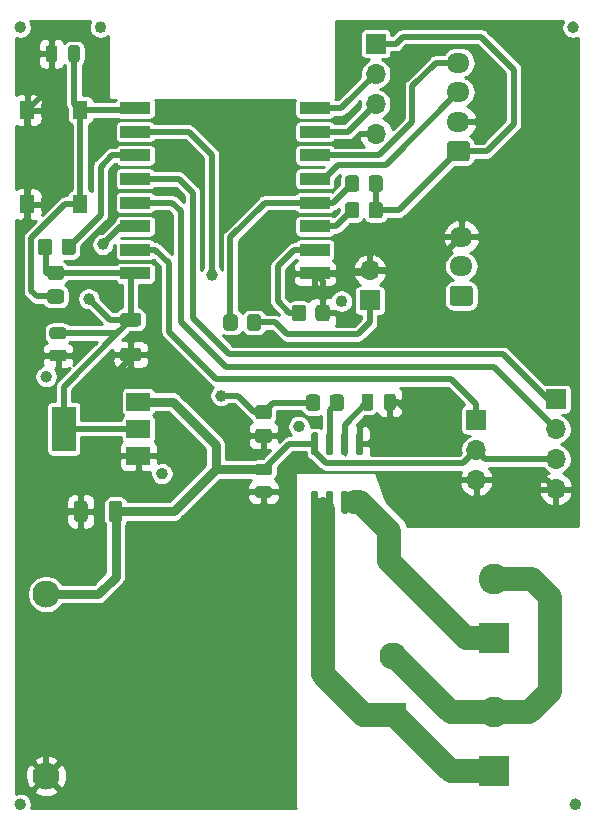
<source format=gbr>
%TF.GenerationSoftware,KiCad,Pcbnew,(5.1.10)-1*%
%TF.CreationDate,2021-09-08T13:01:39+02:00*%
%TF.ProjectId,LUCES,4c554345-532e-46b6-9963-61645f706362,rev?*%
%TF.SameCoordinates,Original*%
%TF.FileFunction,Copper,L1,Top*%
%TF.FilePolarity,Positive*%
%FSLAX46Y46*%
G04 Gerber Fmt 4.6, Leading zero omitted, Abs format (unit mm)*
G04 Created by KiCad (PCBNEW (5.1.10)-1) date 2021-09-08 13:01:39*
%MOMM*%
%LPD*%
G01*
G04 APERTURE LIST*
%TA.AperFunction,NonConductor*%
%ADD10C,0.500000*%
%TD*%
%TA.AperFunction,ComponentPad*%
%ADD11O,1.700000X1.700000*%
%TD*%
%TA.AperFunction,ComponentPad*%
%ADD12R,1.700000X1.700000*%
%TD*%
%TA.AperFunction,SMDPad,CuDef*%
%ADD13R,2.500000X1.000000*%
%TD*%
%TA.AperFunction,ComponentPad*%
%ADD14C,2.300000*%
%TD*%
%TA.AperFunction,ComponentPad*%
%ADD15R,2.300000X2.000000*%
%TD*%
%TA.AperFunction,SMDPad,CuDef*%
%ADD16R,2.000000X1.500000*%
%TD*%
%TA.AperFunction,SMDPad,CuDef*%
%ADD17R,2.000000X3.800000*%
%TD*%
%TA.AperFunction,ComponentPad*%
%ADD18C,2.600000*%
%TD*%
%TA.AperFunction,ComponentPad*%
%ADD19R,2.600000X2.600000*%
%TD*%
%TA.AperFunction,SMDPad,CuDef*%
%ADD20R,1.300000X1.550000*%
%TD*%
%TA.AperFunction,ComponentPad*%
%ADD21O,1.950000X1.700000*%
%TD*%
%TA.AperFunction,ViaPad*%
%ADD22C,1.000000*%
%TD*%
%TA.AperFunction,Conductor*%
%ADD23C,2.000000*%
%TD*%
%TA.AperFunction,Conductor*%
%ADD24C,0.250000*%
%TD*%
%TA.AperFunction,Conductor*%
%ADD25C,0.500000*%
%TD*%
%TA.AperFunction,Conductor*%
%ADD26C,0.800000*%
%TD*%
%TA.AperFunction,Conductor*%
%ADD27C,0.254000*%
%TD*%
%TA.AperFunction,Conductor*%
%ADD28C,0.020000*%
%TD*%
G04 APERTURE END LIST*
D10*
X450000Y-1000000D02*
G75*
G03*
X450000Y-1000000I-250000J0D01*
G01*
X-11150000Y-5000000D02*
G75*
G03*
X-11150000Y-5000000I-250000J0D01*
G01*
X-20950000Y3200000D02*
G75*
G03*
X-20950000Y3200000I-250000J0D01*
G01*
X23850000Y-33000000D02*
G75*
G03*
X23850000Y-33000000I-250000J0D01*
G01*
X-23150000Y-33000000D02*
G75*
G03*
X-23150000Y-33000000I-250000J0D01*
G01*
X-23150000Y32800000D02*
G75*
G03*
X-23150000Y32800000I-250000J0D01*
G01*
X23650000Y32800000D02*
G75*
G03*
X23650000Y32800000I-250000J0D01*
G01*
X4050000Y9600000D02*
G75*
G03*
X4050000Y9600000I-250000J0D01*
G01*
X-16350000Y32800000D02*
G75*
G03*
X-16350000Y32800000I-250000J0D01*
G01*
%TO.P,C5,2*%
%TO.N,Earth*%
%TA.AperFunction,SMDPad,CuDef*%
G36*
G01*
X-14700001Y5650000D02*
X-13399999Y5650000D01*
G75*
G02*
X-13150000Y5400001I0J-249999D01*
G01*
X-13150000Y4749999D01*
G75*
G02*
X-13399999Y4500000I-249999J0D01*
G01*
X-14700001Y4500000D01*
G75*
G02*
X-14950000Y4749999I0J249999D01*
G01*
X-14950000Y5400001D01*
G75*
G02*
X-14700001Y5650000I249999J0D01*
G01*
G37*
%TD.AperFunction*%
%TO.P,C5,1*%
%TO.N,+3V3*%
%TA.AperFunction,SMDPad,CuDef*%
G36*
G01*
X-14700001Y8600000D02*
X-13399999Y8600000D01*
G75*
G02*
X-13150000Y8350001I0J-249999D01*
G01*
X-13150000Y7699999D01*
G75*
G02*
X-13399999Y7450000I-249999J0D01*
G01*
X-14700001Y7450000D01*
G75*
G02*
X-14950000Y7699999I0J249999D01*
G01*
X-14950000Y8350001D01*
G75*
G02*
X-14700001Y8600000I249999J0D01*
G01*
G37*
%TD.AperFunction*%
%TD*%
%TO.P,R8,1*%
%TO.N,Net-(R8-Pad1)*%
%TA.AperFunction,SMDPad,CuDef*%
G36*
G01*
X-400000Y8149999D02*
X-400000Y9050001D01*
G75*
G02*
X-150001Y9300000I249999J0D01*
G01*
X550001Y9300000D01*
G75*
G02*
X800000Y9050001I0J-249999D01*
G01*
X800000Y8149999D01*
G75*
G02*
X550001Y7900000I-249999J0D01*
G01*
X-150001Y7900000D01*
G75*
G02*
X-400000Y8149999I0J249999D01*
G01*
G37*
%TD.AperFunction*%
%TO.P,R8,2*%
%TO.N,Earth*%
%TA.AperFunction,SMDPad,CuDef*%
G36*
G01*
X1600000Y8149999D02*
X1600000Y9050001D01*
G75*
G02*
X1849999Y9300000I249999J0D01*
G01*
X2550001Y9300000D01*
G75*
G02*
X2800000Y9050001I0J-249999D01*
G01*
X2800000Y8149999D01*
G75*
G02*
X2550001Y7900000I-249999J0D01*
G01*
X1849999Y7900000D01*
G75*
G02*
X1600000Y8149999I0J249999D01*
G01*
G37*
%TD.AperFunction*%
%TD*%
D11*
%TO.P,J7,3*%
%TO.N,Earth*%
X15200000Y-5530000D03*
%TO.P,J7,2*%
%TO.N,+5V*%
X15200000Y-2990000D03*
D12*
%TO.P,J7,1*%
%TO.N,/PWM*%
X15200000Y-450000D03*
%TD*%
D11*
%TO.P,J4,4*%
%TO.N,Earth*%
X21950000Y-6320000D03*
%TO.P,J4,3*%
%TO.N,+5V*%
X21950000Y-3780000D03*
%TO.P,J4,2*%
%TO.N,/ZC*%
X21950000Y-1240000D03*
D12*
%TO.P,J4,1*%
%TO.N,/DIM*%
X21950000Y1300000D03*
%TD*%
D13*
%TO.P,U3,16*%
%TO.N,Net-(J5-Pad2)*%
X1550000Y25950000D03*
%TO.P,U3,15*%
%TO.N,Net-(J5-Pad3)*%
X1550000Y23950000D03*
%TO.P,U3,14*%
%TO.N,/SCL*%
X1550000Y21950000D03*
%TO.P,U3,13*%
%TO.N,/SDA*%
X1550000Y19950000D03*
%TO.P,U3,12*%
%TO.N,Net-(R5-Pad2)*%
X1550000Y17950000D03*
%TO.P,U3,11*%
%TO.N,Net-(R7-Pad1)*%
X1550000Y15950000D03*
%TO.P,U3,10*%
%TO.N,Net-(R8-Pad1)*%
X1550000Y13950000D03*
%TO.P,U3,9*%
%TO.N,Earth*%
X1550000Y11950000D03*
%TO.P,U3,8*%
%TO.N,+3V3*%
X-13650000Y11950000D03*
%TO.P,U3,7*%
%TO.N,/PWM*%
X-13650000Y13950000D03*
%TO.P,U3,6*%
%TO.N,/PIR*%
X-13650000Y15950000D03*
%TO.P,U3,5*%
%TO.N,/ZC*%
X-13650000Y17950000D03*
%TO.P,U3,4*%
%TO.N,/DIM*%
X-13650000Y19950000D03*
%TO.P,U3,3*%
%TO.N,Net-(R3-Pad2)*%
X-13650000Y21950000D03*
%TO.P,U3,2*%
%TO.N,Net-(R1-Pad1)*%
X-13650000Y23950000D03*
%TO.P,U3,1*%
%TO.N,Net-(C4-Pad1)*%
X-13650000Y25950000D03*
%TD*%
D14*
%TO.P,PS1,4*%
%TO.N,+5V*%
X-21200000Y-15200000D03*
%TO.P,PS1,2*%
%TO.N,/N_in*%
X8200000Y-20400000D03*
D15*
%TO.P,PS1,1*%
%TO.N,/L_in*%
X8200000Y-25400000D03*
D14*
%TO.P,PS1,3*%
%TO.N,Earth*%
X-21200000Y-30600000D03*
%TD*%
D11*
%TO.P,JP1,2*%
%TO.N,Earth*%
X6200000Y12200000D03*
D12*
%TO.P,JP1,1*%
%TO.N,Net-(JP1-Pad1)*%
X6200000Y9660000D03*
%TD*%
%TO.P,C6,2*%
%TO.N,Earth*%
%TA.AperFunction,SMDPad,CuDef*%
G36*
G01*
X-20675000Y5500000D02*
X-19725000Y5500000D01*
G75*
G02*
X-19475000Y5250000I0J-250000D01*
G01*
X-19475000Y4750000D01*
G75*
G02*
X-19725000Y4500000I-250000J0D01*
G01*
X-20675000Y4500000D01*
G75*
G02*
X-20925000Y4750000I0J250000D01*
G01*
X-20925000Y5250000D01*
G75*
G02*
X-20675000Y5500000I250000J0D01*
G01*
G37*
%TD.AperFunction*%
%TO.P,C6,1*%
%TO.N,+3V3*%
%TA.AperFunction,SMDPad,CuDef*%
G36*
G01*
X-20675000Y7400000D02*
X-19725000Y7400000D01*
G75*
G02*
X-19475000Y7150000I0J-250000D01*
G01*
X-19475000Y6650000D01*
G75*
G02*
X-19725000Y6400000I-250000J0D01*
G01*
X-20675000Y6400000D01*
G75*
G02*
X-20925000Y6650000I0J250000D01*
G01*
X-20925000Y7150000D01*
G75*
G02*
X-20675000Y7400000I250000J0D01*
G01*
G37*
%TD.AperFunction*%
%TD*%
%TO.P,C4,2*%
%TO.N,Earth*%
%TA.AperFunction,SMDPad,CuDef*%
G36*
G01*
X-20250000Y31025000D02*
X-20250000Y30075000D01*
G75*
G02*
X-20500000Y29825000I-250000J0D01*
G01*
X-21000000Y29825000D01*
G75*
G02*
X-21250000Y30075000I0J250000D01*
G01*
X-21250000Y31025000D01*
G75*
G02*
X-21000000Y31275000I250000J0D01*
G01*
X-20500000Y31275000D01*
G75*
G02*
X-20250000Y31025000I0J-250000D01*
G01*
G37*
%TD.AperFunction*%
%TO.P,C4,1*%
%TO.N,Net-(C4-Pad1)*%
%TA.AperFunction,SMDPad,CuDef*%
G36*
G01*
X-18350000Y31025000D02*
X-18350000Y30075000D01*
G75*
G02*
X-18600000Y29825000I-250000J0D01*
G01*
X-19100000Y29825000D01*
G75*
G02*
X-19350000Y30075000I0J250000D01*
G01*
X-19350000Y31025000D01*
G75*
G02*
X-19100000Y31275000I250000J0D01*
G01*
X-18600000Y31275000D01*
G75*
G02*
X-18350000Y31025000I0J-250000D01*
G01*
G37*
%TD.AperFunction*%
%TD*%
%TO.P,C3,2*%
%TO.N,Earth*%
%TA.AperFunction,SMDPad,CuDef*%
G36*
G01*
X-17700000Y-7549999D02*
X-17700000Y-8850001D01*
G75*
G02*
X-17949999Y-9100000I-249999J0D01*
G01*
X-18600001Y-9100000D01*
G75*
G02*
X-18850000Y-8850001I0J249999D01*
G01*
X-18850000Y-7549999D01*
G75*
G02*
X-18600001Y-7300000I249999J0D01*
G01*
X-17949999Y-7300000D01*
G75*
G02*
X-17700000Y-7549999I0J-249999D01*
G01*
G37*
%TD.AperFunction*%
%TO.P,C3,1*%
%TO.N,+5V*%
%TA.AperFunction,SMDPad,CuDef*%
G36*
G01*
X-14750000Y-7549999D02*
X-14750000Y-8850001D01*
G75*
G02*
X-14999999Y-9100000I-249999J0D01*
G01*
X-15650001Y-9100000D01*
G75*
G02*
X-15900000Y-8850001I0J249999D01*
G01*
X-15900000Y-7549999D01*
G75*
G02*
X-15650001Y-7300000I249999J0D01*
G01*
X-14999999Y-7300000D01*
G75*
G02*
X-14750000Y-7549999I0J-249999D01*
G01*
G37*
%TD.AperFunction*%
%TD*%
%TO.P,C2,2*%
%TO.N,Earth*%
%TA.AperFunction,SMDPad,CuDef*%
G36*
G01*
X7400000Y575000D02*
X7400000Y1525000D01*
G75*
G02*
X7650000Y1775000I250000J0D01*
G01*
X8150000Y1775000D01*
G75*
G02*
X8400000Y1525000I0J-250000D01*
G01*
X8400000Y575000D01*
G75*
G02*
X8150000Y325000I-250000J0D01*
G01*
X7650000Y325000D01*
G75*
G02*
X7400000Y575000I0J250000D01*
G01*
G37*
%TD.AperFunction*%
%TO.P,C2,1*%
%TO.N,Net-(C2-Pad1)*%
%TA.AperFunction,SMDPad,CuDef*%
G36*
G01*
X5500000Y575000D02*
X5500000Y1525000D01*
G75*
G02*
X5750000Y1775000I250000J0D01*
G01*
X6250000Y1775000D01*
G75*
G02*
X6500000Y1525000I0J-250000D01*
G01*
X6500000Y575000D01*
G75*
G02*
X6250000Y325000I-250000J0D01*
G01*
X5750000Y325000D01*
G75*
G02*
X5500000Y575000I0J250000D01*
G01*
G37*
%TD.AperFunction*%
%TD*%
%TO.P,C1,2*%
%TO.N,Earth*%
%TA.AperFunction,SMDPad,CuDef*%
G36*
G01*
X-3275000Y-6050000D02*
X-2325000Y-6050000D01*
G75*
G02*
X-2075000Y-6300000I0J-250000D01*
G01*
X-2075000Y-6800000D01*
G75*
G02*
X-2325000Y-7050000I-250000J0D01*
G01*
X-3275000Y-7050000D01*
G75*
G02*
X-3525000Y-6800000I0J250000D01*
G01*
X-3525000Y-6300000D01*
G75*
G02*
X-3275000Y-6050000I250000J0D01*
G01*
G37*
%TD.AperFunction*%
%TO.P,C1,1*%
%TO.N,+5V*%
%TA.AperFunction,SMDPad,CuDef*%
G36*
G01*
X-3275000Y-4150000D02*
X-2325000Y-4150000D01*
G75*
G02*
X-2075000Y-4400000I0J-250000D01*
G01*
X-2075000Y-4900000D01*
G75*
G02*
X-2325000Y-5150000I-250000J0D01*
G01*
X-3275000Y-5150000D01*
G75*
G02*
X-3525000Y-4900000I0J250000D01*
G01*
X-3525000Y-4400000D01*
G75*
G02*
X-3275000Y-4150000I250000J0D01*
G01*
G37*
%TD.AperFunction*%
%TD*%
D16*
%TO.P,U2,1*%
%TO.N,Earth*%
X-13400000Y-3500000D03*
%TO.P,U2,3*%
%TO.N,+5V*%
X-13400000Y1100000D03*
%TO.P,U2,2*%
%TO.N,+3V3*%
X-13400000Y-1200000D03*
D17*
X-19700000Y-1200000D03*
%TD*%
D18*
%TO.P,J2,2*%
%TO.N,/N_in*%
X16700000Y-13950000D03*
D19*
%TO.P,J2,1*%
%TO.N,Net-(J2-Pad1)*%
X16700000Y-18950000D03*
%TD*%
D20*
%TO.P,SW1,2*%
%TO.N,Net-(C4-Pad1)*%
X-18300000Y25780000D03*
%TO.P,SW1,1*%
%TO.N,Earth*%
X-22800000Y25780000D03*
X-22800000Y17820000D03*
%TO.P,SW1,2*%
%TO.N,Net-(C4-Pad1)*%
X-18300000Y17820000D03*
%TD*%
D11*
%TO.P,J5,4*%
%TO.N,Earth*%
X6700000Y23780000D03*
%TO.P,J5,3*%
%TO.N,Net-(J5-Pad3)*%
X6700000Y26320000D03*
%TO.P,J5,2*%
%TO.N,Net-(J5-Pad2)*%
X6700000Y28860000D03*
D12*
%TO.P,J5,1*%
%TO.N,+3V3*%
X6700000Y31400000D03*
%TD*%
%TO.P,U1,8*%
%TO.N,+5V*%
%TA.AperFunction,SMDPad,CuDef*%
G36*
G01*
X1695000Y-3450000D02*
X1395000Y-3450000D01*
G75*
G02*
X1245000Y-3300000I0J150000D01*
G01*
X1245000Y-1650000D01*
G75*
G02*
X1395000Y-1500000I150000J0D01*
G01*
X1695000Y-1500000D01*
G75*
G02*
X1845000Y-1650000I0J-150000D01*
G01*
X1845000Y-3300000D01*
G75*
G02*
X1695000Y-3450000I-150000J0D01*
G01*
G37*
%TD.AperFunction*%
%TO.P,U1,7*%
%TO.N,Net-(R1-Pad2)*%
%TA.AperFunction,SMDPad,CuDef*%
G36*
G01*
X2965000Y-3450000D02*
X2665000Y-3450000D01*
G75*
G02*
X2515000Y-3300000I0J150000D01*
G01*
X2515000Y-1650000D01*
G75*
G02*
X2665000Y-1500000I150000J0D01*
G01*
X2965000Y-1500000D01*
G75*
G02*
X3115000Y-1650000I0J-150000D01*
G01*
X3115000Y-3300000D01*
G75*
G02*
X2965000Y-3450000I-150000J0D01*
G01*
G37*
%TD.AperFunction*%
%TO.P,U1,6*%
%TO.N,Net-(C2-Pad1)*%
%TA.AperFunction,SMDPad,CuDef*%
G36*
G01*
X4235000Y-3450000D02*
X3935000Y-3450000D01*
G75*
G02*
X3785000Y-3300000I0J150000D01*
G01*
X3785000Y-1650000D01*
G75*
G02*
X3935000Y-1500000I150000J0D01*
G01*
X4235000Y-1500000D01*
G75*
G02*
X4385000Y-1650000I0J-150000D01*
G01*
X4385000Y-3300000D01*
G75*
G02*
X4235000Y-3450000I-150000J0D01*
G01*
G37*
%TD.AperFunction*%
%TO.P,U1,5*%
%TO.N,Earth*%
%TA.AperFunction,SMDPad,CuDef*%
G36*
G01*
X5505000Y-3450000D02*
X5205000Y-3450000D01*
G75*
G02*
X5055000Y-3300000I0J150000D01*
G01*
X5055000Y-1650000D01*
G75*
G02*
X5205000Y-1500000I150000J0D01*
G01*
X5505000Y-1500000D01*
G75*
G02*
X5655000Y-1650000I0J-150000D01*
G01*
X5655000Y-3300000D01*
G75*
G02*
X5505000Y-3450000I-150000J0D01*
G01*
G37*
%TD.AperFunction*%
%TO.P,U1,4*%
%TO.N,Net-(J2-Pad1)*%
%TA.AperFunction,SMDPad,CuDef*%
G36*
G01*
X5505000Y-8400000D02*
X5205000Y-8400000D01*
G75*
G02*
X5055000Y-8250000I0J150000D01*
G01*
X5055000Y-6600000D01*
G75*
G02*
X5205000Y-6450000I150000J0D01*
G01*
X5505000Y-6450000D01*
G75*
G02*
X5655000Y-6600000I0J-150000D01*
G01*
X5655000Y-8250000D01*
G75*
G02*
X5505000Y-8400000I-150000J0D01*
G01*
G37*
%TD.AperFunction*%
%TO.P,U1,3*%
%TA.AperFunction,SMDPad,CuDef*%
G36*
G01*
X4235000Y-8400000D02*
X3935000Y-8400000D01*
G75*
G02*
X3785000Y-8250000I0J150000D01*
G01*
X3785000Y-6600000D01*
G75*
G02*
X3935000Y-6450000I150000J0D01*
G01*
X4235000Y-6450000D01*
G75*
G02*
X4385000Y-6600000I0J-150000D01*
G01*
X4385000Y-8250000D01*
G75*
G02*
X4235000Y-8400000I-150000J0D01*
G01*
G37*
%TD.AperFunction*%
%TO.P,U1,2*%
%TO.N,/L_in*%
%TA.AperFunction,SMDPad,CuDef*%
G36*
G01*
X2965000Y-8400000D02*
X2665000Y-8400000D01*
G75*
G02*
X2515000Y-8250000I0J150000D01*
G01*
X2515000Y-6600000D01*
G75*
G02*
X2665000Y-6450000I150000J0D01*
G01*
X2965000Y-6450000D01*
G75*
G02*
X3115000Y-6600000I0J-150000D01*
G01*
X3115000Y-8250000D01*
G75*
G02*
X2965000Y-8400000I-150000J0D01*
G01*
G37*
%TD.AperFunction*%
%TO.P,U1,1*%
%TA.AperFunction,SMDPad,CuDef*%
G36*
G01*
X1695000Y-8400000D02*
X1395000Y-8400000D01*
G75*
G02*
X1245000Y-8250000I0J150000D01*
G01*
X1245000Y-6600000D01*
G75*
G02*
X1395000Y-6450000I150000J0D01*
G01*
X1695000Y-6450000D01*
G75*
G02*
X1845000Y-6600000I0J-150000D01*
G01*
X1845000Y-8250000D01*
G75*
G02*
X1695000Y-8400000I-150000J0D01*
G01*
G37*
%TD.AperFunction*%
%TD*%
D21*
%TO.P,J6,3*%
%TO.N,Earth*%
X13950000Y15050000D03*
%TO.P,J6,2*%
%TO.N,/PIR*%
X13950000Y12550000D03*
%TO.P,J6,1*%
%TO.N,+5V*%
%TA.AperFunction,ComponentPad*%
G36*
G01*
X14675000Y9200000D02*
X13225000Y9200000D01*
G75*
G02*
X12975000Y9450000I0J250000D01*
G01*
X12975000Y10650000D01*
G75*
G02*
X13225000Y10900000I250000J0D01*
G01*
X14675000Y10900000D01*
G75*
G02*
X14925000Y10650000I0J-250000D01*
G01*
X14925000Y9450000D01*
G75*
G02*
X14675000Y9200000I-250000J0D01*
G01*
G37*
%TD.AperFunction*%
%TD*%
D18*
%TO.P,J1,2*%
%TO.N,/N_in*%
X16700000Y-25200000D03*
D19*
%TO.P,J1,1*%
%TO.N,/L_in*%
X16700000Y-30200000D03*
%TD*%
D21*
%TO.P,J3,4*%
%TO.N,/SCL*%
X13700000Y29800000D03*
%TO.P,J3,3*%
%TO.N,/SDA*%
X13700000Y27300000D03*
%TO.P,J3,2*%
%TO.N,Earth*%
X13700000Y24800000D03*
%TO.P,J3,1*%
%TO.N,+3V3*%
%TA.AperFunction,ComponentPad*%
G36*
G01*
X14425000Y21450000D02*
X12975000Y21450000D01*
G75*
G02*
X12725000Y21700000I0J250000D01*
G01*
X12725000Y22900000D01*
G75*
G02*
X12975000Y23150000I250000J0D01*
G01*
X14425000Y23150000D01*
G75*
G02*
X14675000Y22900000I0J-250000D01*
G01*
X14675000Y21700000D01*
G75*
G02*
X14425000Y21450000I-250000J0D01*
G01*
G37*
%TD.AperFunction*%
%TD*%
%TO.P,R2,2*%
%TO.N,Earth*%
%TA.AperFunction,SMDPad,CuDef*%
G36*
G01*
X-3250001Y-1200000D02*
X-2349999Y-1200000D01*
G75*
G02*
X-2100000Y-1449999I0J-249999D01*
G01*
X-2100000Y-2150001D01*
G75*
G02*
X-2349999Y-2400000I-249999J0D01*
G01*
X-3250001Y-2400000D01*
G75*
G02*
X-3500000Y-2150001I0J249999D01*
G01*
X-3500000Y-1449999D01*
G75*
G02*
X-3250001Y-1200000I249999J0D01*
G01*
G37*
%TD.AperFunction*%
%TO.P,R2,1*%
%TO.N,Net-(R1-Pad1)*%
%TA.AperFunction,SMDPad,CuDef*%
G36*
G01*
X-3250001Y800000D02*
X-2349999Y800000D01*
G75*
G02*
X-2100000Y550001I0J-249999D01*
G01*
X-2100000Y-150001D01*
G75*
G02*
X-2349999Y-400000I-249999J0D01*
G01*
X-3250001Y-400000D01*
G75*
G02*
X-3500000Y-150001I0J249999D01*
G01*
X-3500000Y550001D01*
G75*
G02*
X-3250001Y800000I249999J0D01*
G01*
G37*
%TD.AperFunction*%
%TD*%
%TO.P,R1,2*%
%TO.N,Net-(R1-Pad2)*%
%TA.AperFunction,SMDPad,CuDef*%
G36*
G01*
X2800000Y549999D02*
X2800000Y1450001D01*
G75*
G02*
X3049999Y1700000I249999J0D01*
G01*
X3750001Y1700000D01*
G75*
G02*
X4000000Y1450001I0J-249999D01*
G01*
X4000000Y549999D01*
G75*
G02*
X3750001Y300000I-249999J0D01*
G01*
X3049999Y300000D01*
G75*
G02*
X2800000Y549999I0J249999D01*
G01*
G37*
%TD.AperFunction*%
%TO.P,R1,1*%
%TO.N,Net-(R1-Pad1)*%
%TA.AperFunction,SMDPad,CuDef*%
G36*
G01*
X800000Y549999D02*
X800000Y1450001D01*
G75*
G02*
X1049999Y1700000I249999J0D01*
G01*
X1750001Y1700000D01*
G75*
G02*
X2000000Y1450001I0J-249999D01*
G01*
X2000000Y549999D01*
G75*
G02*
X1750001Y300000I-249999J0D01*
G01*
X1049999Y300000D01*
G75*
G02*
X800000Y549999I0J249999D01*
G01*
G37*
%TD.AperFunction*%
%TD*%
%TO.P,R3,1*%
%TO.N,+3V3*%
%TA.AperFunction,SMDPad,CuDef*%
G36*
G01*
X-21900000Y13749999D02*
X-21900000Y14650001D01*
G75*
G02*
X-21650001Y14900000I249999J0D01*
G01*
X-20949999Y14900000D01*
G75*
G02*
X-20700000Y14650001I0J-249999D01*
G01*
X-20700000Y13749999D01*
G75*
G02*
X-20949999Y13500000I-249999J0D01*
G01*
X-21650001Y13500000D01*
G75*
G02*
X-21900000Y13749999I0J249999D01*
G01*
G37*
%TD.AperFunction*%
%TO.P,R3,2*%
%TO.N,Net-(R3-Pad2)*%
%TA.AperFunction,SMDPad,CuDef*%
G36*
G01*
X-19900000Y13749999D02*
X-19900000Y14650001D01*
G75*
G02*
X-19650001Y14900000I249999J0D01*
G01*
X-18949999Y14900000D01*
G75*
G02*
X-18700000Y14650001I0J-249999D01*
G01*
X-18700000Y13749999D01*
G75*
G02*
X-18949999Y13500000I-249999J0D01*
G01*
X-19650001Y13500000D01*
G75*
G02*
X-19900000Y13749999I0J249999D01*
G01*
G37*
%TD.AperFunction*%
%TD*%
%TO.P,R4,2*%
%TO.N,Net-(C4-Pad1)*%
%TA.AperFunction,SMDPad,CuDef*%
G36*
G01*
X-20850001Y10600000D02*
X-19949999Y10600000D01*
G75*
G02*
X-19700000Y10350001I0J-249999D01*
G01*
X-19700000Y9649999D01*
G75*
G02*
X-19949999Y9400000I-249999J0D01*
G01*
X-20850001Y9400000D01*
G75*
G02*
X-21100000Y9649999I0J249999D01*
G01*
X-21100000Y10350001D01*
G75*
G02*
X-20850001Y10600000I249999J0D01*
G01*
G37*
%TD.AperFunction*%
%TO.P,R4,1*%
%TO.N,+3V3*%
%TA.AperFunction,SMDPad,CuDef*%
G36*
G01*
X-20850001Y12600000D02*
X-19949999Y12600000D01*
G75*
G02*
X-19700000Y12350001I0J-249999D01*
G01*
X-19700000Y11649999D01*
G75*
G02*
X-19949999Y11400000I-249999J0D01*
G01*
X-20850001Y11400000D01*
G75*
G02*
X-21100000Y11649999I0J249999D01*
G01*
X-21100000Y12350001D01*
G75*
G02*
X-20850001Y12600000I249999J0D01*
G01*
G37*
%TD.AperFunction*%
%TD*%
%TO.P,R5,2*%
%TO.N,Net-(R5-Pad2)*%
%TA.AperFunction,SMDPad,CuDef*%
G36*
G01*
X-5000000Y8250001D02*
X-5000000Y7349999D01*
G75*
G02*
X-5249999Y7100000I-249999J0D01*
G01*
X-5950001Y7100000D01*
G75*
G02*
X-6200000Y7349999I0J249999D01*
G01*
X-6200000Y8250001D01*
G75*
G02*
X-5950001Y8500000I249999J0D01*
G01*
X-5249999Y8500000D01*
G75*
G02*
X-5000000Y8250001I0J-249999D01*
G01*
G37*
%TD.AperFunction*%
%TO.P,R5,1*%
%TO.N,Net-(JP1-Pad1)*%
%TA.AperFunction,SMDPad,CuDef*%
G36*
G01*
X-3000000Y8250001D02*
X-3000000Y7349999D01*
G75*
G02*
X-3249999Y7100000I-249999J0D01*
G01*
X-3950001Y7100000D01*
G75*
G02*
X-4200000Y7349999I0J249999D01*
G01*
X-4200000Y8250001D01*
G75*
G02*
X-3950001Y8500000I249999J0D01*
G01*
X-3249999Y8500000D01*
G75*
G02*
X-3000000Y8250001I0J-249999D01*
G01*
G37*
%TD.AperFunction*%
%TD*%
%TO.P,R6,2*%
%TO.N,+3V3*%
%TA.AperFunction,SMDPad,CuDef*%
G36*
G01*
X6100000Y19099999D02*
X6100000Y20000001D01*
G75*
G02*
X6349999Y20250000I249999J0D01*
G01*
X7050001Y20250000D01*
G75*
G02*
X7300000Y20000001I0J-249999D01*
G01*
X7300000Y19099999D01*
G75*
G02*
X7050001Y18850000I-249999J0D01*
G01*
X6349999Y18850000D01*
G75*
G02*
X6100000Y19099999I0J249999D01*
G01*
G37*
%TD.AperFunction*%
%TO.P,R6,1*%
%TO.N,Net-(R5-Pad2)*%
%TA.AperFunction,SMDPad,CuDef*%
G36*
G01*
X4100000Y19099999D02*
X4100000Y20000001D01*
G75*
G02*
X4349999Y20250000I249999J0D01*
G01*
X5050001Y20250000D01*
G75*
G02*
X5300000Y20000001I0J-249999D01*
G01*
X5300000Y19099999D01*
G75*
G02*
X5050001Y18850000I-249999J0D01*
G01*
X4349999Y18850000D01*
G75*
G02*
X4100000Y19099999I0J249999D01*
G01*
G37*
%TD.AperFunction*%
%TD*%
%TO.P,R7,1*%
%TO.N,Net-(R7-Pad1)*%
%TA.AperFunction,SMDPad,CuDef*%
G36*
G01*
X4100000Y16849999D02*
X4100000Y17750001D01*
G75*
G02*
X4349999Y18000000I249999J0D01*
G01*
X5050001Y18000000D01*
G75*
G02*
X5300000Y17750001I0J-249999D01*
G01*
X5300000Y16849999D01*
G75*
G02*
X5050001Y16600000I-249999J0D01*
G01*
X4349999Y16600000D01*
G75*
G02*
X4100000Y16849999I0J249999D01*
G01*
G37*
%TD.AperFunction*%
%TO.P,R7,2*%
%TO.N,+3V3*%
%TA.AperFunction,SMDPad,CuDef*%
G36*
G01*
X6100000Y16849999D02*
X6100000Y17750001D01*
G75*
G02*
X6349999Y18000000I249999J0D01*
G01*
X7050001Y18000000D01*
G75*
G02*
X7300000Y17750001I0J-249999D01*
G01*
X7300000Y16849999D01*
G75*
G02*
X7050001Y16600000I-249999J0D01*
G01*
X6349999Y16600000D01*
G75*
G02*
X6100000Y16849999I0J249999D01*
G01*
G37*
%TD.AperFunction*%
%TD*%
D22*
%TO.N,Earth*%
X10600000Y-1000000D03*
X-5400000Y-7800000D03*
X-15400000Y3400000D03*
%TO.N,Net-(R1-Pad1)*%
X-7200000Y11800000D03*
X-6400000Y1600000D03*
%TO.N,+3V3*%
X-17600000Y9800000D03*
%TO.N,/PIR*%
X-16400000Y14400000D03*
%TD*%
D23*
%TO.N,/N_in*%
X13060000Y-25200000D02*
X8260000Y-20400000D01*
X16700000Y-25200000D02*
X13060000Y-25200000D01*
X16700000Y-25200000D02*
X19700000Y-25200000D01*
X19700000Y-25200000D02*
X21450000Y-23450000D01*
X21450000Y-23450000D02*
X21450000Y-15450000D01*
X19950000Y-13950000D02*
X16700000Y-13950000D01*
X21450000Y-15450000D02*
X19950000Y-13950000D01*
%TO.N,/L_in*%
X13060000Y-30200000D02*
X16700000Y-30200000D01*
X8260000Y-25400000D02*
X13060000Y-30200000D01*
X5650000Y-25400000D02*
X8260000Y-25400000D01*
X2200000Y-21950000D02*
X5650000Y-25400000D01*
X2200000Y-8000000D02*
X2200000Y-21950000D01*
D24*
%TO.N,Earth*%
X13200000Y15050000D02*
X13950000Y15050000D01*
D25*
X-21200000Y-30600000D02*
X-21200000Y-21000000D01*
X-21200000Y-21000000D02*
X-23600000Y-18600000D01*
X-23600000Y-18600000D02*
X-23600000Y-12000000D01*
X-19800000Y-8200000D02*
X-18275000Y-8200000D01*
X-23600000Y-12000000D02*
X-19800000Y-8200000D01*
X-13400000Y-3500000D02*
X-16900000Y-3500000D01*
X-18275000Y-4875000D02*
X-18275000Y-8200000D01*
X-16900000Y-3500000D02*
X-18275000Y-4875000D01*
X-20000000Y-8200000D02*
X-18275000Y-8200000D01*
X-23000000Y-5200000D02*
X-20000000Y-8200000D01*
X-21800000Y5000000D02*
X-23000000Y3800000D01*
X-20200000Y5000000D02*
X-21800000Y5000000D01*
X5950000Y11950000D02*
X6200000Y12200000D01*
X1550000Y11950000D02*
X5950000Y11950000D01*
X2200000Y11300000D02*
X1550000Y11950000D01*
X2200000Y8600000D02*
X2200000Y11300000D01*
X7900000Y-700000D02*
X7900000Y1050000D01*
X6125000Y-2475000D02*
X7900000Y-700000D01*
X5355000Y-2475000D02*
X6125000Y-2475000D01*
X21160000Y-5530000D02*
X21950000Y-6320000D01*
X15200000Y-5530000D02*
X21160000Y-5530000D01*
X-20750000Y27830000D02*
X-22800000Y25780000D01*
X-20750000Y30550000D02*
X-20750000Y27830000D01*
X-22800000Y25780000D02*
X-22800000Y17820000D01*
X-22800000Y16545000D02*
X-23400000Y15945000D01*
X-22800000Y17820000D02*
X-22800000Y16545000D01*
X-23400000Y3600000D02*
X-23000000Y3200000D01*
X-23400000Y15945000D02*
X-23400000Y3600000D01*
X-23000000Y3200000D02*
X-23000000Y-5200000D01*
X-23000000Y3800000D02*
X-23000000Y3200000D01*
X-2800000Y-6550000D02*
X-2800000Y-8600000D01*
X-2800000Y-8600000D02*
X-5600000Y-11400000D01*
X-20906446Y-21000000D02*
X-21200000Y-21000000D01*
X-11306446Y-11400000D02*
X-20906446Y-21000000D01*
X-5600000Y-11400000D02*
X-11306446Y-11400000D01*
X-12281002Y5075000D02*
X-14050000Y5075000D01*
X-5406002Y-1800000D02*
X-12281002Y5075000D01*
X-2800000Y-1800000D02*
X-5406002Y-1800000D01*
X11100000Y12200000D02*
X13950000Y15050000D01*
X6200000Y12200000D02*
X11100000Y12200000D01*
X8550000Y1050000D02*
X10600000Y-1000000D01*
X7900000Y1050000D02*
X8550000Y1050000D01*
X-4150000Y-6550000D02*
X-5400000Y-7800000D01*
X-2800000Y-6550000D02*
X-4150000Y-6550000D01*
X-14050000Y4750000D02*
X-15400000Y3400000D01*
X-14050000Y5075000D02*
X-14050000Y4750000D01*
%TO.N,Net-(R1-Pad1)*%
X-13650000Y23950000D02*
X-9150000Y23950000D01*
X-9150000Y23950000D02*
X-7200000Y22000000D01*
X-7200000Y22000000D02*
X-7200000Y11800000D01*
X-2000000Y1000000D02*
X-2800000Y200000D01*
X1400000Y1000000D02*
X-2000000Y1000000D01*
X-3600000Y200000D02*
X-2800000Y200000D01*
X-5000000Y1600000D02*
X-3600000Y200000D01*
X-6400000Y1600000D02*
X-5000000Y1600000D01*
%TO.N,+5V*%
X21950000Y-3780000D02*
X15990000Y-3780000D01*
X15200000Y-2990000D02*
X15990000Y-3780000D01*
X13950000Y10050000D02*
X13450000Y10050000D01*
D26*
X-21200000Y-15200000D02*
X-16800000Y-15200000D01*
X-15325000Y-13725000D02*
X-15325000Y-8200000D01*
X-16800000Y-15200000D02*
X-15325000Y-13725000D01*
X-15325000Y-8200000D02*
X-10400000Y-8200000D01*
X-6850000Y-4650000D02*
X-2800000Y-4650000D01*
X-10400000Y-8200000D02*
X-6850000Y-4650000D01*
X-13400000Y1100000D02*
X-10500000Y1100000D01*
X-6850000Y-2550000D02*
X-6850000Y-4650000D01*
X-10500000Y1100000D02*
X-6850000Y-2550000D01*
D25*
X1545000Y-3169966D02*
X1545000Y-2475000D01*
X2500044Y-4125010D02*
X1545000Y-3169966D01*
X14064990Y-4125010D02*
X2500044Y-4125010D01*
X15200000Y-2990000D02*
X14064990Y-4125010D01*
X-625000Y-2475000D02*
X-2800000Y-4650000D01*
X1545000Y-2475000D02*
X-625000Y-2475000D01*
%TO.N,Net-(R1-Pad2)*%
X2815000Y415000D02*
X3400000Y1000000D01*
X2815000Y-2475000D02*
X2815000Y415000D01*
%TO.N,/SCL*%
X13700000Y29800000D02*
X11800000Y29800000D01*
X11800000Y29800000D02*
X9800000Y27800000D01*
X6942002Y21950000D02*
X1550000Y21950000D01*
X9800000Y24807998D02*
X6942002Y21950000D01*
X9800000Y27800000D02*
X9800000Y24807998D01*
%TO.N,/SDA*%
X7549990Y21149990D02*
X13700000Y27300000D01*
X3499990Y21149990D02*
X7549990Y21149990D01*
X2300000Y19950000D02*
X3499990Y21149990D01*
X1550000Y19950000D02*
X2300000Y19950000D01*
%TO.N,+3V3*%
X-19700000Y-1200000D02*
X-13400000Y-1200000D01*
X6700000Y17300000D02*
X6700000Y19550000D01*
X8700000Y17300000D02*
X13700000Y22300000D01*
X6700000Y17300000D02*
X8700000Y17300000D01*
X16100000Y22300000D02*
X13700000Y22300000D01*
X18400000Y24600000D02*
X16100000Y22300000D01*
X18400000Y29200000D02*
X18400000Y24600000D01*
X15600000Y32000000D02*
X18400000Y29200000D01*
X9000000Y32000000D02*
X15600000Y32000000D01*
X8400000Y31400000D02*
X9000000Y32000000D01*
X6700000Y31400000D02*
X8400000Y31400000D01*
X-13700000Y12000000D02*
X-13650000Y11950000D01*
X-20400000Y12000000D02*
X-13700000Y12000000D01*
X-20400000Y12000000D02*
X-21200000Y12000000D01*
X-21200000Y14100000D02*
X-21300000Y14200000D01*
X-21200000Y12000000D02*
X-21200000Y14100000D01*
X-14050000Y11550000D02*
X-13650000Y11950000D01*
X-14050000Y8025000D02*
X-14050000Y11550000D01*
X-15175000Y6900000D02*
X-14050000Y8025000D01*
X-20200000Y6900000D02*
X-15175000Y6900000D01*
X-19700000Y2375000D02*
X-15175000Y6900000D01*
X-19700000Y-1200000D02*
X-19700000Y2375000D01*
X-15825000Y8025000D02*
X-17600000Y9800000D01*
X-14050000Y8025000D02*
X-15825000Y8025000D01*
%TO.N,Net-(C4-Pad1)*%
X-18850000Y26330000D02*
X-18300000Y25780000D01*
X-18850000Y30550000D02*
X-18850000Y26330000D01*
X-18300000Y17820000D02*
X-18300000Y25780000D01*
X-13820000Y25780000D02*
X-13650000Y25950000D01*
X-18300000Y25780000D02*
X-13820000Y25780000D01*
X-20400000Y10000000D02*
X-22000000Y10000000D01*
X-19611388Y17820000D02*
X-18300000Y17820000D01*
X-22450010Y14981378D02*
X-19611388Y17820000D01*
X-22450010Y10450010D02*
X-22450010Y14981378D01*
X-22000000Y10000000D02*
X-22450010Y10450010D01*
%TO.N,/PIR*%
X-14850000Y15950000D02*
X-16400000Y14400000D01*
X-13650000Y15950000D02*
X-14850000Y15950000D01*
%TO.N,Net-(R3-Pad2)*%
X-13650000Y21950000D02*
X-15650000Y21950000D01*
X-15650000Y21950000D02*
X-16600000Y21000000D01*
X-16600000Y16900000D02*
X-19300000Y14200000D01*
X-16600000Y21000000D02*
X-16600000Y16900000D01*
%TO.N,Net-(R5-Pad2)*%
X-5600000Y7800000D02*
X-5600000Y15000000D01*
X-2650000Y17950000D02*
X1550000Y17950000D01*
X-5600000Y15000000D02*
X-2650000Y17950000D01*
X3100000Y17950000D02*
X4700000Y19550000D01*
X1550000Y17950000D02*
X3100000Y17950000D01*
%TO.N,Net-(R7-Pad1)*%
X3350000Y15950000D02*
X4700000Y17300000D01*
X1550000Y15950000D02*
X3350000Y15950000D01*
D24*
%TO.N,Net-(C2-Pad1)*%
X4085000Y-3450000D02*
X4085000Y-2475000D01*
D25*
X4085000Y-865000D02*
X6000000Y1050000D01*
X4085000Y-2475000D02*
X4085000Y-865000D01*
D23*
%TO.N,Net-(J2-Pad1)*%
X4825000Y-7425000D02*
X5355000Y-7425000D01*
X16700000Y-18950000D02*
X14350000Y-18950000D01*
X14350000Y-18950000D02*
X7800000Y-12400000D01*
X7800000Y-9870000D02*
X5355000Y-7425000D01*
X7800000Y-12400000D02*
X7800000Y-9870000D01*
D25*
%TO.N,Net-(J5-Pad2)*%
X3790000Y25950000D02*
X6700000Y28860000D01*
X1550000Y25950000D02*
X3790000Y25950000D01*
%TO.N,Net-(J5-Pad3)*%
X4330000Y23950000D02*
X6700000Y26320000D01*
X1550000Y23950000D02*
X4330000Y23950000D01*
%TO.N,Net-(JP1-Pad1)*%
X6200000Y7800000D02*
X6200000Y9660000D01*
X5200000Y6800000D02*
X6200000Y7800000D01*
X-1800000Y7800000D02*
X-800000Y6800000D01*
X-800000Y6800000D02*
X5200000Y6800000D01*
X-3600000Y7800000D02*
X-1800000Y7800000D01*
%TO.N,/ZC*%
X-13650000Y17950000D02*
X-10550000Y17950000D01*
X-10550000Y17950000D02*
X-9800000Y17200000D01*
X-9800000Y17200000D02*
X-9800000Y7800000D01*
X16710000Y4000000D02*
X21950000Y-1240000D01*
X-6000000Y4000000D02*
X16710000Y4000000D01*
X-9800000Y7800000D02*
X-6000000Y4000000D01*
%TO.N,/PWM*%
X15200000Y900000D02*
X13100000Y3000000D01*
X15200000Y-450000D02*
X15200000Y900000D01*
X13100000Y3000000D02*
X-6800000Y3000000D01*
X-6800000Y3000000D02*
X-10800000Y7000000D01*
X-10800000Y7000000D02*
X-10800000Y12800000D01*
X-11950000Y13950000D02*
X-13650000Y13950000D01*
X-10800000Y12800000D02*
X-11950000Y13950000D01*
%TO.N,/DIM*%
X21950000Y1300000D02*
X21300000Y1300000D01*
X17500010Y5099990D02*
X-5699990Y5099990D01*
X21300000Y1300000D02*
X17500010Y5099990D01*
X-5699990Y5099990D02*
X-8800000Y8200000D01*
X-8800000Y8200000D02*
X-8800000Y18800000D01*
X-9950000Y19950000D02*
X-13650000Y19950000D01*
X-8800000Y18800000D02*
X-9950000Y19950000D01*
%TO.N,Net-(R8-Pad1)*%
X200000Y8600000D02*
X-600000Y8600000D01*
X-600000Y8600000D02*
X-1600000Y9600000D01*
X-200000Y13950000D02*
X1550000Y13950000D01*
X-1600000Y12550000D02*
X-200000Y13950000D01*
X-1600000Y9600000D02*
X-1600000Y12550000D01*
%TD*%
D27*
%TO.N,Earth*%
X-17479276Y33269983D02*
X-17554070Y33089414D01*
X-17592199Y32897723D01*
X-17592199Y32702277D01*
X-17554070Y32510586D01*
X-17479276Y32330017D01*
X-17370691Y32167510D01*
X-17232490Y32029309D01*
X-17069983Y31920724D01*
X-16889414Y31845930D01*
X-16697723Y31807801D01*
X-16502277Y31807801D01*
X-16310586Y31845930D01*
X-16130017Y31920724D01*
X-15967510Y32029309D01*
X-15927000Y32069819D01*
X-15927000Y26800000D01*
X-15924560Y26775224D01*
X-15917333Y26751399D01*
X-15905597Y26729443D01*
X-15889803Y26710197D01*
X-15870557Y26694403D01*
X-15848601Y26682667D01*
X-15824776Y26675440D01*
X-15800000Y26673000D01*
X-15321668Y26673000D01*
X-15342822Y26633423D01*
X-15370097Y26543508D01*
X-15373693Y26507000D01*
X-17170693Y26507000D01*
X-17170693Y26555000D01*
X-17179903Y26648508D01*
X-17207178Y26738423D01*
X-17251471Y26821289D01*
X-17311079Y26893921D01*
X-17383711Y26953529D01*
X-17466577Y26997822D01*
X-17556492Y27025097D01*
X-17650000Y27034307D01*
X-18123000Y27034307D01*
X-18123000Y29527543D01*
X-18084302Y29559302D01*
X-17993603Y29669819D01*
X-17926208Y29795906D01*
X-17884706Y29932719D01*
X-17870693Y30075000D01*
X-17870693Y31025000D01*
X-17884706Y31167281D01*
X-17926208Y31304094D01*
X-17993603Y31430181D01*
X-18084302Y31540698D01*
X-18194819Y31631397D01*
X-18320906Y31698792D01*
X-18457719Y31740294D01*
X-18600000Y31754307D01*
X-19100000Y31754307D01*
X-19242281Y31740294D01*
X-19379094Y31698792D01*
X-19505181Y31631397D01*
X-19615698Y31540698D01*
X-19653173Y31495034D01*
X-19660498Y31519180D01*
X-19719463Y31629494D01*
X-19798815Y31726185D01*
X-19895506Y31805537D01*
X-20005820Y31864502D01*
X-20125518Y31900812D01*
X-20250000Y31913072D01*
X-20464250Y31910000D01*
X-20623000Y31751250D01*
X-20623000Y30677000D01*
X-20603000Y30677000D01*
X-20603000Y30423000D01*
X-20623000Y30423000D01*
X-20623000Y29348750D01*
X-20464250Y29190000D01*
X-20250000Y29186928D01*
X-20125518Y29199188D01*
X-20005820Y29235498D01*
X-19895506Y29294463D01*
X-19798815Y29373815D01*
X-19719463Y29470506D01*
X-19660498Y29580820D01*
X-19653173Y29604966D01*
X-19615698Y29559302D01*
X-19577000Y29527543D01*
X-19576999Y26365718D01*
X-19580517Y26330000D01*
X-19566480Y26187483D01*
X-19524910Y26050444D01*
X-19524909Y26050443D01*
X-19457402Y25924147D01*
X-19429307Y25889913D01*
X-19429307Y25005000D01*
X-19420097Y24911492D01*
X-19392822Y24821577D01*
X-19348529Y24738711D01*
X-19288921Y24666079D01*
X-19216289Y24606471D01*
X-19133423Y24562178D01*
X-19043508Y24534903D01*
X-19026999Y24533277D01*
X-19027000Y19066723D01*
X-19043508Y19065097D01*
X-19133423Y19037822D01*
X-19216289Y18993529D01*
X-19288921Y18933921D01*
X-19348529Y18861289D01*
X-19392822Y18778423D01*
X-19420097Y18688508D01*
X-19429307Y18595000D01*
X-19429307Y18547000D01*
X-19575680Y18547000D01*
X-19611388Y18550517D01*
X-19753906Y18536480D01*
X-19806773Y18520443D01*
X-19890945Y18494910D01*
X-20017241Y18427403D01*
X-20127942Y18336554D01*
X-20150705Y18308817D01*
X-21522569Y16936952D01*
X-21511928Y17045000D01*
X-21515000Y17534250D01*
X-21673750Y17693000D01*
X-22673000Y17693000D01*
X-22673000Y16568750D01*
X-22514250Y16410000D01*
X-22150000Y16406928D01*
X-22041951Y16417570D01*
X-22938821Y15520699D01*
X-22966563Y15497932D01*
X-23038164Y15410685D01*
X-23057412Y15387231D01*
X-23124920Y15260934D01*
X-23166490Y15123895D01*
X-23180527Y14981378D01*
X-23177009Y14945660D01*
X-23177010Y10485718D01*
X-23180527Y10450010D01*
X-23172714Y10370691D01*
X-23166490Y10307494D01*
X-23124920Y10170454D01*
X-23057413Y10044158D01*
X-22966564Y9933457D01*
X-22938820Y9910688D01*
X-22539326Y9511194D01*
X-22516554Y9483446D01*
X-22405853Y9392597D01*
X-22279557Y9325090D01*
X-22174413Y9293195D01*
X-22142518Y9283520D01*
X-22000001Y9269483D01*
X-21964293Y9273000D01*
X-21471460Y9273000D01*
X-21456397Y9244818D01*
X-21365698Y9134302D01*
X-21255182Y9043603D01*
X-21129094Y8976208D01*
X-20992282Y8934706D01*
X-20850001Y8920693D01*
X-19949999Y8920693D01*
X-19807718Y8934706D01*
X-19670906Y8976208D01*
X-19544818Y9043603D01*
X-19434302Y9134302D01*
X-19343603Y9244818D01*
X-19276208Y9370906D01*
X-19234706Y9507718D01*
X-19220693Y9649999D01*
X-19220693Y10350001D01*
X-19234706Y10492282D01*
X-19276208Y10629094D01*
X-19343603Y10755182D01*
X-19434302Y10865698D01*
X-19544818Y10956397D01*
X-19626394Y11000000D01*
X-19544818Y11043603D01*
X-19434302Y11134302D01*
X-19343603Y11244818D01*
X-19328540Y11273000D01*
X-15344770Y11273000D01*
X-15342822Y11266577D01*
X-15298529Y11183711D01*
X-15238921Y11111079D01*
X-15166289Y11051471D01*
X-15083423Y11007178D01*
X-14993508Y10979903D01*
X-14900000Y10970693D01*
X-14776999Y10970693D01*
X-14777000Y9071724D01*
X-14842282Y9065294D01*
X-14979094Y9023792D01*
X-15105182Y8956397D01*
X-15215698Y8865698D01*
X-15306397Y8755182D01*
X-15308098Y8752000D01*
X-15523867Y8752000D01*
X-16623000Y9851132D01*
X-16623000Y9896226D01*
X-16660546Y10084980D01*
X-16734194Y10262783D01*
X-16841115Y10422801D01*
X-16977199Y10558885D01*
X-17137217Y10665806D01*
X-17315020Y10739454D01*
X-17503774Y10777000D01*
X-17696226Y10777000D01*
X-17884980Y10739454D01*
X-18062783Y10665806D01*
X-18222801Y10558885D01*
X-18358885Y10422801D01*
X-18465806Y10262783D01*
X-18539454Y10084980D01*
X-18577000Y9896226D01*
X-18577000Y9703774D01*
X-18539454Y9515020D01*
X-18465806Y9337217D01*
X-18358885Y9177199D01*
X-18222801Y9041115D01*
X-18062783Y8934194D01*
X-17884980Y8860546D01*
X-17696226Y8823000D01*
X-17651132Y8823000D01*
X-16455133Y7627000D01*
X-19177543Y7627000D01*
X-19209302Y7665698D01*
X-19319819Y7756397D01*
X-19445906Y7823792D01*
X-19582719Y7865294D01*
X-19725000Y7879307D01*
X-20675000Y7879307D01*
X-20817281Y7865294D01*
X-20954094Y7823792D01*
X-21080181Y7756397D01*
X-21190698Y7665698D01*
X-21281397Y7555181D01*
X-21348792Y7429094D01*
X-21390294Y7292281D01*
X-21404307Y7150000D01*
X-21404307Y6650000D01*
X-21390294Y6507719D01*
X-21348792Y6370906D01*
X-21281397Y6244819D01*
X-21190698Y6134302D01*
X-21145034Y6096827D01*
X-21169180Y6089502D01*
X-21279494Y6030537D01*
X-21376185Y5951185D01*
X-21455537Y5854494D01*
X-21514502Y5744180D01*
X-21550812Y5624482D01*
X-21563072Y5500000D01*
X-21560000Y5285750D01*
X-21401250Y5127000D01*
X-20327000Y5127000D01*
X-20327000Y5147000D01*
X-20073000Y5147000D01*
X-20073000Y5127000D01*
X-18998750Y5127000D01*
X-18840000Y5285750D01*
X-18836928Y5500000D01*
X-18849188Y5624482D01*
X-18885498Y5744180D01*
X-18944463Y5854494D01*
X-19023815Y5951185D01*
X-19120506Y6030537D01*
X-19230820Y6089502D01*
X-19254966Y6096827D01*
X-19209302Y6134302D01*
X-19177543Y6173000D01*
X-16930133Y6173000D01*
X-18929347Y4173785D01*
X-18885498Y4255820D01*
X-18849188Y4375518D01*
X-18836928Y4500000D01*
X-18840000Y4714250D01*
X-18998750Y4873000D01*
X-20073000Y4873000D01*
X-20073000Y4023750D01*
X-19914250Y3865000D01*
X-19475000Y3861928D01*
X-19350518Y3874188D01*
X-19230820Y3910498D01*
X-19148785Y3954347D01*
X-20188811Y2914321D01*
X-20216553Y2891554D01*
X-20291785Y2799883D01*
X-20245930Y2910586D01*
X-20207801Y3102277D01*
X-20207801Y3297723D01*
X-20245930Y3489414D01*
X-20320724Y3669983D01*
X-20429309Y3832490D01*
X-20473785Y3876966D01*
X-20327000Y4023750D01*
X-20327000Y4873000D01*
X-21401250Y4873000D01*
X-21560000Y4714250D01*
X-21563072Y4500000D01*
X-21550812Y4375518D01*
X-21514502Y4255820D01*
X-21462930Y4159338D01*
X-21489414Y4154070D01*
X-21669983Y4079276D01*
X-21832490Y3970691D01*
X-21970691Y3832490D01*
X-22079276Y3669983D01*
X-22154070Y3489414D01*
X-22192199Y3297723D01*
X-22192199Y3102277D01*
X-22154070Y2910586D01*
X-22079276Y2730017D01*
X-21970691Y2567510D01*
X-21832490Y2429309D01*
X-21669983Y2320724D01*
X-21489414Y2245930D01*
X-21297723Y2207801D01*
X-21102277Y2207801D01*
X-20910586Y2245930D01*
X-20730017Y2320724D01*
X-20567510Y2429309D01*
X-20429309Y2567510D01*
X-20378040Y2644239D01*
X-20416480Y2517517D01*
X-20430517Y2375000D01*
X-20426999Y2339282D01*
X-20426999Y1179307D01*
X-20700000Y1179307D01*
X-20793508Y1170097D01*
X-20883423Y1142822D01*
X-20966289Y1098529D01*
X-21038921Y1038921D01*
X-21098529Y966289D01*
X-21142822Y883423D01*
X-21170097Y793508D01*
X-21179307Y700000D01*
X-21179307Y-3100000D01*
X-21170097Y-3193508D01*
X-21142822Y-3283423D01*
X-21098529Y-3366289D01*
X-21038921Y-3438921D01*
X-20966289Y-3498529D01*
X-20883423Y-3542822D01*
X-20793508Y-3570097D01*
X-20700000Y-3579307D01*
X-18700000Y-3579307D01*
X-18606492Y-3570097D01*
X-18516577Y-3542822D01*
X-18433711Y-3498529D01*
X-18361079Y-3438921D01*
X-18301471Y-3366289D01*
X-18257178Y-3283423D01*
X-18229903Y-3193508D01*
X-18220693Y-3100000D01*
X-18220693Y-1927000D01*
X-14879307Y-1927000D01*
X-14879307Y-1950000D01*
X-14870097Y-2043508D01*
X-14842822Y-2133423D01*
X-14798529Y-2216289D01*
X-14779250Y-2239780D01*
X-14851185Y-2298815D01*
X-14930537Y-2395506D01*
X-14989502Y-2505820D01*
X-15025812Y-2625518D01*
X-15038072Y-2750000D01*
X-15035000Y-3214250D01*
X-14876250Y-3373000D01*
X-13527000Y-3373000D01*
X-13527000Y-3353000D01*
X-13273000Y-3353000D01*
X-13273000Y-3373000D01*
X-11923750Y-3373000D01*
X-11765000Y-3214250D01*
X-11761928Y-2750000D01*
X-11774188Y-2625518D01*
X-11810498Y-2505820D01*
X-11869463Y-2395506D01*
X-11948815Y-2298815D01*
X-12020750Y-2239780D01*
X-12001471Y-2216289D01*
X-11957178Y-2133423D01*
X-11929903Y-2043508D01*
X-11920693Y-1950000D01*
X-11920693Y-450000D01*
X-11929903Y-356492D01*
X-11957178Y-266577D01*
X-12001471Y-183711D01*
X-12061079Y-111079D01*
X-12133711Y-51471D01*
X-12136463Y-50000D01*
X-12133711Y-48529D01*
X-12061079Y11079D01*
X-12001471Y83711D01*
X-11957178Y166577D01*
X-11940063Y223000D01*
X-10863265Y223000D01*
X-7727000Y-2913265D01*
X-7726999Y-4286734D01*
X-10763265Y-7323000D01*
X-14310405Y-7323000D01*
X-14326208Y-7270906D01*
X-14393603Y-7144818D01*
X-14484302Y-7034302D01*
X-14594818Y-6943603D01*
X-14720906Y-6876208D01*
X-14857718Y-6834706D01*
X-14999999Y-6820693D01*
X-15650001Y-6820693D01*
X-15792282Y-6834706D01*
X-15929094Y-6876208D01*
X-16055182Y-6943603D01*
X-16165698Y-7034302D01*
X-16256397Y-7144818D01*
X-16323792Y-7270906D01*
X-16365294Y-7407718D01*
X-16379307Y-7549999D01*
X-16379307Y-8850001D01*
X-16365294Y-8992282D01*
X-16323792Y-9129094D01*
X-16256397Y-9255182D01*
X-16201999Y-9321465D01*
X-16202000Y-13361734D01*
X-17163265Y-14323000D01*
X-19829217Y-14323000D01*
X-19936227Y-14162848D01*
X-20162848Y-13936227D01*
X-20429327Y-13758172D01*
X-20725422Y-13635525D01*
X-21039755Y-13573000D01*
X-21360245Y-13573000D01*
X-21674578Y-13635525D01*
X-21970673Y-13758172D01*
X-22237152Y-13936227D01*
X-22463773Y-14162848D01*
X-22641828Y-14429327D01*
X-22764475Y-14725422D01*
X-22827000Y-15039755D01*
X-22827000Y-15360245D01*
X-22764475Y-15674578D01*
X-22641828Y-15970673D01*
X-22463773Y-16237152D01*
X-22237152Y-16463773D01*
X-21970673Y-16641828D01*
X-21674578Y-16764475D01*
X-21360245Y-16827000D01*
X-21039755Y-16827000D01*
X-20725422Y-16764475D01*
X-20429327Y-16641828D01*
X-20162848Y-16463773D01*
X-19936227Y-16237152D01*
X-19829217Y-16077000D01*
X-16843079Y-16077000D01*
X-16800000Y-16081243D01*
X-16756921Y-16077000D01*
X-16628078Y-16064310D01*
X-16462763Y-16014162D01*
X-16310408Y-15932727D01*
X-16176867Y-15823133D01*
X-16149403Y-15789669D01*
X-14735325Y-14375591D01*
X-14701867Y-14348133D01*
X-14657417Y-14293971D01*
X-14592274Y-14214593D01*
X-14592272Y-14214591D01*
X-14510838Y-14062237D01*
X-14476791Y-13950000D01*
X-14460690Y-13896923D01*
X-14443757Y-13725001D01*
X-14448000Y-13681921D01*
X-14448000Y-9321464D01*
X-14393603Y-9255182D01*
X-14326208Y-9129094D01*
X-14310405Y-9077000D01*
X-10443079Y-9077000D01*
X-10400000Y-9081243D01*
X-10356921Y-9077000D01*
X-10228078Y-9064310D01*
X-10062763Y-9014162D01*
X-9910408Y-8932727D01*
X-9776867Y-8823133D01*
X-9749403Y-8789668D01*
X-8009735Y-7050000D01*
X-4163072Y-7050000D01*
X-4150812Y-7174482D01*
X-4114502Y-7294180D01*
X-4055537Y-7404494D01*
X-3976185Y-7501185D01*
X-3879494Y-7580537D01*
X-3769180Y-7639502D01*
X-3649482Y-7675812D01*
X-3525000Y-7688072D01*
X-3085750Y-7685000D01*
X-2927000Y-7526250D01*
X-2927000Y-6677000D01*
X-2673000Y-6677000D01*
X-2673000Y-7526250D01*
X-2514250Y-7685000D01*
X-2075000Y-7688072D01*
X-1950518Y-7675812D01*
X-1830820Y-7639502D01*
X-1720506Y-7580537D01*
X-1623815Y-7501185D01*
X-1544463Y-7404494D01*
X-1485498Y-7294180D01*
X-1449188Y-7174482D01*
X-1436928Y-7050000D01*
X-1440000Y-6835750D01*
X-1598750Y-6677000D01*
X-2673000Y-6677000D01*
X-2927000Y-6677000D01*
X-4001250Y-6677000D01*
X-4160000Y-6835750D01*
X-4163072Y-7050000D01*
X-8009735Y-7050000D01*
X-6486735Y-5527000D01*
X-3888678Y-5527000D01*
X-3976185Y-5598815D01*
X-4055537Y-5695506D01*
X-4114502Y-5805820D01*
X-4150812Y-5925518D01*
X-4163072Y-6050000D01*
X-4160000Y-6264250D01*
X-4001250Y-6423000D01*
X-2927000Y-6423000D01*
X-2927000Y-6403000D01*
X-2673000Y-6403000D01*
X-2673000Y-6423000D01*
X-1598750Y-6423000D01*
X-1440000Y-6264250D01*
X-1436928Y-6050000D01*
X-1449188Y-5925518D01*
X-1485498Y-5805820D01*
X-1544463Y-5695506D01*
X-1623815Y-5598815D01*
X-1720506Y-5519463D01*
X-1830820Y-5460498D01*
X-1854966Y-5453173D01*
X-1809302Y-5415698D01*
X-1718603Y-5305181D01*
X-1651208Y-5179094D01*
X-1609706Y-5042281D01*
X-1595693Y-4900000D01*
X-1595693Y-4473825D01*
X-323867Y-3202000D01*
X765693Y-3202000D01*
X765693Y-3300000D01*
X777785Y-3422772D01*
X813596Y-3540825D01*
X871750Y-3649624D01*
X950013Y-3744987D01*
X1045376Y-3823250D01*
X1154175Y-3881404D01*
X1260585Y-3913683D01*
X1960723Y-4613822D01*
X1983490Y-4641564D01*
X2094191Y-4732413D01*
X2220487Y-4799920D01*
X2325631Y-4831815D01*
X2357526Y-4841490D01*
X2500043Y-4855527D01*
X2535751Y-4852010D01*
X13886001Y-4852010D01*
X13803175Y-5025901D01*
X13758524Y-5173110D01*
X13879845Y-5403000D01*
X15073000Y-5403000D01*
X15073000Y-5383000D01*
X15327000Y-5383000D01*
X15327000Y-5403000D01*
X16520155Y-5403000D01*
X16641476Y-5173110D01*
X16596825Y-5025901D01*
X16471641Y-4763080D01*
X16297588Y-4529731D01*
X16272370Y-4507000D01*
X20839797Y-4507000D01*
X20919252Y-4625913D01*
X21104087Y-4810748D01*
X21321430Y-4955972D01*
X21346035Y-4966164D01*
X21318748Y-4975843D01*
X21068645Y-5124822D01*
X20852412Y-5319731D01*
X20678359Y-5553080D01*
X20553175Y-5815901D01*
X20508524Y-5963110D01*
X20629845Y-6193000D01*
X21823000Y-6193000D01*
X21823000Y-6173000D01*
X22077000Y-6173000D01*
X22077000Y-6193000D01*
X23270155Y-6193000D01*
X23391476Y-5963110D01*
X23346825Y-5815901D01*
X23221641Y-5553080D01*
X23047588Y-5319731D01*
X22831355Y-5124822D01*
X22581252Y-4975843D01*
X22553965Y-4966164D01*
X22578570Y-4955972D01*
X22795913Y-4810748D01*
X22980748Y-4625913D01*
X23125972Y-4408570D01*
X23226004Y-4167072D01*
X23277000Y-3910698D01*
X23277000Y-3649302D01*
X23226004Y-3392928D01*
X23125972Y-3151430D01*
X22980748Y-2934087D01*
X22795913Y-2749252D01*
X22578570Y-2604028D01*
X22351567Y-2510000D01*
X22578570Y-2415972D01*
X22795913Y-2270748D01*
X22980748Y-2085913D01*
X23125972Y-1868570D01*
X23226004Y-1627072D01*
X23277000Y-1370698D01*
X23277000Y-1109302D01*
X23226004Y-852928D01*
X23125972Y-611430D01*
X22980748Y-394087D01*
X22795913Y-209252D01*
X22578570Y-64028D01*
X22494746Y-29307D01*
X22800000Y-29307D01*
X22893508Y-20097D01*
X22983423Y7178D01*
X23066289Y51471D01*
X23138921Y111079D01*
X23198529Y183711D01*
X23242822Y266577D01*
X23270097Y356492D01*
X23279307Y450000D01*
X23279307Y2150000D01*
X23270097Y2243508D01*
X23242822Y2333423D01*
X23198529Y2416289D01*
X23138921Y2488921D01*
X23066289Y2548529D01*
X22983423Y2592822D01*
X22893508Y2620097D01*
X22800000Y2629307D01*
X21100000Y2629307D01*
X21007897Y2620235D01*
X18039336Y5588796D01*
X18016564Y5616544D01*
X17905863Y5707393D01*
X17779567Y5774900D01*
X17642527Y5816470D01*
X17535718Y5826990D01*
X17500010Y5830507D01*
X17464302Y5826990D01*
X-5398857Y5826990D01*
X-6269871Y6698004D01*
X-6229094Y6676208D01*
X-6092282Y6634706D01*
X-5950001Y6620693D01*
X-5249999Y6620693D01*
X-5107718Y6634706D01*
X-4970906Y6676208D01*
X-4844818Y6743603D01*
X-4734302Y6834302D01*
X-4643603Y6944818D01*
X-4600000Y7026394D01*
X-4556397Y6944818D01*
X-4465698Y6834302D01*
X-4355182Y6743603D01*
X-4229094Y6676208D01*
X-4092282Y6634706D01*
X-3950001Y6620693D01*
X-3249999Y6620693D01*
X-3107718Y6634706D01*
X-2970906Y6676208D01*
X-2844818Y6743603D01*
X-2734302Y6834302D01*
X-2643603Y6944818D01*
X-2576208Y7070906D01*
X-2575573Y7073000D01*
X-2101132Y7073000D01*
X-1339321Y6311188D01*
X-1316554Y6283446D01*
X-1205853Y6192597D01*
X-1103844Y6138072D01*
X-1079557Y6125090D01*
X-942518Y6083520D01*
X-800000Y6069483D01*
X-764292Y6073000D01*
X5164292Y6073000D01*
X5200000Y6069483D01*
X5342517Y6083520D01*
X5362237Y6089502D01*
X5479557Y6125090D01*
X5605853Y6192597D01*
X5716554Y6283446D01*
X5739326Y6311193D01*
X6688816Y7260683D01*
X6716553Y7283446D01*
X6807403Y7394147D01*
X6874910Y7520443D01*
X6882513Y7545506D01*
X6916480Y7657482D01*
X6930517Y7800000D01*
X6927000Y7835708D01*
X6927000Y8330693D01*
X7050000Y8330693D01*
X7143508Y8339903D01*
X7233423Y8367178D01*
X7316289Y8411471D01*
X7388921Y8471079D01*
X7448529Y8543711D01*
X7492822Y8626577D01*
X7520097Y8716492D01*
X7529307Y8810000D01*
X7529307Y10510000D01*
X7520097Y10603508D01*
X7492822Y10693423D01*
X7448529Y10776289D01*
X7388921Y10848921D01*
X7316289Y10908529D01*
X7233423Y10952822D01*
X7143508Y10980097D01*
X7054555Y10988858D01*
X7081355Y11004822D01*
X7297588Y11199731D01*
X7471641Y11433080D01*
X7596825Y11695901D01*
X7641476Y11843110D01*
X7520155Y12073000D01*
X6327000Y12073000D01*
X6327000Y12053000D01*
X6073000Y12053000D01*
X6073000Y12073000D01*
X4879845Y12073000D01*
X4758524Y11843110D01*
X4803175Y11695901D01*
X4928359Y11433080D01*
X5102412Y11199731D01*
X5318645Y11004822D01*
X5345445Y10988858D01*
X5256492Y10980097D01*
X5166577Y10952822D01*
X5083711Y10908529D01*
X5011079Y10848921D01*
X4951471Y10776289D01*
X4907178Y10693423D01*
X4879903Y10603508D01*
X4870693Y10510000D01*
X4870693Y8810000D01*
X4879903Y8716492D01*
X4907178Y8626577D01*
X4951471Y8543711D01*
X5011079Y8471079D01*
X5083711Y8411471D01*
X5166577Y8367178D01*
X5256492Y8339903D01*
X5350000Y8330693D01*
X5473000Y8330693D01*
X5473000Y8101133D01*
X4898868Y7527000D01*
X3315350Y7527000D01*
X3330537Y7545506D01*
X3389502Y7655820D01*
X3425812Y7775518D01*
X3438072Y7900000D01*
X3435000Y8314250D01*
X3276250Y8473000D01*
X2327000Y8473000D01*
X2327000Y8453000D01*
X2073000Y8453000D01*
X2073000Y8473000D01*
X2053000Y8473000D01*
X2053000Y8727000D01*
X2073000Y8727000D01*
X2073000Y9776250D01*
X2327000Y9776250D01*
X2327000Y8727000D01*
X3276250Y8727000D01*
X3294024Y8744774D01*
X3330017Y8720724D01*
X3510586Y8645930D01*
X3702277Y8607801D01*
X3897723Y8607801D01*
X4089414Y8645930D01*
X4269983Y8720724D01*
X4432490Y8829309D01*
X4570691Y8967510D01*
X4679276Y9130017D01*
X4754070Y9310586D01*
X4792199Y9502277D01*
X4792199Y9697723D01*
X4754070Y9889414D01*
X4679276Y10069983D01*
X4570691Y10232490D01*
X4432490Y10370691D01*
X4269983Y10479276D01*
X4089414Y10554070D01*
X3897723Y10592199D01*
X3702277Y10592199D01*
X3510586Y10554070D01*
X3330017Y10479276D01*
X3167510Y10370691D01*
X3029309Y10232490D01*
X2920724Y10069983D01*
X2863495Y9931819D01*
X2800000Y9938072D01*
X2485750Y9935000D01*
X2327000Y9776250D01*
X2073000Y9776250D01*
X1914250Y9935000D01*
X1600000Y9938072D01*
X1475518Y9925812D01*
X1355820Y9889502D01*
X1245506Y9830537D01*
X1148815Y9751185D01*
X1069463Y9654494D01*
X1035324Y9590626D01*
X955182Y9656397D01*
X829094Y9723792D01*
X692282Y9765294D01*
X550001Y9779307D01*
X-150001Y9779307D01*
X-292282Y9765294D01*
X-429094Y9723792D01*
X-555182Y9656397D01*
X-595322Y9623455D01*
X-873000Y9901132D01*
X-873000Y11450000D01*
X-338072Y11450000D01*
X-325812Y11325518D01*
X-289502Y11205820D01*
X-230537Y11095506D01*
X-151185Y10998815D01*
X-54494Y10919463D01*
X55820Y10860498D01*
X175518Y10824188D01*
X300000Y10811928D01*
X1264250Y10815000D01*
X1423000Y10973750D01*
X1423000Y11823000D01*
X1677000Y11823000D01*
X1677000Y10973750D01*
X1835750Y10815000D01*
X2800000Y10811928D01*
X2924482Y10824188D01*
X3044180Y10860498D01*
X3154494Y10919463D01*
X3251185Y10998815D01*
X3330537Y11095506D01*
X3389502Y11205820D01*
X3425812Y11325518D01*
X3438072Y11450000D01*
X3435000Y11664250D01*
X3276250Y11823000D01*
X1677000Y11823000D01*
X1423000Y11823000D01*
X-176250Y11823000D01*
X-335000Y11664250D01*
X-338072Y11450000D01*
X-873000Y11450000D01*
X-873000Y12248868D01*
X-23469Y13098398D01*
X33711Y13051471D01*
X56001Y13039557D01*
X55820Y13039502D01*
X-54494Y12980537D01*
X-151185Y12901185D01*
X-230537Y12804494D01*
X-289502Y12694180D01*
X-325812Y12574482D01*
X-338072Y12450000D01*
X-335000Y12235750D01*
X-176250Y12077000D01*
X1423000Y12077000D01*
X1423000Y12097000D01*
X1677000Y12097000D01*
X1677000Y12077000D01*
X3276250Y12077000D01*
X3435000Y12235750D01*
X3438072Y12450000D01*
X3427545Y12556890D01*
X4758524Y12556890D01*
X4879845Y12327000D01*
X6073000Y12327000D01*
X6073000Y13520814D01*
X6327000Y13520814D01*
X6327000Y12327000D01*
X7520155Y12327000D01*
X7641476Y12556890D01*
X7596825Y12704099D01*
X7471641Y12966920D01*
X7297588Y13200269D01*
X7081355Y13395178D01*
X6831252Y13544157D01*
X6556891Y13641481D01*
X6327000Y13520814D01*
X6073000Y13520814D01*
X5843109Y13641481D01*
X5568748Y13544157D01*
X5318645Y13395178D01*
X5102412Y13200269D01*
X4928359Y12966920D01*
X4803175Y12704099D01*
X4758524Y12556890D01*
X3427545Y12556890D01*
X3425812Y12574482D01*
X3389502Y12694180D01*
X3330537Y12804494D01*
X3251185Y12901185D01*
X3154494Y12980537D01*
X3044180Y13039502D01*
X3043999Y13039557D01*
X3066289Y13051471D01*
X3138921Y13111079D01*
X3198529Y13183711D01*
X3242822Y13266577D01*
X3270097Y13356492D01*
X3279307Y13450000D01*
X3279307Y14450000D01*
X3270097Y14543508D01*
X3242822Y14633423D01*
X3210919Y14693110D01*
X12383524Y14693110D01*
X12475648Y14430142D01*
X12622504Y14178807D01*
X12815571Y13960951D01*
X13047430Y13784947D01*
X13190298Y13715413D01*
X13084192Y13658698D01*
X12882130Y13492870D01*
X12716302Y13290808D01*
X12593081Y13060278D01*
X12517201Y12810137D01*
X12491580Y12550000D01*
X12517201Y12289863D01*
X12593081Y12039722D01*
X12716302Y11809192D01*
X12882130Y11607130D01*
X13084192Y11441302D01*
X13204039Y11377243D01*
X13082719Y11365294D01*
X12945906Y11323792D01*
X12819819Y11256397D01*
X12709302Y11165698D01*
X12618603Y11055181D01*
X12551208Y10929094D01*
X12509706Y10792281D01*
X12495693Y10650000D01*
X12495693Y9450000D01*
X12509706Y9307719D01*
X12551208Y9170906D01*
X12618603Y9044819D01*
X12709302Y8934302D01*
X12819819Y8843603D01*
X12945906Y8776208D01*
X13082719Y8734706D01*
X13225000Y8720693D01*
X14675000Y8720693D01*
X14817281Y8734706D01*
X14954094Y8776208D01*
X15080181Y8843603D01*
X15190698Y8934302D01*
X15281397Y9044819D01*
X15348792Y9170906D01*
X15390294Y9307719D01*
X15404307Y9450000D01*
X15404307Y10650000D01*
X15390294Y10792281D01*
X15348792Y10929094D01*
X15281397Y11055181D01*
X15190698Y11165698D01*
X15080181Y11256397D01*
X14954094Y11323792D01*
X14817281Y11365294D01*
X14695961Y11377243D01*
X14815808Y11441302D01*
X15017870Y11607130D01*
X15183698Y11809192D01*
X15306919Y12039722D01*
X15382799Y12289863D01*
X15408420Y12550000D01*
X15382799Y12810137D01*
X15306919Y13060278D01*
X15183698Y13290808D01*
X15017870Y13492870D01*
X14815808Y13658698D01*
X14709702Y13715413D01*
X14852570Y13784947D01*
X15084429Y13960951D01*
X15277496Y14178807D01*
X15424352Y14430142D01*
X15516476Y14693110D01*
X15395155Y14923000D01*
X14077000Y14923000D01*
X14077000Y14903000D01*
X13823000Y14903000D01*
X13823000Y14923000D01*
X12504845Y14923000D01*
X12383524Y14693110D01*
X3210919Y14693110D01*
X3198529Y14716289D01*
X3138921Y14788921D01*
X3066289Y14848529D01*
X2983423Y14892822D01*
X2893508Y14920097D01*
X2800000Y14929307D01*
X300000Y14929307D01*
X206492Y14920097D01*
X116577Y14892822D01*
X33711Y14848529D01*
X-38921Y14788921D01*
X-98529Y14716289D01*
X-119530Y14677000D01*
X-164292Y14677000D01*
X-200000Y14680517D01*
X-342518Y14666480D01*
X-396842Y14650001D01*
X-479557Y14624910D01*
X-605853Y14557403D01*
X-716554Y14466554D01*
X-739317Y14438817D01*
X-2088811Y13089321D01*
X-2116553Y13066554D01*
X-2187665Y12979903D01*
X-2207402Y12955853D01*
X-2274910Y12829556D01*
X-2316480Y12692517D01*
X-2330517Y12550000D01*
X-2326999Y12514282D01*
X-2327000Y9635708D01*
X-2330517Y9600000D01*
X-2316480Y9457483D01*
X-2290217Y9370906D01*
X-2274910Y9320444D01*
X-2207403Y9194148D01*
X-2116554Y9083447D01*
X-2088811Y9060679D01*
X-1483062Y8454929D01*
X-1520443Y8474910D01*
X-1657483Y8516480D01*
X-1764292Y8527000D01*
X-1800000Y8530517D01*
X-1835708Y8527000D01*
X-2575573Y8527000D01*
X-2576208Y8529094D01*
X-2643603Y8655182D01*
X-2734302Y8765698D01*
X-2844818Y8856397D01*
X-2970906Y8923792D01*
X-3107718Y8965294D01*
X-3249999Y8979307D01*
X-3950001Y8979307D01*
X-4092282Y8965294D01*
X-4229094Y8923792D01*
X-4355182Y8856397D01*
X-4465698Y8765698D01*
X-4556397Y8655182D01*
X-4600000Y8573606D01*
X-4643603Y8655182D01*
X-4734302Y8765698D01*
X-4844818Y8856397D01*
X-4873000Y8871460D01*
X-4873000Y14698868D01*
X-2348867Y17223000D01*
X-119530Y17223000D01*
X-98529Y17183711D01*
X-38921Y17111079D01*
X33711Y17051471D01*
X116577Y17007178D01*
X206492Y16979903D01*
X300000Y16970693D01*
X2800000Y16970693D01*
X2893508Y16979903D01*
X2983423Y17007178D01*
X3066289Y17051471D01*
X3138921Y17111079D01*
X3198529Y17183711D01*
X3224188Y17231715D01*
X3242517Y17233520D01*
X3249730Y17235708D01*
X3379557Y17275090D01*
X3505853Y17342597D01*
X3616554Y17433446D01*
X3620693Y17438489D01*
X3620693Y17248826D01*
X3148778Y16776910D01*
X3138921Y16788921D01*
X3066289Y16848529D01*
X2983423Y16892822D01*
X2893508Y16920097D01*
X2800000Y16929307D01*
X300000Y16929307D01*
X206492Y16920097D01*
X116577Y16892822D01*
X33711Y16848529D01*
X-38921Y16788921D01*
X-98529Y16716289D01*
X-142822Y16633423D01*
X-170097Y16543508D01*
X-179307Y16450000D01*
X-179307Y15450000D01*
X-170097Y15356492D01*
X-142822Y15266577D01*
X-98529Y15183711D01*
X-38921Y15111079D01*
X33711Y15051471D01*
X116577Y15007178D01*
X206492Y14979903D01*
X300000Y14970693D01*
X2800000Y14970693D01*
X2893508Y14979903D01*
X2983423Y15007178D01*
X3066289Y15051471D01*
X3138921Y15111079D01*
X3198529Y15183711D01*
X3219530Y15223000D01*
X3314292Y15223000D01*
X3350000Y15219483D01*
X3492517Y15233520D01*
X3629557Y15275090D01*
X3755853Y15342597D01*
X3834195Y15406890D01*
X12383524Y15406890D01*
X12504845Y15177000D01*
X13823000Y15177000D01*
X13823000Y16376165D01*
X14077000Y16376165D01*
X14077000Y15177000D01*
X15395155Y15177000D01*
X15516476Y15406890D01*
X15424352Y15669858D01*
X15277496Y15921193D01*
X15084429Y16139049D01*
X14852570Y16315053D01*
X14590830Y16442442D01*
X14309267Y16516320D01*
X14077000Y16376165D01*
X13823000Y16376165D01*
X13590733Y16516320D01*
X13309170Y16442442D01*
X13047430Y16315053D01*
X12815571Y16139049D01*
X12622504Y15921193D01*
X12475648Y15669858D01*
X12383524Y15406890D01*
X3834195Y15406890D01*
X3866554Y15433446D01*
X3889326Y15461194D01*
X4548826Y16120693D01*
X5050001Y16120693D01*
X5192282Y16134706D01*
X5329094Y16176208D01*
X5455182Y16243603D01*
X5565698Y16334302D01*
X5656397Y16444818D01*
X5700000Y16526394D01*
X5743603Y16444818D01*
X5834302Y16334302D01*
X5944818Y16243603D01*
X6070906Y16176208D01*
X6207718Y16134706D01*
X6349999Y16120693D01*
X7050001Y16120693D01*
X7192282Y16134706D01*
X7329094Y16176208D01*
X7455182Y16243603D01*
X7565698Y16334302D01*
X7656397Y16444818D01*
X7723792Y16570906D01*
X7724427Y16573000D01*
X8664292Y16573000D01*
X8700000Y16569483D01*
X8842517Y16583520D01*
X8979557Y16625090D01*
X9105853Y16692597D01*
X9216554Y16783446D01*
X9239326Y16811194D01*
X13398827Y20970693D01*
X14425000Y20970693D01*
X14567281Y20984706D01*
X14704094Y21026208D01*
X14830181Y21093603D01*
X14940698Y21184302D01*
X15031397Y21294819D01*
X15098792Y21420906D01*
X15140294Y21557719D01*
X15141799Y21573000D01*
X16064292Y21573000D01*
X16100000Y21569483D01*
X16242517Y21583520D01*
X16277553Y21594148D01*
X16379557Y21625090D01*
X16505853Y21692597D01*
X16616554Y21783446D01*
X16639326Y21811194D01*
X18888812Y24060679D01*
X18916554Y24083446D01*
X19007403Y24194147D01*
X19074910Y24320443D01*
X19116480Y24457483D01*
X19117374Y24466554D01*
X19130517Y24599999D01*
X19127000Y24635707D01*
X19127000Y29164292D01*
X19130517Y29200000D01*
X19116480Y29342518D01*
X19074910Y29479557D01*
X19053056Y29520443D01*
X19007403Y29605853D01*
X18965032Y29657482D01*
X18939316Y29688818D01*
X18939312Y29688822D01*
X18916553Y29716554D01*
X18888822Y29739312D01*
X16139326Y32488806D01*
X16116554Y32516554D01*
X16005853Y32607403D01*
X15879557Y32674910D01*
X15742517Y32716480D01*
X15635708Y32727000D01*
X15600000Y32730517D01*
X15564292Y32727000D01*
X9035707Y32727000D01*
X8999999Y32730517D01*
X8857482Y32716480D01*
X8825587Y32706805D01*
X8720443Y32674910D01*
X8594147Y32607403D01*
X8483446Y32516554D01*
X8460678Y32488811D01*
X8098868Y32127000D01*
X8029307Y32127000D01*
X8029307Y32250000D01*
X8020097Y32343508D01*
X7992822Y32433423D01*
X7948529Y32516289D01*
X7888921Y32588921D01*
X7816289Y32648529D01*
X7733423Y32692822D01*
X7643508Y32720097D01*
X7550000Y32729307D01*
X5850000Y32729307D01*
X5756492Y32720097D01*
X5666577Y32692822D01*
X5583711Y32648529D01*
X5511079Y32588921D01*
X5451471Y32516289D01*
X5407178Y32433423D01*
X5379903Y32343508D01*
X5370693Y32250000D01*
X5370693Y30550000D01*
X5379903Y30456492D01*
X5407178Y30366577D01*
X5451471Y30283711D01*
X5511079Y30211079D01*
X5583711Y30151471D01*
X5666577Y30107178D01*
X5756492Y30079903D01*
X5850000Y30070693D01*
X6155254Y30070693D01*
X6071430Y30035972D01*
X5854087Y29890748D01*
X5669252Y29705913D01*
X5524028Y29488570D01*
X5423996Y29247072D01*
X5373000Y28990698D01*
X5373000Y28729302D01*
X5400901Y28589034D01*
X3488868Y26677000D01*
X3229919Y26677000D01*
X3248601Y26682667D01*
X3270557Y26694403D01*
X3289803Y26710197D01*
X3305597Y26729443D01*
X3317333Y26751399D01*
X3324560Y26775224D01*
X3327000Y26800000D01*
X3327000Y33313000D01*
X22549467Y33313000D01*
X22520724Y33269983D01*
X22445930Y33089414D01*
X22407801Y32897723D01*
X22407801Y32702277D01*
X22445930Y32510586D01*
X22520724Y32330017D01*
X22629309Y32167510D01*
X22767510Y32029309D01*
X22930017Y31920724D01*
X23110586Y31845930D01*
X23302277Y31807801D01*
X23497723Y31807801D01*
X23689414Y31845930D01*
X23793000Y31888837D01*
X23793001Y-9473000D01*
X9379781Y-9473000D01*
X9310425Y-9244362D01*
X9159346Y-8961714D01*
X9135556Y-8932726D01*
X9006978Y-8776052D01*
X9006975Y-8776049D01*
X8956029Y-8713971D01*
X8893951Y-8663025D01*
X7536350Y-7305424D01*
X7042947Y-5886890D01*
X13758524Y-5886890D01*
X13803175Y-6034099D01*
X13928359Y-6296920D01*
X14102412Y-6530269D01*
X14318645Y-6725178D01*
X14568748Y-6874157D01*
X14843109Y-6971481D01*
X15073000Y-6850814D01*
X15073000Y-5657000D01*
X15327000Y-5657000D01*
X15327000Y-6850814D01*
X15556891Y-6971481D01*
X15831252Y-6874157D01*
X16081355Y-6725178D01*
X16134925Y-6676890D01*
X20508524Y-6676890D01*
X20553175Y-6824099D01*
X20678359Y-7086920D01*
X20852412Y-7320269D01*
X21068645Y-7515178D01*
X21318748Y-7664157D01*
X21593109Y-7761481D01*
X21823000Y-7640814D01*
X21823000Y-6447000D01*
X22077000Y-6447000D01*
X22077000Y-7640814D01*
X22306891Y-7761481D01*
X22581252Y-7664157D01*
X22831355Y-7515178D01*
X23047588Y-7320269D01*
X23221641Y-7086920D01*
X23346825Y-6824099D01*
X23391476Y-6676890D01*
X23270155Y-6447000D01*
X22077000Y-6447000D01*
X21823000Y-6447000D01*
X20629845Y-6447000D01*
X20508524Y-6676890D01*
X16134925Y-6676890D01*
X16297588Y-6530269D01*
X16471641Y-6296920D01*
X16596825Y-6034099D01*
X16641476Y-5886890D01*
X16520155Y-5657000D01*
X15327000Y-5657000D01*
X15073000Y-5657000D01*
X13879845Y-5657000D01*
X13758524Y-5886890D01*
X7042947Y-5886890D01*
X6719951Y-4958278D01*
X6705597Y-4929443D01*
X6689803Y-4910197D01*
X6670557Y-4894403D01*
X6648601Y-4882667D01*
X6624776Y-4875440D01*
X6600000Y-4873000D01*
X0Y-4873000D01*
X-24776Y-4875440D01*
X-48601Y-4882667D01*
X-70557Y-4894403D01*
X-89803Y-4910197D01*
X-105597Y-4929443D01*
X-117333Y-4951399D01*
X-124560Y-4975224D01*
X-127000Y-5000000D01*
X-127000Y-33200000D01*
X-124560Y-33224776D01*
X-117333Y-33248601D01*
X-105597Y-33270557D01*
X-89803Y-33289803D01*
X-70557Y-33305597D01*
X-56707Y-33313000D01*
X-22455700Y-33313000D01*
X-22445930Y-33289414D01*
X-22407801Y-33097723D01*
X-22407801Y-32902277D01*
X-22445930Y-32710586D01*
X-22520724Y-32530017D01*
X-22629309Y-32367510D01*
X-22767510Y-32229309D01*
X-22930017Y-32120724D01*
X-23110586Y-32045930D01*
X-23302277Y-32007801D01*
X-23497723Y-32007801D01*
X-23689414Y-32045930D01*
X-23783000Y-32084695D01*
X-23783000Y-31842349D01*
X-22262744Y-31842349D01*
X-22148882Y-32122090D01*
X-21833704Y-32277961D01*
X-21494174Y-32369349D01*
X-21143339Y-32392741D01*
X-20794681Y-32347240D01*
X-20461600Y-32234594D01*
X-20251118Y-32122090D01*
X-20137256Y-31842349D01*
X-21200000Y-30779605D01*
X-22262744Y-31842349D01*
X-23783000Y-31842349D01*
X-23783000Y-30656661D01*
X-22992741Y-30656661D01*
X-22947240Y-31005319D01*
X-22834594Y-31338400D01*
X-22722090Y-31548882D01*
X-22442349Y-31662744D01*
X-21379605Y-30600000D01*
X-21020395Y-30600000D01*
X-19957651Y-31662744D01*
X-19677910Y-31548882D01*
X-19522039Y-31233704D01*
X-19430651Y-30894174D01*
X-19407259Y-30543339D01*
X-19452760Y-30194681D01*
X-19565406Y-29861600D01*
X-19677910Y-29651118D01*
X-19957651Y-29537256D01*
X-21020395Y-30600000D01*
X-21379605Y-30600000D01*
X-22442349Y-29537256D01*
X-22722090Y-29651118D01*
X-22877961Y-29966296D01*
X-22969349Y-30305826D01*
X-22992741Y-30656661D01*
X-23783000Y-30656661D01*
X-23783000Y-29357651D01*
X-22262744Y-29357651D01*
X-21200000Y-30420395D01*
X-20137256Y-29357651D01*
X-20251118Y-29077910D01*
X-20566296Y-28922039D01*
X-20905826Y-28830651D01*
X-21256661Y-28807259D01*
X-21605319Y-28852760D01*
X-21938400Y-28965406D01*
X-22148882Y-29077910D01*
X-22262744Y-29357651D01*
X-23783000Y-29357651D01*
X-23783000Y-9100000D01*
X-19488072Y-9100000D01*
X-19475812Y-9224482D01*
X-19439502Y-9344180D01*
X-19380537Y-9454494D01*
X-19301185Y-9551185D01*
X-19204494Y-9630537D01*
X-19094180Y-9689502D01*
X-18974482Y-9725812D01*
X-18850000Y-9738072D01*
X-18560750Y-9735000D01*
X-18402000Y-9576250D01*
X-18402000Y-8327000D01*
X-18148000Y-8327000D01*
X-18148000Y-9576250D01*
X-17989250Y-9735000D01*
X-17700000Y-9738072D01*
X-17575518Y-9725812D01*
X-17455820Y-9689502D01*
X-17345506Y-9630537D01*
X-17248815Y-9551185D01*
X-17169463Y-9454494D01*
X-17110498Y-9344180D01*
X-17074188Y-9224482D01*
X-17061928Y-9100000D01*
X-17065000Y-8485750D01*
X-17223750Y-8327000D01*
X-18148000Y-8327000D01*
X-18402000Y-8327000D01*
X-19326250Y-8327000D01*
X-19485000Y-8485750D01*
X-19488072Y-9100000D01*
X-23783000Y-9100000D01*
X-23783000Y-7300000D01*
X-19488072Y-7300000D01*
X-19485000Y-7914250D01*
X-19326250Y-8073000D01*
X-18402000Y-8073000D01*
X-18402000Y-6823750D01*
X-18148000Y-6823750D01*
X-18148000Y-8073000D01*
X-17223750Y-8073000D01*
X-17065000Y-7914250D01*
X-17061928Y-7300000D01*
X-17074188Y-7175518D01*
X-17110498Y-7055820D01*
X-17169463Y-6945506D01*
X-17248815Y-6848815D01*
X-17345506Y-6769463D01*
X-17455820Y-6710498D01*
X-17575518Y-6674188D01*
X-17700000Y-6661928D01*
X-17989250Y-6665000D01*
X-18148000Y-6823750D01*
X-18402000Y-6823750D01*
X-18560750Y-6665000D01*
X-18850000Y-6661928D01*
X-18974482Y-6674188D01*
X-19094180Y-6710498D01*
X-19204494Y-6769463D01*
X-19301185Y-6848815D01*
X-19380537Y-6945506D01*
X-19439502Y-7055820D01*
X-19475812Y-7175518D01*
X-19488072Y-7300000D01*
X-23783000Y-7300000D01*
X-23783000Y-4250000D01*
X-15038072Y-4250000D01*
X-15025812Y-4374482D01*
X-14989502Y-4494180D01*
X-14930537Y-4604494D01*
X-14851185Y-4701185D01*
X-14754494Y-4780537D01*
X-14644180Y-4839502D01*
X-14524482Y-4875812D01*
X-14400000Y-4888072D01*
X-13685750Y-4885000D01*
X-13527000Y-4726250D01*
X-13527000Y-3627000D01*
X-13273000Y-3627000D01*
X-13273000Y-4726250D01*
X-13114250Y-4885000D01*
X-12400000Y-4888072D01*
X-12389161Y-4887005D01*
X-12392199Y-4902277D01*
X-12392199Y-5097723D01*
X-12354070Y-5289414D01*
X-12279276Y-5469983D01*
X-12170691Y-5632490D01*
X-12032490Y-5770691D01*
X-11869983Y-5879276D01*
X-11689414Y-5954070D01*
X-11497723Y-5992199D01*
X-11302277Y-5992199D01*
X-11110586Y-5954070D01*
X-10930017Y-5879276D01*
X-10767510Y-5770691D01*
X-10629309Y-5632490D01*
X-10520724Y-5469983D01*
X-10445930Y-5289414D01*
X-10407801Y-5097723D01*
X-10407801Y-4902277D01*
X-10445930Y-4710586D01*
X-10520724Y-4530017D01*
X-10629309Y-4367510D01*
X-10767510Y-4229309D01*
X-10930017Y-4120724D01*
X-11110586Y-4045930D01*
X-11302277Y-4007801D01*
X-11497723Y-4007801D01*
X-11689414Y-4045930D01*
X-11763076Y-4076442D01*
X-11765000Y-3785750D01*
X-11923750Y-3627000D01*
X-13273000Y-3627000D01*
X-13527000Y-3627000D01*
X-14876250Y-3627000D01*
X-15035000Y-3785750D01*
X-15038072Y-4250000D01*
X-23783000Y-4250000D01*
X-23783000Y16502974D01*
X-23694180Y16455498D01*
X-23574482Y16419188D01*
X-23450000Y16406928D01*
X-23085750Y16410000D01*
X-22927000Y16568750D01*
X-22927000Y17693000D01*
X-22947000Y17693000D01*
X-22947000Y17947000D01*
X-22927000Y17947000D01*
X-22927000Y19071250D01*
X-22673000Y19071250D01*
X-22673000Y17947000D01*
X-21673750Y17947000D01*
X-21515000Y18105750D01*
X-21511928Y18595000D01*
X-21524188Y18719482D01*
X-21560498Y18839180D01*
X-21619463Y18949494D01*
X-21698815Y19046185D01*
X-21795506Y19125537D01*
X-21905820Y19184502D01*
X-22025518Y19220812D01*
X-22150000Y19233072D01*
X-22514250Y19230000D01*
X-22673000Y19071250D01*
X-22927000Y19071250D01*
X-23085750Y19230000D01*
X-23450000Y19233072D01*
X-23574482Y19220812D01*
X-23694180Y19184502D01*
X-23783000Y19137026D01*
X-23783000Y24462974D01*
X-23694180Y24415498D01*
X-23574482Y24379188D01*
X-23450000Y24366928D01*
X-23085750Y24370000D01*
X-22927000Y24528750D01*
X-22927000Y25653000D01*
X-22673000Y25653000D01*
X-22673000Y24528750D01*
X-22514250Y24370000D01*
X-22150000Y24366928D01*
X-22025518Y24379188D01*
X-21905820Y24415498D01*
X-21795506Y24474463D01*
X-21698815Y24553815D01*
X-21619463Y24650506D01*
X-21560498Y24760820D01*
X-21524188Y24880518D01*
X-21511928Y25005000D01*
X-21515000Y25494250D01*
X-21673750Y25653000D01*
X-22673000Y25653000D01*
X-22927000Y25653000D01*
X-22947000Y25653000D01*
X-22947000Y25907000D01*
X-22927000Y25907000D01*
X-22927000Y27031250D01*
X-22673000Y27031250D01*
X-22673000Y25907000D01*
X-21673750Y25907000D01*
X-21515000Y26065750D01*
X-21511928Y26555000D01*
X-21524188Y26679482D01*
X-21560498Y26799180D01*
X-21619463Y26909494D01*
X-21698815Y27006185D01*
X-21795506Y27085537D01*
X-21905820Y27144502D01*
X-22025518Y27180812D01*
X-22150000Y27193072D01*
X-22514250Y27190000D01*
X-22673000Y27031250D01*
X-22927000Y27031250D01*
X-23085750Y27190000D01*
X-23450000Y27193072D01*
X-23574482Y27180812D01*
X-23694180Y27144502D01*
X-23783000Y27097026D01*
X-23783000Y29825000D01*
X-21888072Y29825000D01*
X-21875812Y29700518D01*
X-21839502Y29580820D01*
X-21780537Y29470506D01*
X-21701185Y29373815D01*
X-21604494Y29294463D01*
X-21494180Y29235498D01*
X-21374482Y29199188D01*
X-21250000Y29186928D01*
X-21035750Y29190000D01*
X-20877000Y29348750D01*
X-20877000Y30423000D01*
X-21726250Y30423000D01*
X-21885000Y30264250D01*
X-21888072Y29825000D01*
X-23783000Y29825000D01*
X-23783000Y31275000D01*
X-21888072Y31275000D01*
X-21885000Y30835750D01*
X-21726250Y30677000D01*
X-20877000Y30677000D01*
X-20877000Y31751250D01*
X-21035750Y31910000D01*
X-21250000Y31913072D01*
X-21374482Y31900812D01*
X-21494180Y31864502D01*
X-21604494Y31805537D01*
X-21701185Y31726185D01*
X-21780537Y31629494D01*
X-21839502Y31519180D01*
X-21875812Y31399482D01*
X-21888072Y31275000D01*
X-23783000Y31275000D01*
X-23783000Y31884695D01*
X-23689414Y31845930D01*
X-23497723Y31807801D01*
X-23302277Y31807801D01*
X-23110586Y31845930D01*
X-22930017Y31920724D01*
X-22767510Y32029309D01*
X-22629309Y32167510D01*
X-22520724Y32330017D01*
X-22445930Y32510586D01*
X-22407801Y32702277D01*
X-22407801Y32897723D01*
X-22445930Y33089414D01*
X-22520724Y33269983D01*
X-22549467Y33313000D01*
X-17450533Y33313000D01*
X-17479276Y33269983D01*
%TA.AperFunction,Conductor*%
D28*
G36*
X-17479276Y33269983D02*
G01*
X-17554070Y33089414D01*
X-17592199Y32897723D01*
X-17592199Y32702277D01*
X-17554070Y32510586D01*
X-17479276Y32330017D01*
X-17370691Y32167510D01*
X-17232490Y32029309D01*
X-17069983Y31920724D01*
X-16889414Y31845930D01*
X-16697723Y31807801D01*
X-16502277Y31807801D01*
X-16310586Y31845930D01*
X-16130017Y31920724D01*
X-15967510Y32029309D01*
X-15927000Y32069819D01*
X-15927000Y26800000D01*
X-15924560Y26775224D01*
X-15917333Y26751399D01*
X-15905597Y26729443D01*
X-15889803Y26710197D01*
X-15870557Y26694403D01*
X-15848601Y26682667D01*
X-15824776Y26675440D01*
X-15800000Y26673000D01*
X-15321668Y26673000D01*
X-15342822Y26633423D01*
X-15370097Y26543508D01*
X-15373693Y26507000D01*
X-17170693Y26507000D01*
X-17170693Y26555000D01*
X-17179903Y26648508D01*
X-17207178Y26738423D01*
X-17251471Y26821289D01*
X-17311079Y26893921D01*
X-17383711Y26953529D01*
X-17466577Y26997822D01*
X-17556492Y27025097D01*
X-17650000Y27034307D01*
X-18123000Y27034307D01*
X-18123000Y29527543D01*
X-18084302Y29559302D01*
X-17993603Y29669819D01*
X-17926208Y29795906D01*
X-17884706Y29932719D01*
X-17870693Y30075000D01*
X-17870693Y31025000D01*
X-17884706Y31167281D01*
X-17926208Y31304094D01*
X-17993603Y31430181D01*
X-18084302Y31540698D01*
X-18194819Y31631397D01*
X-18320906Y31698792D01*
X-18457719Y31740294D01*
X-18600000Y31754307D01*
X-19100000Y31754307D01*
X-19242281Y31740294D01*
X-19379094Y31698792D01*
X-19505181Y31631397D01*
X-19615698Y31540698D01*
X-19653173Y31495034D01*
X-19660498Y31519180D01*
X-19719463Y31629494D01*
X-19798815Y31726185D01*
X-19895506Y31805537D01*
X-20005820Y31864502D01*
X-20125518Y31900812D01*
X-20250000Y31913072D01*
X-20464250Y31910000D01*
X-20623000Y31751250D01*
X-20623000Y30677000D01*
X-20603000Y30677000D01*
X-20603000Y30423000D01*
X-20623000Y30423000D01*
X-20623000Y29348750D01*
X-20464250Y29190000D01*
X-20250000Y29186928D01*
X-20125518Y29199188D01*
X-20005820Y29235498D01*
X-19895506Y29294463D01*
X-19798815Y29373815D01*
X-19719463Y29470506D01*
X-19660498Y29580820D01*
X-19653173Y29604966D01*
X-19615698Y29559302D01*
X-19577000Y29527543D01*
X-19576999Y26365718D01*
X-19580517Y26330000D01*
X-19566480Y26187483D01*
X-19524910Y26050444D01*
X-19524909Y26050443D01*
X-19457402Y25924147D01*
X-19429307Y25889913D01*
X-19429307Y25005000D01*
X-19420097Y24911492D01*
X-19392822Y24821577D01*
X-19348529Y24738711D01*
X-19288921Y24666079D01*
X-19216289Y24606471D01*
X-19133423Y24562178D01*
X-19043508Y24534903D01*
X-19026999Y24533277D01*
X-19027000Y19066723D01*
X-19043508Y19065097D01*
X-19133423Y19037822D01*
X-19216289Y18993529D01*
X-19288921Y18933921D01*
X-19348529Y18861289D01*
X-19392822Y18778423D01*
X-19420097Y18688508D01*
X-19429307Y18595000D01*
X-19429307Y18547000D01*
X-19575680Y18547000D01*
X-19611388Y18550517D01*
X-19753906Y18536480D01*
X-19806773Y18520443D01*
X-19890945Y18494910D01*
X-20017241Y18427403D01*
X-20127942Y18336554D01*
X-20150705Y18308817D01*
X-21522569Y16936952D01*
X-21511928Y17045000D01*
X-21515000Y17534250D01*
X-21673750Y17693000D01*
X-22673000Y17693000D01*
X-22673000Y16568750D01*
X-22514250Y16410000D01*
X-22150000Y16406928D01*
X-22041951Y16417570D01*
X-22938821Y15520699D01*
X-22966563Y15497932D01*
X-23038164Y15410685D01*
X-23057412Y15387231D01*
X-23124920Y15260934D01*
X-23166490Y15123895D01*
X-23180527Y14981378D01*
X-23177009Y14945660D01*
X-23177010Y10485718D01*
X-23180527Y10450010D01*
X-23172714Y10370691D01*
X-23166490Y10307494D01*
X-23124920Y10170454D01*
X-23057413Y10044158D01*
X-22966564Y9933457D01*
X-22938820Y9910688D01*
X-22539326Y9511194D01*
X-22516554Y9483446D01*
X-22405853Y9392597D01*
X-22279557Y9325090D01*
X-22174413Y9293195D01*
X-22142518Y9283520D01*
X-22000001Y9269483D01*
X-21964293Y9273000D01*
X-21471460Y9273000D01*
X-21456397Y9244818D01*
X-21365698Y9134302D01*
X-21255182Y9043603D01*
X-21129094Y8976208D01*
X-20992282Y8934706D01*
X-20850001Y8920693D01*
X-19949999Y8920693D01*
X-19807718Y8934706D01*
X-19670906Y8976208D01*
X-19544818Y9043603D01*
X-19434302Y9134302D01*
X-19343603Y9244818D01*
X-19276208Y9370906D01*
X-19234706Y9507718D01*
X-19220693Y9649999D01*
X-19220693Y10350001D01*
X-19234706Y10492282D01*
X-19276208Y10629094D01*
X-19343603Y10755182D01*
X-19434302Y10865698D01*
X-19544818Y10956397D01*
X-19626394Y11000000D01*
X-19544818Y11043603D01*
X-19434302Y11134302D01*
X-19343603Y11244818D01*
X-19328540Y11273000D01*
X-15344770Y11273000D01*
X-15342822Y11266577D01*
X-15298529Y11183711D01*
X-15238921Y11111079D01*
X-15166289Y11051471D01*
X-15083423Y11007178D01*
X-14993508Y10979903D01*
X-14900000Y10970693D01*
X-14776999Y10970693D01*
X-14777000Y9071724D01*
X-14842282Y9065294D01*
X-14979094Y9023792D01*
X-15105182Y8956397D01*
X-15215698Y8865698D01*
X-15306397Y8755182D01*
X-15308098Y8752000D01*
X-15523867Y8752000D01*
X-16623000Y9851132D01*
X-16623000Y9896226D01*
X-16660546Y10084980D01*
X-16734194Y10262783D01*
X-16841115Y10422801D01*
X-16977199Y10558885D01*
X-17137217Y10665806D01*
X-17315020Y10739454D01*
X-17503774Y10777000D01*
X-17696226Y10777000D01*
X-17884980Y10739454D01*
X-18062783Y10665806D01*
X-18222801Y10558885D01*
X-18358885Y10422801D01*
X-18465806Y10262783D01*
X-18539454Y10084980D01*
X-18577000Y9896226D01*
X-18577000Y9703774D01*
X-18539454Y9515020D01*
X-18465806Y9337217D01*
X-18358885Y9177199D01*
X-18222801Y9041115D01*
X-18062783Y8934194D01*
X-17884980Y8860546D01*
X-17696226Y8823000D01*
X-17651132Y8823000D01*
X-16455133Y7627000D01*
X-19177543Y7627000D01*
X-19209302Y7665698D01*
X-19319819Y7756397D01*
X-19445906Y7823792D01*
X-19582719Y7865294D01*
X-19725000Y7879307D01*
X-20675000Y7879307D01*
X-20817281Y7865294D01*
X-20954094Y7823792D01*
X-21080181Y7756397D01*
X-21190698Y7665698D01*
X-21281397Y7555181D01*
X-21348792Y7429094D01*
X-21390294Y7292281D01*
X-21404307Y7150000D01*
X-21404307Y6650000D01*
X-21390294Y6507719D01*
X-21348792Y6370906D01*
X-21281397Y6244819D01*
X-21190698Y6134302D01*
X-21145034Y6096827D01*
X-21169180Y6089502D01*
X-21279494Y6030537D01*
X-21376185Y5951185D01*
X-21455537Y5854494D01*
X-21514502Y5744180D01*
X-21550812Y5624482D01*
X-21563072Y5500000D01*
X-21560000Y5285750D01*
X-21401250Y5127000D01*
X-20327000Y5127000D01*
X-20327000Y5147000D01*
X-20073000Y5147000D01*
X-20073000Y5127000D01*
X-18998750Y5127000D01*
X-18840000Y5285750D01*
X-18836928Y5500000D01*
X-18849188Y5624482D01*
X-18885498Y5744180D01*
X-18944463Y5854494D01*
X-19023815Y5951185D01*
X-19120506Y6030537D01*
X-19230820Y6089502D01*
X-19254966Y6096827D01*
X-19209302Y6134302D01*
X-19177543Y6173000D01*
X-16930133Y6173000D01*
X-18929347Y4173785D01*
X-18885498Y4255820D01*
X-18849188Y4375518D01*
X-18836928Y4500000D01*
X-18840000Y4714250D01*
X-18998750Y4873000D01*
X-20073000Y4873000D01*
X-20073000Y4023750D01*
X-19914250Y3865000D01*
X-19475000Y3861928D01*
X-19350518Y3874188D01*
X-19230820Y3910498D01*
X-19148785Y3954347D01*
X-20188811Y2914321D01*
X-20216553Y2891554D01*
X-20291785Y2799883D01*
X-20245930Y2910586D01*
X-20207801Y3102277D01*
X-20207801Y3297723D01*
X-20245930Y3489414D01*
X-20320724Y3669983D01*
X-20429309Y3832490D01*
X-20473785Y3876966D01*
X-20327000Y4023750D01*
X-20327000Y4873000D01*
X-21401250Y4873000D01*
X-21560000Y4714250D01*
X-21563072Y4500000D01*
X-21550812Y4375518D01*
X-21514502Y4255820D01*
X-21462930Y4159338D01*
X-21489414Y4154070D01*
X-21669983Y4079276D01*
X-21832490Y3970691D01*
X-21970691Y3832490D01*
X-22079276Y3669983D01*
X-22154070Y3489414D01*
X-22192199Y3297723D01*
X-22192199Y3102277D01*
X-22154070Y2910586D01*
X-22079276Y2730017D01*
X-21970691Y2567510D01*
X-21832490Y2429309D01*
X-21669983Y2320724D01*
X-21489414Y2245930D01*
X-21297723Y2207801D01*
X-21102277Y2207801D01*
X-20910586Y2245930D01*
X-20730017Y2320724D01*
X-20567510Y2429309D01*
X-20429309Y2567510D01*
X-20378040Y2644239D01*
X-20416480Y2517517D01*
X-20430517Y2375000D01*
X-20426999Y2339282D01*
X-20426999Y1179307D01*
X-20700000Y1179307D01*
X-20793508Y1170097D01*
X-20883423Y1142822D01*
X-20966289Y1098529D01*
X-21038921Y1038921D01*
X-21098529Y966289D01*
X-21142822Y883423D01*
X-21170097Y793508D01*
X-21179307Y700000D01*
X-21179307Y-3100000D01*
X-21170097Y-3193508D01*
X-21142822Y-3283423D01*
X-21098529Y-3366289D01*
X-21038921Y-3438921D01*
X-20966289Y-3498529D01*
X-20883423Y-3542822D01*
X-20793508Y-3570097D01*
X-20700000Y-3579307D01*
X-18700000Y-3579307D01*
X-18606492Y-3570097D01*
X-18516577Y-3542822D01*
X-18433711Y-3498529D01*
X-18361079Y-3438921D01*
X-18301471Y-3366289D01*
X-18257178Y-3283423D01*
X-18229903Y-3193508D01*
X-18220693Y-3100000D01*
X-18220693Y-1927000D01*
X-14879307Y-1927000D01*
X-14879307Y-1950000D01*
X-14870097Y-2043508D01*
X-14842822Y-2133423D01*
X-14798529Y-2216289D01*
X-14779250Y-2239780D01*
X-14851185Y-2298815D01*
X-14930537Y-2395506D01*
X-14989502Y-2505820D01*
X-15025812Y-2625518D01*
X-15038072Y-2750000D01*
X-15035000Y-3214250D01*
X-14876250Y-3373000D01*
X-13527000Y-3373000D01*
X-13527000Y-3353000D01*
X-13273000Y-3353000D01*
X-13273000Y-3373000D01*
X-11923750Y-3373000D01*
X-11765000Y-3214250D01*
X-11761928Y-2750000D01*
X-11774188Y-2625518D01*
X-11810498Y-2505820D01*
X-11869463Y-2395506D01*
X-11948815Y-2298815D01*
X-12020750Y-2239780D01*
X-12001471Y-2216289D01*
X-11957178Y-2133423D01*
X-11929903Y-2043508D01*
X-11920693Y-1950000D01*
X-11920693Y-450000D01*
X-11929903Y-356492D01*
X-11957178Y-266577D01*
X-12001471Y-183711D01*
X-12061079Y-111079D01*
X-12133711Y-51471D01*
X-12136463Y-50000D01*
X-12133711Y-48529D01*
X-12061079Y11079D01*
X-12001471Y83711D01*
X-11957178Y166577D01*
X-11940063Y223000D01*
X-10863265Y223000D01*
X-7727000Y-2913265D01*
X-7726999Y-4286734D01*
X-10763265Y-7323000D01*
X-14310405Y-7323000D01*
X-14326208Y-7270906D01*
X-14393603Y-7144818D01*
X-14484302Y-7034302D01*
X-14594818Y-6943603D01*
X-14720906Y-6876208D01*
X-14857718Y-6834706D01*
X-14999999Y-6820693D01*
X-15650001Y-6820693D01*
X-15792282Y-6834706D01*
X-15929094Y-6876208D01*
X-16055182Y-6943603D01*
X-16165698Y-7034302D01*
X-16256397Y-7144818D01*
X-16323792Y-7270906D01*
X-16365294Y-7407718D01*
X-16379307Y-7549999D01*
X-16379307Y-8850001D01*
X-16365294Y-8992282D01*
X-16323792Y-9129094D01*
X-16256397Y-9255182D01*
X-16201999Y-9321465D01*
X-16202000Y-13361734D01*
X-17163265Y-14323000D01*
X-19829217Y-14323000D01*
X-19936227Y-14162848D01*
X-20162848Y-13936227D01*
X-20429327Y-13758172D01*
X-20725422Y-13635525D01*
X-21039755Y-13573000D01*
X-21360245Y-13573000D01*
X-21674578Y-13635525D01*
X-21970673Y-13758172D01*
X-22237152Y-13936227D01*
X-22463773Y-14162848D01*
X-22641828Y-14429327D01*
X-22764475Y-14725422D01*
X-22827000Y-15039755D01*
X-22827000Y-15360245D01*
X-22764475Y-15674578D01*
X-22641828Y-15970673D01*
X-22463773Y-16237152D01*
X-22237152Y-16463773D01*
X-21970673Y-16641828D01*
X-21674578Y-16764475D01*
X-21360245Y-16827000D01*
X-21039755Y-16827000D01*
X-20725422Y-16764475D01*
X-20429327Y-16641828D01*
X-20162848Y-16463773D01*
X-19936227Y-16237152D01*
X-19829217Y-16077000D01*
X-16843079Y-16077000D01*
X-16800000Y-16081243D01*
X-16756921Y-16077000D01*
X-16628078Y-16064310D01*
X-16462763Y-16014162D01*
X-16310408Y-15932727D01*
X-16176867Y-15823133D01*
X-16149403Y-15789669D01*
X-14735325Y-14375591D01*
X-14701867Y-14348133D01*
X-14657417Y-14293971D01*
X-14592274Y-14214593D01*
X-14592272Y-14214591D01*
X-14510838Y-14062237D01*
X-14476791Y-13950000D01*
X-14460690Y-13896923D01*
X-14443757Y-13725001D01*
X-14448000Y-13681921D01*
X-14448000Y-9321464D01*
X-14393603Y-9255182D01*
X-14326208Y-9129094D01*
X-14310405Y-9077000D01*
X-10443079Y-9077000D01*
X-10400000Y-9081243D01*
X-10356921Y-9077000D01*
X-10228078Y-9064310D01*
X-10062763Y-9014162D01*
X-9910408Y-8932727D01*
X-9776867Y-8823133D01*
X-9749403Y-8789668D01*
X-8009735Y-7050000D01*
X-4163072Y-7050000D01*
X-4150812Y-7174482D01*
X-4114502Y-7294180D01*
X-4055537Y-7404494D01*
X-3976185Y-7501185D01*
X-3879494Y-7580537D01*
X-3769180Y-7639502D01*
X-3649482Y-7675812D01*
X-3525000Y-7688072D01*
X-3085750Y-7685000D01*
X-2927000Y-7526250D01*
X-2927000Y-6677000D01*
X-2673000Y-6677000D01*
X-2673000Y-7526250D01*
X-2514250Y-7685000D01*
X-2075000Y-7688072D01*
X-1950518Y-7675812D01*
X-1830820Y-7639502D01*
X-1720506Y-7580537D01*
X-1623815Y-7501185D01*
X-1544463Y-7404494D01*
X-1485498Y-7294180D01*
X-1449188Y-7174482D01*
X-1436928Y-7050000D01*
X-1440000Y-6835750D01*
X-1598750Y-6677000D01*
X-2673000Y-6677000D01*
X-2927000Y-6677000D01*
X-4001250Y-6677000D01*
X-4160000Y-6835750D01*
X-4163072Y-7050000D01*
X-8009735Y-7050000D01*
X-6486735Y-5527000D01*
X-3888678Y-5527000D01*
X-3976185Y-5598815D01*
X-4055537Y-5695506D01*
X-4114502Y-5805820D01*
X-4150812Y-5925518D01*
X-4163072Y-6050000D01*
X-4160000Y-6264250D01*
X-4001250Y-6423000D01*
X-2927000Y-6423000D01*
X-2927000Y-6403000D01*
X-2673000Y-6403000D01*
X-2673000Y-6423000D01*
X-1598750Y-6423000D01*
X-1440000Y-6264250D01*
X-1436928Y-6050000D01*
X-1449188Y-5925518D01*
X-1485498Y-5805820D01*
X-1544463Y-5695506D01*
X-1623815Y-5598815D01*
X-1720506Y-5519463D01*
X-1830820Y-5460498D01*
X-1854966Y-5453173D01*
X-1809302Y-5415698D01*
X-1718603Y-5305181D01*
X-1651208Y-5179094D01*
X-1609706Y-5042281D01*
X-1595693Y-4900000D01*
X-1595693Y-4473825D01*
X-323867Y-3202000D01*
X765693Y-3202000D01*
X765693Y-3300000D01*
X777785Y-3422772D01*
X813596Y-3540825D01*
X871750Y-3649624D01*
X950013Y-3744987D01*
X1045376Y-3823250D01*
X1154175Y-3881404D01*
X1260585Y-3913683D01*
X1960723Y-4613822D01*
X1983490Y-4641564D01*
X2094191Y-4732413D01*
X2220487Y-4799920D01*
X2325631Y-4831815D01*
X2357526Y-4841490D01*
X2500043Y-4855527D01*
X2535751Y-4852010D01*
X13886001Y-4852010D01*
X13803175Y-5025901D01*
X13758524Y-5173110D01*
X13879845Y-5403000D01*
X15073000Y-5403000D01*
X15073000Y-5383000D01*
X15327000Y-5383000D01*
X15327000Y-5403000D01*
X16520155Y-5403000D01*
X16641476Y-5173110D01*
X16596825Y-5025901D01*
X16471641Y-4763080D01*
X16297588Y-4529731D01*
X16272370Y-4507000D01*
X20839797Y-4507000D01*
X20919252Y-4625913D01*
X21104087Y-4810748D01*
X21321430Y-4955972D01*
X21346035Y-4966164D01*
X21318748Y-4975843D01*
X21068645Y-5124822D01*
X20852412Y-5319731D01*
X20678359Y-5553080D01*
X20553175Y-5815901D01*
X20508524Y-5963110D01*
X20629845Y-6193000D01*
X21823000Y-6193000D01*
X21823000Y-6173000D01*
X22077000Y-6173000D01*
X22077000Y-6193000D01*
X23270155Y-6193000D01*
X23391476Y-5963110D01*
X23346825Y-5815901D01*
X23221641Y-5553080D01*
X23047588Y-5319731D01*
X22831355Y-5124822D01*
X22581252Y-4975843D01*
X22553965Y-4966164D01*
X22578570Y-4955972D01*
X22795913Y-4810748D01*
X22980748Y-4625913D01*
X23125972Y-4408570D01*
X23226004Y-4167072D01*
X23277000Y-3910698D01*
X23277000Y-3649302D01*
X23226004Y-3392928D01*
X23125972Y-3151430D01*
X22980748Y-2934087D01*
X22795913Y-2749252D01*
X22578570Y-2604028D01*
X22351567Y-2510000D01*
X22578570Y-2415972D01*
X22795913Y-2270748D01*
X22980748Y-2085913D01*
X23125972Y-1868570D01*
X23226004Y-1627072D01*
X23277000Y-1370698D01*
X23277000Y-1109302D01*
X23226004Y-852928D01*
X23125972Y-611430D01*
X22980748Y-394087D01*
X22795913Y-209252D01*
X22578570Y-64028D01*
X22494746Y-29307D01*
X22800000Y-29307D01*
X22893508Y-20097D01*
X22983423Y7178D01*
X23066289Y51471D01*
X23138921Y111079D01*
X23198529Y183711D01*
X23242822Y266577D01*
X23270097Y356492D01*
X23279307Y450000D01*
X23279307Y2150000D01*
X23270097Y2243508D01*
X23242822Y2333423D01*
X23198529Y2416289D01*
X23138921Y2488921D01*
X23066289Y2548529D01*
X22983423Y2592822D01*
X22893508Y2620097D01*
X22800000Y2629307D01*
X21100000Y2629307D01*
X21007897Y2620235D01*
X18039336Y5588796D01*
X18016564Y5616544D01*
X17905863Y5707393D01*
X17779567Y5774900D01*
X17642527Y5816470D01*
X17535718Y5826990D01*
X17500010Y5830507D01*
X17464302Y5826990D01*
X-5398857Y5826990D01*
X-6269871Y6698004D01*
X-6229094Y6676208D01*
X-6092282Y6634706D01*
X-5950001Y6620693D01*
X-5249999Y6620693D01*
X-5107718Y6634706D01*
X-4970906Y6676208D01*
X-4844818Y6743603D01*
X-4734302Y6834302D01*
X-4643603Y6944818D01*
X-4600000Y7026394D01*
X-4556397Y6944818D01*
X-4465698Y6834302D01*
X-4355182Y6743603D01*
X-4229094Y6676208D01*
X-4092282Y6634706D01*
X-3950001Y6620693D01*
X-3249999Y6620693D01*
X-3107718Y6634706D01*
X-2970906Y6676208D01*
X-2844818Y6743603D01*
X-2734302Y6834302D01*
X-2643603Y6944818D01*
X-2576208Y7070906D01*
X-2575573Y7073000D01*
X-2101132Y7073000D01*
X-1339321Y6311188D01*
X-1316554Y6283446D01*
X-1205853Y6192597D01*
X-1103844Y6138072D01*
X-1079557Y6125090D01*
X-942518Y6083520D01*
X-800000Y6069483D01*
X-764292Y6073000D01*
X5164292Y6073000D01*
X5200000Y6069483D01*
X5342517Y6083520D01*
X5362237Y6089502D01*
X5479557Y6125090D01*
X5605853Y6192597D01*
X5716554Y6283446D01*
X5739326Y6311193D01*
X6688816Y7260683D01*
X6716553Y7283446D01*
X6807403Y7394147D01*
X6874910Y7520443D01*
X6882513Y7545506D01*
X6916480Y7657482D01*
X6930517Y7800000D01*
X6927000Y7835708D01*
X6927000Y8330693D01*
X7050000Y8330693D01*
X7143508Y8339903D01*
X7233423Y8367178D01*
X7316289Y8411471D01*
X7388921Y8471079D01*
X7448529Y8543711D01*
X7492822Y8626577D01*
X7520097Y8716492D01*
X7529307Y8810000D01*
X7529307Y10510000D01*
X7520097Y10603508D01*
X7492822Y10693423D01*
X7448529Y10776289D01*
X7388921Y10848921D01*
X7316289Y10908529D01*
X7233423Y10952822D01*
X7143508Y10980097D01*
X7054555Y10988858D01*
X7081355Y11004822D01*
X7297588Y11199731D01*
X7471641Y11433080D01*
X7596825Y11695901D01*
X7641476Y11843110D01*
X7520155Y12073000D01*
X6327000Y12073000D01*
X6327000Y12053000D01*
X6073000Y12053000D01*
X6073000Y12073000D01*
X4879845Y12073000D01*
X4758524Y11843110D01*
X4803175Y11695901D01*
X4928359Y11433080D01*
X5102412Y11199731D01*
X5318645Y11004822D01*
X5345445Y10988858D01*
X5256492Y10980097D01*
X5166577Y10952822D01*
X5083711Y10908529D01*
X5011079Y10848921D01*
X4951471Y10776289D01*
X4907178Y10693423D01*
X4879903Y10603508D01*
X4870693Y10510000D01*
X4870693Y8810000D01*
X4879903Y8716492D01*
X4907178Y8626577D01*
X4951471Y8543711D01*
X5011079Y8471079D01*
X5083711Y8411471D01*
X5166577Y8367178D01*
X5256492Y8339903D01*
X5350000Y8330693D01*
X5473000Y8330693D01*
X5473000Y8101133D01*
X4898868Y7527000D01*
X3315350Y7527000D01*
X3330537Y7545506D01*
X3389502Y7655820D01*
X3425812Y7775518D01*
X3438072Y7900000D01*
X3435000Y8314250D01*
X3276250Y8473000D01*
X2327000Y8473000D01*
X2327000Y8453000D01*
X2073000Y8453000D01*
X2073000Y8473000D01*
X2053000Y8473000D01*
X2053000Y8727000D01*
X2073000Y8727000D01*
X2073000Y9776250D01*
X2327000Y9776250D01*
X2327000Y8727000D01*
X3276250Y8727000D01*
X3294024Y8744774D01*
X3330017Y8720724D01*
X3510586Y8645930D01*
X3702277Y8607801D01*
X3897723Y8607801D01*
X4089414Y8645930D01*
X4269983Y8720724D01*
X4432490Y8829309D01*
X4570691Y8967510D01*
X4679276Y9130017D01*
X4754070Y9310586D01*
X4792199Y9502277D01*
X4792199Y9697723D01*
X4754070Y9889414D01*
X4679276Y10069983D01*
X4570691Y10232490D01*
X4432490Y10370691D01*
X4269983Y10479276D01*
X4089414Y10554070D01*
X3897723Y10592199D01*
X3702277Y10592199D01*
X3510586Y10554070D01*
X3330017Y10479276D01*
X3167510Y10370691D01*
X3029309Y10232490D01*
X2920724Y10069983D01*
X2863495Y9931819D01*
X2800000Y9938072D01*
X2485750Y9935000D01*
X2327000Y9776250D01*
X2073000Y9776250D01*
X1914250Y9935000D01*
X1600000Y9938072D01*
X1475518Y9925812D01*
X1355820Y9889502D01*
X1245506Y9830537D01*
X1148815Y9751185D01*
X1069463Y9654494D01*
X1035324Y9590626D01*
X955182Y9656397D01*
X829094Y9723792D01*
X692282Y9765294D01*
X550001Y9779307D01*
X-150001Y9779307D01*
X-292282Y9765294D01*
X-429094Y9723792D01*
X-555182Y9656397D01*
X-595322Y9623455D01*
X-873000Y9901132D01*
X-873000Y11450000D01*
X-338072Y11450000D01*
X-325812Y11325518D01*
X-289502Y11205820D01*
X-230537Y11095506D01*
X-151185Y10998815D01*
X-54494Y10919463D01*
X55820Y10860498D01*
X175518Y10824188D01*
X300000Y10811928D01*
X1264250Y10815000D01*
X1423000Y10973750D01*
X1423000Y11823000D01*
X1677000Y11823000D01*
X1677000Y10973750D01*
X1835750Y10815000D01*
X2800000Y10811928D01*
X2924482Y10824188D01*
X3044180Y10860498D01*
X3154494Y10919463D01*
X3251185Y10998815D01*
X3330537Y11095506D01*
X3389502Y11205820D01*
X3425812Y11325518D01*
X3438072Y11450000D01*
X3435000Y11664250D01*
X3276250Y11823000D01*
X1677000Y11823000D01*
X1423000Y11823000D01*
X-176250Y11823000D01*
X-335000Y11664250D01*
X-338072Y11450000D01*
X-873000Y11450000D01*
X-873000Y12248868D01*
X-23469Y13098398D01*
X33711Y13051471D01*
X56001Y13039557D01*
X55820Y13039502D01*
X-54494Y12980537D01*
X-151185Y12901185D01*
X-230537Y12804494D01*
X-289502Y12694180D01*
X-325812Y12574482D01*
X-338072Y12450000D01*
X-335000Y12235750D01*
X-176250Y12077000D01*
X1423000Y12077000D01*
X1423000Y12097000D01*
X1677000Y12097000D01*
X1677000Y12077000D01*
X3276250Y12077000D01*
X3435000Y12235750D01*
X3438072Y12450000D01*
X3427545Y12556890D01*
X4758524Y12556890D01*
X4879845Y12327000D01*
X6073000Y12327000D01*
X6073000Y13520814D01*
X6327000Y13520814D01*
X6327000Y12327000D01*
X7520155Y12327000D01*
X7641476Y12556890D01*
X7596825Y12704099D01*
X7471641Y12966920D01*
X7297588Y13200269D01*
X7081355Y13395178D01*
X6831252Y13544157D01*
X6556891Y13641481D01*
X6327000Y13520814D01*
X6073000Y13520814D01*
X5843109Y13641481D01*
X5568748Y13544157D01*
X5318645Y13395178D01*
X5102412Y13200269D01*
X4928359Y12966920D01*
X4803175Y12704099D01*
X4758524Y12556890D01*
X3427545Y12556890D01*
X3425812Y12574482D01*
X3389502Y12694180D01*
X3330537Y12804494D01*
X3251185Y12901185D01*
X3154494Y12980537D01*
X3044180Y13039502D01*
X3043999Y13039557D01*
X3066289Y13051471D01*
X3138921Y13111079D01*
X3198529Y13183711D01*
X3242822Y13266577D01*
X3270097Y13356492D01*
X3279307Y13450000D01*
X3279307Y14450000D01*
X3270097Y14543508D01*
X3242822Y14633423D01*
X3210919Y14693110D01*
X12383524Y14693110D01*
X12475648Y14430142D01*
X12622504Y14178807D01*
X12815571Y13960951D01*
X13047430Y13784947D01*
X13190298Y13715413D01*
X13084192Y13658698D01*
X12882130Y13492870D01*
X12716302Y13290808D01*
X12593081Y13060278D01*
X12517201Y12810137D01*
X12491580Y12550000D01*
X12517201Y12289863D01*
X12593081Y12039722D01*
X12716302Y11809192D01*
X12882130Y11607130D01*
X13084192Y11441302D01*
X13204039Y11377243D01*
X13082719Y11365294D01*
X12945906Y11323792D01*
X12819819Y11256397D01*
X12709302Y11165698D01*
X12618603Y11055181D01*
X12551208Y10929094D01*
X12509706Y10792281D01*
X12495693Y10650000D01*
X12495693Y9450000D01*
X12509706Y9307719D01*
X12551208Y9170906D01*
X12618603Y9044819D01*
X12709302Y8934302D01*
X12819819Y8843603D01*
X12945906Y8776208D01*
X13082719Y8734706D01*
X13225000Y8720693D01*
X14675000Y8720693D01*
X14817281Y8734706D01*
X14954094Y8776208D01*
X15080181Y8843603D01*
X15190698Y8934302D01*
X15281397Y9044819D01*
X15348792Y9170906D01*
X15390294Y9307719D01*
X15404307Y9450000D01*
X15404307Y10650000D01*
X15390294Y10792281D01*
X15348792Y10929094D01*
X15281397Y11055181D01*
X15190698Y11165698D01*
X15080181Y11256397D01*
X14954094Y11323792D01*
X14817281Y11365294D01*
X14695961Y11377243D01*
X14815808Y11441302D01*
X15017870Y11607130D01*
X15183698Y11809192D01*
X15306919Y12039722D01*
X15382799Y12289863D01*
X15408420Y12550000D01*
X15382799Y12810137D01*
X15306919Y13060278D01*
X15183698Y13290808D01*
X15017870Y13492870D01*
X14815808Y13658698D01*
X14709702Y13715413D01*
X14852570Y13784947D01*
X15084429Y13960951D01*
X15277496Y14178807D01*
X15424352Y14430142D01*
X15516476Y14693110D01*
X15395155Y14923000D01*
X14077000Y14923000D01*
X14077000Y14903000D01*
X13823000Y14903000D01*
X13823000Y14923000D01*
X12504845Y14923000D01*
X12383524Y14693110D01*
X3210919Y14693110D01*
X3198529Y14716289D01*
X3138921Y14788921D01*
X3066289Y14848529D01*
X2983423Y14892822D01*
X2893508Y14920097D01*
X2800000Y14929307D01*
X300000Y14929307D01*
X206492Y14920097D01*
X116577Y14892822D01*
X33711Y14848529D01*
X-38921Y14788921D01*
X-98529Y14716289D01*
X-119530Y14677000D01*
X-164292Y14677000D01*
X-200000Y14680517D01*
X-342518Y14666480D01*
X-396842Y14650001D01*
X-479557Y14624910D01*
X-605853Y14557403D01*
X-716554Y14466554D01*
X-739317Y14438817D01*
X-2088811Y13089321D01*
X-2116553Y13066554D01*
X-2187665Y12979903D01*
X-2207402Y12955853D01*
X-2274910Y12829556D01*
X-2316480Y12692517D01*
X-2330517Y12550000D01*
X-2326999Y12514282D01*
X-2327000Y9635708D01*
X-2330517Y9600000D01*
X-2316480Y9457483D01*
X-2290217Y9370906D01*
X-2274910Y9320444D01*
X-2207403Y9194148D01*
X-2116554Y9083447D01*
X-2088811Y9060679D01*
X-1483062Y8454929D01*
X-1520443Y8474910D01*
X-1657483Y8516480D01*
X-1764292Y8527000D01*
X-1800000Y8530517D01*
X-1835708Y8527000D01*
X-2575573Y8527000D01*
X-2576208Y8529094D01*
X-2643603Y8655182D01*
X-2734302Y8765698D01*
X-2844818Y8856397D01*
X-2970906Y8923792D01*
X-3107718Y8965294D01*
X-3249999Y8979307D01*
X-3950001Y8979307D01*
X-4092282Y8965294D01*
X-4229094Y8923792D01*
X-4355182Y8856397D01*
X-4465698Y8765698D01*
X-4556397Y8655182D01*
X-4600000Y8573606D01*
X-4643603Y8655182D01*
X-4734302Y8765698D01*
X-4844818Y8856397D01*
X-4873000Y8871460D01*
X-4873000Y14698868D01*
X-2348867Y17223000D01*
X-119530Y17223000D01*
X-98529Y17183711D01*
X-38921Y17111079D01*
X33711Y17051471D01*
X116577Y17007178D01*
X206492Y16979903D01*
X300000Y16970693D01*
X2800000Y16970693D01*
X2893508Y16979903D01*
X2983423Y17007178D01*
X3066289Y17051471D01*
X3138921Y17111079D01*
X3198529Y17183711D01*
X3224188Y17231715D01*
X3242517Y17233520D01*
X3249730Y17235708D01*
X3379557Y17275090D01*
X3505853Y17342597D01*
X3616554Y17433446D01*
X3620693Y17438489D01*
X3620693Y17248826D01*
X3148778Y16776910D01*
X3138921Y16788921D01*
X3066289Y16848529D01*
X2983423Y16892822D01*
X2893508Y16920097D01*
X2800000Y16929307D01*
X300000Y16929307D01*
X206492Y16920097D01*
X116577Y16892822D01*
X33711Y16848529D01*
X-38921Y16788921D01*
X-98529Y16716289D01*
X-142822Y16633423D01*
X-170097Y16543508D01*
X-179307Y16450000D01*
X-179307Y15450000D01*
X-170097Y15356492D01*
X-142822Y15266577D01*
X-98529Y15183711D01*
X-38921Y15111079D01*
X33711Y15051471D01*
X116577Y15007178D01*
X206492Y14979903D01*
X300000Y14970693D01*
X2800000Y14970693D01*
X2893508Y14979903D01*
X2983423Y15007178D01*
X3066289Y15051471D01*
X3138921Y15111079D01*
X3198529Y15183711D01*
X3219530Y15223000D01*
X3314292Y15223000D01*
X3350000Y15219483D01*
X3492517Y15233520D01*
X3629557Y15275090D01*
X3755853Y15342597D01*
X3834195Y15406890D01*
X12383524Y15406890D01*
X12504845Y15177000D01*
X13823000Y15177000D01*
X13823000Y16376165D01*
X14077000Y16376165D01*
X14077000Y15177000D01*
X15395155Y15177000D01*
X15516476Y15406890D01*
X15424352Y15669858D01*
X15277496Y15921193D01*
X15084429Y16139049D01*
X14852570Y16315053D01*
X14590830Y16442442D01*
X14309267Y16516320D01*
X14077000Y16376165D01*
X13823000Y16376165D01*
X13590733Y16516320D01*
X13309170Y16442442D01*
X13047430Y16315053D01*
X12815571Y16139049D01*
X12622504Y15921193D01*
X12475648Y15669858D01*
X12383524Y15406890D01*
X3834195Y15406890D01*
X3866554Y15433446D01*
X3889326Y15461194D01*
X4548826Y16120693D01*
X5050001Y16120693D01*
X5192282Y16134706D01*
X5329094Y16176208D01*
X5455182Y16243603D01*
X5565698Y16334302D01*
X5656397Y16444818D01*
X5700000Y16526394D01*
X5743603Y16444818D01*
X5834302Y16334302D01*
X5944818Y16243603D01*
X6070906Y16176208D01*
X6207718Y16134706D01*
X6349999Y16120693D01*
X7050001Y16120693D01*
X7192282Y16134706D01*
X7329094Y16176208D01*
X7455182Y16243603D01*
X7565698Y16334302D01*
X7656397Y16444818D01*
X7723792Y16570906D01*
X7724427Y16573000D01*
X8664292Y16573000D01*
X8700000Y16569483D01*
X8842517Y16583520D01*
X8979557Y16625090D01*
X9105853Y16692597D01*
X9216554Y16783446D01*
X9239326Y16811194D01*
X13398827Y20970693D01*
X14425000Y20970693D01*
X14567281Y20984706D01*
X14704094Y21026208D01*
X14830181Y21093603D01*
X14940698Y21184302D01*
X15031397Y21294819D01*
X15098792Y21420906D01*
X15140294Y21557719D01*
X15141799Y21573000D01*
X16064292Y21573000D01*
X16100000Y21569483D01*
X16242517Y21583520D01*
X16277553Y21594148D01*
X16379557Y21625090D01*
X16505853Y21692597D01*
X16616554Y21783446D01*
X16639326Y21811194D01*
X18888812Y24060679D01*
X18916554Y24083446D01*
X19007403Y24194147D01*
X19074910Y24320443D01*
X19116480Y24457483D01*
X19117374Y24466554D01*
X19130517Y24599999D01*
X19127000Y24635707D01*
X19127000Y29164292D01*
X19130517Y29200000D01*
X19116480Y29342518D01*
X19074910Y29479557D01*
X19053056Y29520443D01*
X19007403Y29605853D01*
X18965032Y29657482D01*
X18939316Y29688818D01*
X18939312Y29688822D01*
X18916553Y29716554D01*
X18888822Y29739312D01*
X16139326Y32488806D01*
X16116554Y32516554D01*
X16005853Y32607403D01*
X15879557Y32674910D01*
X15742517Y32716480D01*
X15635708Y32727000D01*
X15600000Y32730517D01*
X15564292Y32727000D01*
X9035707Y32727000D01*
X8999999Y32730517D01*
X8857482Y32716480D01*
X8825587Y32706805D01*
X8720443Y32674910D01*
X8594147Y32607403D01*
X8483446Y32516554D01*
X8460678Y32488811D01*
X8098868Y32127000D01*
X8029307Y32127000D01*
X8029307Y32250000D01*
X8020097Y32343508D01*
X7992822Y32433423D01*
X7948529Y32516289D01*
X7888921Y32588921D01*
X7816289Y32648529D01*
X7733423Y32692822D01*
X7643508Y32720097D01*
X7550000Y32729307D01*
X5850000Y32729307D01*
X5756492Y32720097D01*
X5666577Y32692822D01*
X5583711Y32648529D01*
X5511079Y32588921D01*
X5451471Y32516289D01*
X5407178Y32433423D01*
X5379903Y32343508D01*
X5370693Y32250000D01*
X5370693Y30550000D01*
X5379903Y30456492D01*
X5407178Y30366577D01*
X5451471Y30283711D01*
X5511079Y30211079D01*
X5583711Y30151471D01*
X5666577Y30107178D01*
X5756492Y30079903D01*
X5850000Y30070693D01*
X6155254Y30070693D01*
X6071430Y30035972D01*
X5854087Y29890748D01*
X5669252Y29705913D01*
X5524028Y29488570D01*
X5423996Y29247072D01*
X5373000Y28990698D01*
X5373000Y28729302D01*
X5400901Y28589034D01*
X3488868Y26677000D01*
X3229919Y26677000D01*
X3248601Y26682667D01*
X3270557Y26694403D01*
X3289803Y26710197D01*
X3305597Y26729443D01*
X3317333Y26751399D01*
X3324560Y26775224D01*
X3327000Y26800000D01*
X3327000Y33313000D01*
X22549467Y33313000D01*
X22520724Y33269983D01*
X22445930Y33089414D01*
X22407801Y32897723D01*
X22407801Y32702277D01*
X22445930Y32510586D01*
X22520724Y32330017D01*
X22629309Y32167510D01*
X22767510Y32029309D01*
X22930017Y31920724D01*
X23110586Y31845930D01*
X23302277Y31807801D01*
X23497723Y31807801D01*
X23689414Y31845930D01*
X23793000Y31888837D01*
X23793001Y-9473000D01*
X9379781Y-9473000D01*
X9310425Y-9244362D01*
X9159346Y-8961714D01*
X9135556Y-8932726D01*
X9006978Y-8776052D01*
X9006975Y-8776049D01*
X8956029Y-8713971D01*
X8893951Y-8663025D01*
X7536350Y-7305424D01*
X7042947Y-5886890D01*
X13758524Y-5886890D01*
X13803175Y-6034099D01*
X13928359Y-6296920D01*
X14102412Y-6530269D01*
X14318645Y-6725178D01*
X14568748Y-6874157D01*
X14843109Y-6971481D01*
X15073000Y-6850814D01*
X15073000Y-5657000D01*
X15327000Y-5657000D01*
X15327000Y-6850814D01*
X15556891Y-6971481D01*
X15831252Y-6874157D01*
X16081355Y-6725178D01*
X16134925Y-6676890D01*
X20508524Y-6676890D01*
X20553175Y-6824099D01*
X20678359Y-7086920D01*
X20852412Y-7320269D01*
X21068645Y-7515178D01*
X21318748Y-7664157D01*
X21593109Y-7761481D01*
X21823000Y-7640814D01*
X21823000Y-6447000D01*
X22077000Y-6447000D01*
X22077000Y-7640814D01*
X22306891Y-7761481D01*
X22581252Y-7664157D01*
X22831355Y-7515178D01*
X23047588Y-7320269D01*
X23221641Y-7086920D01*
X23346825Y-6824099D01*
X23391476Y-6676890D01*
X23270155Y-6447000D01*
X22077000Y-6447000D01*
X21823000Y-6447000D01*
X20629845Y-6447000D01*
X20508524Y-6676890D01*
X16134925Y-6676890D01*
X16297588Y-6530269D01*
X16471641Y-6296920D01*
X16596825Y-6034099D01*
X16641476Y-5886890D01*
X16520155Y-5657000D01*
X15327000Y-5657000D01*
X15073000Y-5657000D01*
X13879845Y-5657000D01*
X13758524Y-5886890D01*
X7042947Y-5886890D01*
X6719951Y-4958278D01*
X6705597Y-4929443D01*
X6689803Y-4910197D01*
X6670557Y-4894403D01*
X6648601Y-4882667D01*
X6624776Y-4875440D01*
X6600000Y-4873000D01*
X0Y-4873000D01*
X-24776Y-4875440D01*
X-48601Y-4882667D01*
X-70557Y-4894403D01*
X-89803Y-4910197D01*
X-105597Y-4929443D01*
X-117333Y-4951399D01*
X-124560Y-4975224D01*
X-127000Y-5000000D01*
X-127000Y-33200000D01*
X-124560Y-33224776D01*
X-117333Y-33248601D01*
X-105597Y-33270557D01*
X-89803Y-33289803D01*
X-70557Y-33305597D01*
X-56707Y-33313000D01*
X-22455700Y-33313000D01*
X-22445930Y-33289414D01*
X-22407801Y-33097723D01*
X-22407801Y-32902277D01*
X-22445930Y-32710586D01*
X-22520724Y-32530017D01*
X-22629309Y-32367510D01*
X-22767510Y-32229309D01*
X-22930017Y-32120724D01*
X-23110586Y-32045930D01*
X-23302277Y-32007801D01*
X-23497723Y-32007801D01*
X-23689414Y-32045930D01*
X-23783000Y-32084695D01*
X-23783000Y-31842349D01*
X-22262744Y-31842349D01*
X-22148882Y-32122090D01*
X-21833704Y-32277961D01*
X-21494174Y-32369349D01*
X-21143339Y-32392741D01*
X-20794681Y-32347240D01*
X-20461600Y-32234594D01*
X-20251118Y-32122090D01*
X-20137256Y-31842349D01*
X-21200000Y-30779605D01*
X-22262744Y-31842349D01*
X-23783000Y-31842349D01*
X-23783000Y-30656661D01*
X-22992741Y-30656661D01*
X-22947240Y-31005319D01*
X-22834594Y-31338400D01*
X-22722090Y-31548882D01*
X-22442349Y-31662744D01*
X-21379605Y-30600000D01*
X-21020395Y-30600000D01*
X-19957651Y-31662744D01*
X-19677910Y-31548882D01*
X-19522039Y-31233704D01*
X-19430651Y-30894174D01*
X-19407259Y-30543339D01*
X-19452760Y-30194681D01*
X-19565406Y-29861600D01*
X-19677910Y-29651118D01*
X-19957651Y-29537256D01*
X-21020395Y-30600000D01*
X-21379605Y-30600000D01*
X-22442349Y-29537256D01*
X-22722090Y-29651118D01*
X-22877961Y-29966296D01*
X-22969349Y-30305826D01*
X-22992741Y-30656661D01*
X-23783000Y-30656661D01*
X-23783000Y-29357651D01*
X-22262744Y-29357651D01*
X-21200000Y-30420395D01*
X-20137256Y-29357651D01*
X-20251118Y-29077910D01*
X-20566296Y-28922039D01*
X-20905826Y-28830651D01*
X-21256661Y-28807259D01*
X-21605319Y-28852760D01*
X-21938400Y-28965406D01*
X-22148882Y-29077910D01*
X-22262744Y-29357651D01*
X-23783000Y-29357651D01*
X-23783000Y-9100000D01*
X-19488072Y-9100000D01*
X-19475812Y-9224482D01*
X-19439502Y-9344180D01*
X-19380537Y-9454494D01*
X-19301185Y-9551185D01*
X-19204494Y-9630537D01*
X-19094180Y-9689502D01*
X-18974482Y-9725812D01*
X-18850000Y-9738072D01*
X-18560750Y-9735000D01*
X-18402000Y-9576250D01*
X-18402000Y-8327000D01*
X-18148000Y-8327000D01*
X-18148000Y-9576250D01*
X-17989250Y-9735000D01*
X-17700000Y-9738072D01*
X-17575518Y-9725812D01*
X-17455820Y-9689502D01*
X-17345506Y-9630537D01*
X-17248815Y-9551185D01*
X-17169463Y-9454494D01*
X-17110498Y-9344180D01*
X-17074188Y-9224482D01*
X-17061928Y-9100000D01*
X-17065000Y-8485750D01*
X-17223750Y-8327000D01*
X-18148000Y-8327000D01*
X-18402000Y-8327000D01*
X-19326250Y-8327000D01*
X-19485000Y-8485750D01*
X-19488072Y-9100000D01*
X-23783000Y-9100000D01*
X-23783000Y-7300000D01*
X-19488072Y-7300000D01*
X-19485000Y-7914250D01*
X-19326250Y-8073000D01*
X-18402000Y-8073000D01*
X-18402000Y-6823750D01*
X-18148000Y-6823750D01*
X-18148000Y-8073000D01*
X-17223750Y-8073000D01*
X-17065000Y-7914250D01*
X-17061928Y-7300000D01*
X-17074188Y-7175518D01*
X-17110498Y-7055820D01*
X-17169463Y-6945506D01*
X-17248815Y-6848815D01*
X-17345506Y-6769463D01*
X-17455820Y-6710498D01*
X-17575518Y-6674188D01*
X-17700000Y-6661928D01*
X-17989250Y-6665000D01*
X-18148000Y-6823750D01*
X-18402000Y-6823750D01*
X-18560750Y-6665000D01*
X-18850000Y-6661928D01*
X-18974482Y-6674188D01*
X-19094180Y-6710498D01*
X-19204494Y-6769463D01*
X-19301185Y-6848815D01*
X-19380537Y-6945506D01*
X-19439502Y-7055820D01*
X-19475812Y-7175518D01*
X-19488072Y-7300000D01*
X-23783000Y-7300000D01*
X-23783000Y-4250000D01*
X-15038072Y-4250000D01*
X-15025812Y-4374482D01*
X-14989502Y-4494180D01*
X-14930537Y-4604494D01*
X-14851185Y-4701185D01*
X-14754494Y-4780537D01*
X-14644180Y-4839502D01*
X-14524482Y-4875812D01*
X-14400000Y-4888072D01*
X-13685750Y-4885000D01*
X-13527000Y-4726250D01*
X-13527000Y-3627000D01*
X-13273000Y-3627000D01*
X-13273000Y-4726250D01*
X-13114250Y-4885000D01*
X-12400000Y-4888072D01*
X-12389161Y-4887005D01*
X-12392199Y-4902277D01*
X-12392199Y-5097723D01*
X-12354070Y-5289414D01*
X-12279276Y-5469983D01*
X-12170691Y-5632490D01*
X-12032490Y-5770691D01*
X-11869983Y-5879276D01*
X-11689414Y-5954070D01*
X-11497723Y-5992199D01*
X-11302277Y-5992199D01*
X-11110586Y-5954070D01*
X-10930017Y-5879276D01*
X-10767510Y-5770691D01*
X-10629309Y-5632490D01*
X-10520724Y-5469983D01*
X-10445930Y-5289414D01*
X-10407801Y-5097723D01*
X-10407801Y-4902277D01*
X-10445930Y-4710586D01*
X-10520724Y-4530017D01*
X-10629309Y-4367510D01*
X-10767510Y-4229309D01*
X-10930017Y-4120724D01*
X-11110586Y-4045930D01*
X-11302277Y-4007801D01*
X-11497723Y-4007801D01*
X-11689414Y-4045930D01*
X-11763076Y-4076442D01*
X-11765000Y-3785750D01*
X-11923750Y-3627000D01*
X-13273000Y-3627000D01*
X-13527000Y-3627000D01*
X-14876250Y-3627000D01*
X-15035000Y-3785750D01*
X-15038072Y-4250000D01*
X-23783000Y-4250000D01*
X-23783000Y16502974D01*
X-23694180Y16455498D01*
X-23574482Y16419188D01*
X-23450000Y16406928D01*
X-23085750Y16410000D01*
X-22927000Y16568750D01*
X-22927000Y17693000D01*
X-22947000Y17693000D01*
X-22947000Y17947000D01*
X-22927000Y17947000D01*
X-22927000Y19071250D01*
X-22673000Y19071250D01*
X-22673000Y17947000D01*
X-21673750Y17947000D01*
X-21515000Y18105750D01*
X-21511928Y18595000D01*
X-21524188Y18719482D01*
X-21560498Y18839180D01*
X-21619463Y18949494D01*
X-21698815Y19046185D01*
X-21795506Y19125537D01*
X-21905820Y19184502D01*
X-22025518Y19220812D01*
X-22150000Y19233072D01*
X-22514250Y19230000D01*
X-22673000Y19071250D01*
X-22927000Y19071250D01*
X-23085750Y19230000D01*
X-23450000Y19233072D01*
X-23574482Y19220812D01*
X-23694180Y19184502D01*
X-23783000Y19137026D01*
X-23783000Y24462974D01*
X-23694180Y24415498D01*
X-23574482Y24379188D01*
X-23450000Y24366928D01*
X-23085750Y24370000D01*
X-22927000Y24528750D01*
X-22927000Y25653000D01*
X-22673000Y25653000D01*
X-22673000Y24528750D01*
X-22514250Y24370000D01*
X-22150000Y24366928D01*
X-22025518Y24379188D01*
X-21905820Y24415498D01*
X-21795506Y24474463D01*
X-21698815Y24553815D01*
X-21619463Y24650506D01*
X-21560498Y24760820D01*
X-21524188Y24880518D01*
X-21511928Y25005000D01*
X-21515000Y25494250D01*
X-21673750Y25653000D01*
X-22673000Y25653000D01*
X-22927000Y25653000D01*
X-22947000Y25653000D01*
X-22947000Y25907000D01*
X-22927000Y25907000D01*
X-22927000Y27031250D01*
X-22673000Y27031250D01*
X-22673000Y25907000D01*
X-21673750Y25907000D01*
X-21515000Y26065750D01*
X-21511928Y26555000D01*
X-21524188Y26679482D01*
X-21560498Y26799180D01*
X-21619463Y26909494D01*
X-21698815Y27006185D01*
X-21795506Y27085537D01*
X-21905820Y27144502D01*
X-22025518Y27180812D01*
X-22150000Y27193072D01*
X-22514250Y27190000D01*
X-22673000Y27031250D01*
X-22927000Y27031250D01*
X-23085750Y27190000D01*
X-23450000Y27193072D01*
X-23574482Y27180812D01*
X-23694180Y27144502D01*
X-23783000Y27097026D01*
X-23783000Y29825000D01*
X-21888072Y29825000D01*
X-21875812Y29700518D01*
X-21839502Y29580820D01*
X-21780537Y29470506D01*
X-21701185Y29373815D01*
X-21604494Y29294463D01*
X-21494180Y29235498D01*
X-21374482Y29199188D01*
X-21250000Y29186928D01*
X-21035750Y29190000D01*
X-20877000Y29348750D01*
X-20877000Y30423000D01*
X-21726250Y30423000D01*
X-21885000Y30264250D01*
X-21888072Y29825000D01*
X-23783000Y29825000D01*
X-23783000Y31275000D01*
X-21888072Y31275000D01*
X-21885000Y30835750D01*
X-21726250Y30677000D01*
X-20877000Y30677000D01*
X-20877000Y31751250D01*
X-21035750Y31910000D01*
X-21250000Y31913072D01*
X-21374482Y31900812D01*
X-21494180Y31864502D01*
X-21604494Y31805537D01*
X-21701185Y31726185D01*
X-21780537Y31629494D01*
X-21839502Y31519180D01*
X-21875812Y31399482D01*
X-21888072Y31275000D01*
X-23783000Y31275000D01*
X-23783000Y31884695D01*
X-23689414Y31845930D01*
X-23497723Y31807801D01*
X-23302277Y31807801D01*
X-23110586Y31845930D01*
X-22930017Y31920724D01*
X-22767510Y32029309D01*
X-22629309Y32167510D01*
X-22520724Y32330017D01*
X-22445930Y32510586D01*
X-22407801Y32702277D01*
X-22407801Y32897723D01*
X-22445930Y33089414D01*
X-22520724Y33269983D01*
X-22549467Y33313000D01*
X-17450533Y33313000D01*
X-17479276Y33269983D01*
G37*
%TD.AperFunction*%
D27*
X-142822Y26633423D02*
X-170097Y26543508D01*
X-179307Y26450000D01*
X-179307Y25450000D01*
X-170097Y25356492D01*
X-142822Y25266577D01*
X-98529Y25183711D01*
X-38921Y25111079D01*
X33711Y25051471D01*
X116577Y25007178D01*
X206492Y24979903D01*
X300000Y24970693D01*
X2800000Y24970693D01*
X2893508Y24979903D01*
X2983423Y25007178D01*
X3066289Y25051471D01*
X3138921Y25111079D01*
X3198529Y25183711D01*
X3219530Y25223000D01*
X3754292Y25223000D01*
X3790000Y25219483D01*
X3932517Y25233520D01*
X4031171Y25263446D01*
X4069557Y25275090D01*
X4195853Y25342597D01*
X4306554Y25433446D01*
X4329326Y25461194D01*
X5386450Y26518318D01*
X5373000Y26450698D01*
X5373000Y26189302D01*
X5400901Y26049034D01*
X4028868Y24677000D01*
X3219530Y24677000D01*
X3198529Y24716289D01*
X3138921Y24788921D01*
X3066289Y24848529D01*
X2983423Y24892822D01*
X2893508Y24920097D01*
X2800000Y24929307D01*
X300000Y24929307D01*
X206492Y24920097D01*
X116577Y24892822D01*
X33711Y24848529D01*
X-38921Y24788921D01*
X-98529Y24716289D01*
X-142822Y24633423D01*
X-170097Y24543508D01*
X-179307Y24450000D01*
X-179307Y23450000D01*
X-170097Y23356492D01*
X-142822Y23266577D01*
X-98529Y23183711D01*
X-38921Y23111079D01*
X33711Y23051471D01*
X116577Y23007178D01*
X206492Y22979903D01*
X300000Y22970693D01*
X2800000Y22970693D01*
X2893508Y22979903D01*
X2983423Y23007178D01*
X3066289Y23051471D01*
X3138921Y23111079D01*
X3198529Y23183711D01*
X3219530Y23223000D01*
X4294292Y23223000D01*
X4330000Y23219483D01*
X4472517Y23233520D01*
X4609557Y23275090D01*
X4735853Y23342597D01*
X4846554Y23433446D01*
X4869326Y23461194D01*
X5357491Y23949359D01*
X5379845Y23907000D01*
X6573000Y23907000D01*
X6573000Y23927000D01*
X6827000Y23927000D01*
X6827000Y23907000D01*
X6847000Y23907000D01*
X6847000Y23653000D01*
X6827000Y23653000D01*
X6827000Y23633000D01*
X6573000Y23633000D01*
X6573000Y23653000D01*
X5379845Y23653000D01*
X5258524Y23423110D01*
X5303175Y23275901D01*
X5428359Y23013080D01*
X5602412Y22779731D01*
X5716382Y22677000D01*
X3219530Y22677000D01*
X3198529Y22716289D01*
X3138921Y22788921D01*
X3066289Y22848529D01*
X2983423Y22892822D01*
X2893508Y22920097D01*
X2800000Y22929307D01*
X300000Y22929307D01*
X206492Y22920097D01*
X116577Y22892822D01*
X33711Y22848529D01*
X-38921Y22788921D01*
X-98529Y22716289D01*
X-142822Y22633423D01*
X-170097Y22543508D01*
X-179307Y22450000D01*
X-179307Y21450000D01*
X-170097Y21356492D01*
X-142822Y21266577D01*
X-98529Y21183711D01*
X-38921Y21111079D01*
X33711Y21051471D01*
X116577Y21007178D01*
X206492Y20979903D01*
X300000Y20970693D01*
X2292561Y20970693D01*
X2251175Y20929307D01*
X300000Y20929307D01*
X206492Y20920097D01*
X116577Y20892822D01*
X33711Y20848529D01*
X-38921Y20788921D01*
X-98529Y20716289D01*
X-142822Y20633423D01*
X-170097Y20543508D01*
X-179307Y20450000D01*
X-179307Y19450000D01*
X-170097Y19356492D01*
X-142822Y19266577D01*
X-98529Y19183711D01*
X-38921Y19111079D01*
X33711Y19051471D01*
X116577Y19007178D01*
X206492Y18979903D01*
X300000Y18970693D01*
X2800000Y18970693D01*
X2893508Y18979903D01*
X2983423Y19007178D01*
X3066289Y19051471D01*
X3138921Y19111079D01*
X3198529Y19183711D01*
X3242822Y19266577D01*
X3270097Y19356492D01*
X3279307Y19450000D01*
X3279307Y19901175D01*
X3698003Y20319871D01*
X3676208Y20279094D01*
X3634706Y20142282D01*
X3620693Y20000001D01*
X3620693Y19498826D01*
X3003798Y18881931D01*
X2983423Y18892822D01*
X2893508Y18920097D01*
X2800000Y18929307D01*
X300000Y18929307D01*
X206492Y18920097D01*
X116577Y18892822D01*
X33711Y18848529D01*
X-38921Y18788921D01*
X-98529Y18716289D01*
X-119530Y18677000D01*
X-2614293Y18677000D01*
X-2650001Y18680517D01*
X-2792518Y18666480D01*
X-2822177Y18657483D01*
X-2929557Y18624910D01*
X-3055853Y18557403D01*
X-3166554Y18466554D01*
X-3189321Y18438812D01*
X-6088811Y15539321D01*
X-6116553Y15516554D01*
X-6206551Y15406890D01*
X-6207402Y15405853D01*
X-6274910Y15279556D01*
X-6316480Y15142517D01*
X-6330517Y15000000D01*
X-6326999Y14964282D01*
X-6326999Y12245415D01*
X-6334194Y12262783D01*
X-6441115Y12422801D01*
X-6473000Y12454686D01*
X-6473000Y21964295D01*
X-6469483Y22000001D01*
X-6473000Y22035708D01*
X-6483520Y22142517D01*
X-6525090Y22279557D01*
X-6592597Y22405853D01*
X-6683447Y22516554D01*
X-6711184Y22539317D01*
X-8610674Y24438806D01*
X-8633446Y24466554D01*
X-8744147Y24557403D01*
X-8870443Y24624910D01*
X-9007483Y24666480D01*
X-9114292Y24677000D01*
X-9150000Y24680517D01*
X-9185708Y24677000D01*
X-11980470Y24677000D01*
X-12001471Y24716289D01*
X-12061079Y24788921D01*
X-12133711Y24848529D01*
X-12216577Y24892822D01*
X-12306492Y24920097D01*
X-12400000Y24929307D01*
X-14900000Y24929307D01*
X-14993508Y24920097D01*
X-15083423Y24892822D01*
X-15166289Y24848529D01*
X-15238921Y24788921D01*
X-15298529Y24716289D01*
X-15342822Y24633423D01*
X-15370097Y24543508D01*
X-15379307Y24450000D01*
X-15379307Y23450000D01*
X-15370097Y23356492D01*
X-15342822Y23266577D01*
X-15298529Y23183711D01*
X-15238921Y23111079D01*
X-15166289Y23051471D01*
X-15083423Y23007178D01*
X-14993508Y22979903D01*
X-14900000Y22970693D01*
X-12400000Y22970693D01*
X-12306492Y22979903D01*
X-12216577Y23007178D01*
X-12133711Y23051471D01*
X-12061079Y23111079D01*
X-12001471Y23183711D01*
X-11980470Y23223000D01*
X-9451132Y23223000D01*
X-7927000Y21698867D01*
X-7926999Y12454687D01*
X-7958885Y12422801D01*
X-8065806Y12262783D01*
X-8073000Y12245415D01*
X-8073000Y18764292D01*
X-8069483Y18800000D01*
X-8083520Y18942518D01*
X-8125090Y19079557D01*
X-8149667Y19125537D01*
X-8192597Y19205853D01*
X-8283446Y19316554D01*
X-8311188Y19339321D01*
X-9410674Y20438806D01*
X-9433446Y20466554D01*
X-9544147Y20557403D01*
X-9670443Y20624910D01*
X-9807483Y20666480D01*
X-9914292Y20677000D01*
X-9950000Y20680517D01*
X-9985708Y20677000D01*
X-11980470Y20677000D01*
X-12001471Y20716289D01*
X-12061079Y20788921D01*
X-12133711Y20848529D01*
X-12216577Y20892822D01*
X-12306492Y20920097D01*
X-12400000Y20929307D01*
X-14900000Y20929307D01*
X-14993508Y20920097D01*
X-15083423Y20892822D01*
X-15166289Y20848529D01*
X-15238921Y20788921D01*
X-15298529Y20716289D01*
X-15342822Y20633423D01*
X-15370097Y20543508D01*
X-15379307Y20450000D01*
X-15379307Y19450000D01*
X-15370097Y19356492D01*
X-15342822Y19266577D01*
X-15298529Y19183711D01*
X-15238921Y19111079D01*
X-15166289Y19051471D01*
X-15083423Y19007178D01*
X-14993508Y18979903D01*
X-14900000Y18970693D01*
X-12400000Y18970693D01*
X-12306492Y18979903D01*
X-12216577Y19007178D01*
X-12133711Y19051471D01*
X-12061079Y19111079D01*
X-12001471Y19183711D01*
X-11980470Y19223000D01*
X-10251132Y19223000D01*
X-9526999Y18498866D01*
X-9526999Y17955132D01*
X-10010675Y18438807D01*
X-10033446Y18466554D01*
X-10144147Y18557403D01*
X-10270443Y18624910D01*
X-10407483Y18666480D01*
X-10514292Y18677000D01*
X-10550000Y18680517D01*
X-10585708Y18677000D01*
X-11980470Y18677000D01*
X-12001471Y18716289D01*
X-12061079Y18788921D01*
X-12133711Y18848529D01*
X-12216577Y18892822D01*
X-12306492Y18920097D01*
X-12400000Y18929307D01*
X-14900000Y18929307D01*
X-14993508Y18920097D01*
X-15083423Y18892822D01*
X-15166289Y18848529D01*
X-15238921Y18788921D01*
X-15298529Y18716289D01*
X-15342822Y18633423D01*
X-15370097Y18543508D01*
X-15379307Y18450000D01*
X-15379307Y17450000D01*
X-15370097Y17356492D01*
X-15342822Y17266577D01*
X-15298529Y17183711D01*
X-15238921Y17111079D01*
X-15166289Y17051471D01*
X-15083423Y17007178D01*
X-14993508Y16979903D01*
X-14900000Y16970693D01*
X-12400000Y16970693D01*
X-12306492Y16979903D01*
X-12216577Y17007178D01*
X-12133711Y17051471D01*
X-12061079Y17111079D01*
X-12001471Y17183711D01*
X-11980470Y17223000D01*
X-10851132Y17223000D01*
X-10527000Y16898867D01*
X-10527000Y13555132D01*
X-11410674Y14438806D01*
X-11433446Y14466554D01*
X-11544147Y14557403D01*
X-11670443Y14624910D01*
X-11807483Y14666480D01*
X-11914292Y14677000D01*
X-11950000Y14680517D01*
X-11980732Y14677490D01*
X-12001471Y14716289D01*
X-12061079Y14788921D01*
X-12133711Y14848529D01*
X-12216577Y14892822D01*
X-12306492Y14920097D01*
X-12400000Y14929307D01*
X-14842560Y14929307D01*
X-14801174Y14970693D01*
X-12400000Y14970693D01*
X-12306492Y14979903D01*
X-12216577Y15007178D01*
X-12133711Y15051471D01*
X-12061079Y15111079D01*
X-12001471Y15183711D01*
X-11957178Y15266577D01*
X-11929903Y15356492D01*
X-11920693Y15450000D01*
X-11920693Y16450000D01*
X-11929903Y16543508D01*
X-11957178Y16633423D01*
X-12001471Y16716289D01*
X-12061079Y16788921D01*
X-12133711Y16848529D01*
X-12216577Y16892822D01*
X-12306492Y16920097D01*
X-12400000Y16929307D01*
X-14900000Y16929307D01*
X-14993508Y16920097D01*
X-15083423Y16892822D01*
X-15166289Y16848529D01*
X-15238921Y16788921D01*
X-15298529Y16716289D01*
X-15342822Y16633423D01*
X-15370097Y16543508D01*
X-15379193Y16451153D01*
X-15389321Y16438812D01*
X-16451132Y15377000D01*
X-16496226Y15377000D01*
X-16684980Y15339454D01*
X-16862783Y15265806D01*
X-17022801Y15158885D01*
X-17158885Y15022801D01*
X-17265806Y14862783D01*
X-17339454Y14684980D01*
X-17377000Y14496226D01*
X-17377000Y14303774D01*
X-17339454Y14115020D01*
X-17265806Y13937217D01*
X-17158885Y13777199D01*
X-17022801Y13641115D01*
X-16862783Y13534194D01*
X-16684980Y13460546D01*
X-16496226Y13423000D01*
X-16303774Y13423000D01*
X-16115020Y13460546D01*
X-15937217Y13534194D01*
X-15777199Y13641115D01*
X-15641115Y13777199D01*
X-15534194Y13937217D01*
X-15460546Y14115020D01*
X-15423000Y14303774D01*
X-15423000Y14348868D01*
X-15379307Y14392561D01*
X-15379307Y13450000D01*
X-15370097Y13356492D01*
X-15342822Y13266577D01*
X-15298529Y13183711D01*
X-15238921Y13111079D01*
X-15166289Y13051471D01*
X-15083423Y13007178D01*
X-14993508Y12979903D01*
X-14900000Y12970693D01*
X-12400000Y12970693D01*
X-12306492Y12979903D01*
X-12216577Y13007178D01*
X-12133711Y13051471D01*
X-12103993Y13075860D01*
X-11526999Y12498866D01*
X-11527000Y7035708D01*
X-11530517Y7000000D01*
X-11516480Y6857483D01*
X-11486145Y6757482D01*
X-11474910Y6720444D01*
X-11407403Y6594148D01*
X-11316554Y6483447D01*
X-11288811Y6460678D01*
X-7339321Y2511188D01*
X-7316554Y2483446D01*
X-7205853Y2392597D01*
X-7079557Y2325090D01*
X-7061940Y2319746D01*
X-7158885Y2222801D01*
X-7265806Y2062783D01*
X-7339454Y1884980D01*
X-7377000Y1696226D01*
X-7377000Y1503774D01*
X-7339454Y1315020D01*
X-7265806Y1137217D01*
X-7158885Y977199D01*
X-7022801Y841115D01*
X-6862783Y734194D01*
X-6684980Y660546D01*
X-6496226Y623000D01*
X-6303774Y623000D01*
X-6115020Y660546D01*
X-5937217Y734194D01*
X-5777199Y841115D01*
X-5745314Y873000D01*
X-5301132Y873000D01*
X-4139317Y-288817D01*
X-4116554Y-316554D01*
X-4005853Y-407403D01*
X-3965272Y-429094D01*
X-3907201Y-460134D01*
X-3856397Y-555182D01*
X-3790626Y-635324D01*
X-3854494Y-669463D01*
X-3951185Y-748815D01*
X-4030537Y-845506D01*
X-4089502Y-955820D01*
X-4125812Y-1075518D01*
X-4138072Y-1200000D01*
X-4135000Y-1514250D01*
X-3976250Y-1673000D01*
X-2927000Y-1673000D01*
X-2927000Y-1653000D01*
X-2673000Y-1653000D01*
X-2673000Y-1673000D01*
X-1623750Y-1673000D01*
X-1465000Y-1514250D01*
X-1461928Y-1200000D01*
X-1474188Y-1075518D01*
X-1510498Y-955820D01*
X-1569463Y-845506D01*
X-1648815Y-748815D01*
X-1745506Y-669463D01*
X-1809374Y-635324D01*
X-1743603Y-555182D01*
X-1676208Y-429094D01*
X-1634706Y-292282D01*
X-1620693Y-150001D01*
X-1620693Y273000D01*
X375573Y273000D01*
X376208Y270906D01*
X443603Y144818D01*
X534302Y34302D01*
X644818Y-56397D01*
X770906Y-123792D01*
X907718Y-165294D01*
X1049999Y-179307D01*
X1750001Y-179307D01*
X1892282Y-165294D01*
X2029094Y-123792D01*
X2088001Y-92306D01*
X2088000Y-1162348D01*
X2044624Y-1126750D01*
X1935825Y-1068596D01*
X1817772Y-1032785D01*
X1695000Y-1020693D01*
X1395000Y-1020693D01*
X1272228Y-1032785D01*
X1192199Y-1057062D01*
X1192199Y-902277D01*
X1154070Y-710586D01*
X1079276Y-530017D01*
X970691Y-367510D01*
X832490Y-229309D01*
X669983Y-120724D01*
X489414Y-45930D01*
X297723Y-7801D01*
X102277Y-7801D01*
X-89414Y-45930D01*
X-269983Y-120724D01*
X-432490Y-229309D01*
X-570691Y-367510D01*
X-679276Y-530017D01*
X-754070Y-710586D01*
X-792199Y-902277D01*
X-792199Y-1097723D01*
X-754070Y-1289414D01*
X-679276Y-1469983D01*
X-570691Y-1632490D01*
X-455181Y-1748000D01*
X-589295Y-1748000D01*
X-625001Y-1744483D01*
X-660706Y-1748000D01*
X-660708Y-1748000D01*
X-767517Y-1758520D01*
X-904557Y-1800090D01*
X-1030853Y-1867597D01*
X-1141554Y-1958446D01*
X-1164321Y-1986188D01*
X-1463053Y-2284920D01*
X-1465000Y-2085750D01*
X-1623750Y-1927000D01*
X-2673000Y-1927000D01*
X-2673000Y-2876250D01*
X-2514250Y-3035000D01*
X-2215349Y-3037217D01*
X-2848825Y-3670693D01*
X-3275000Y-3670693D01*
X-3417281Y-3684706D01*
X-3554094Y-3726208D01*
X-3641636Y-3773000D01*
X-5973000Y-3773000D01*
X-5973000Y-2593079D01*
X-5968757Y-2550000D01*
X-5983530Y-2400000D01*
X-4138072Y-2400000D01*
X-4125812Y-2524482D01*
X-4089502Y-2644180D01*
X-4030537Y-2754494D01*
X-3951185Y-2851185D01*
X-3854494Y-2930537D01*
X-3744180Y-2989502D01*
X-3624482Y-3025812D01*
X-3500000Y-3038072D01*
X-3085750Y-3035000D01*
X-2927000Y-2876250D01*
X-2927000Y-1927000D01*
X-3976250Y-1927000D01*
X-4135000Y-2085750D01*
X-4138072Y-2400000D01*
X-5983530Y-2400000D01*
X-5985690Y-2378077D01*
X-6035838Y-2212763D01*
X-6117273Y-2060408D01*
X-6128061Y-2047263D01*
X-6226867Y-1926867D01*
X-6260331Y-1899404D01*
X-9849403Y1689668D01*
X-9876867Y1723133D01*
X-10010408Y1832727D01*
X-10162763Y1914162D01*
X-10328078Y1964310D01*
X-10500000Y1981243D01*
X-10543079Y1977000D01*
X-11940063Y1977000D01*
X-11957178Y2033423D01*
X-12001471Y2116289D01*
X-12061079Y2188921D01*
X-12133711Y2248529D01*
X-12216577Y2292822D01*
X-12306492Y2320097D01*
X-12400000Y2329307D01*
X-14400000Y2329307D01*
X-14493508Y2320097D01*
X-14583423Y2292822D01*
X-14666289Y2248529D01*
X-14738921Y2188921D01*
X-14798529Y2116289D01*
X-14842822Y2033423D01*
X-14870097Y1943508D01*
X-14879307Y1850000D01*
X-14879307Y350000D01*
X-14870097Y256492D01*
X-14842822Y166577D01*
X-14798529Y83711D01*
X-14738921Y11079D01*
X-14666289Y-48529D01*
X-14663537Y-50000D01*
X-14666289Y-51471D01*
X-14738921Y-111079D01*
X-14798529Y-183711D01*
X-14842822Y-266577D01*
X-14870097Y-356492D01*
X-14879307Y-450000D01*
X-14879307Y-473000D01*
X-18220693Y-473000D01*
X-18220693Y700000D01*
X-18229903Y793508D01*
X-18257178Y883423D01*
X-18301471Y966289D01*
X-18361079Y1038921D01*
X-18433711Y1098529D01*
X-18516577Y1142822D01*
X-18606492Y1170097D01*
X-18700000Y1179307D01*
X-18973000Y1179307D01*
X-18973000Y2073868D01*
X-16546868Y4500000D01*
X-15588072Y4500000D01*
X-15575812Y4375518D01*
X-15539502Y4255820D01*
X-15480537Y4145506D01*
X-15401185Y4048815D01*
X-15304494Y3969463D01*
X-15194180Y3910498D01*
X-15074482Y3874188D01*
X-14950000Y3861928D01*
X-14335750Y3865000D01*
X-14177000Y4023750D01*
X-14177000Y4948000D01*
X-13923000Y4948000D01*
X-13923000Y4023750D01*
X-13764250Y3865000D01*
X-13150000Y3861928D01*
X-13025518Y3874188D01*
X-12905820Y3910498D01*
X-12795506Y3969463D01*
X-12698815Y4048815D01*
X-12619463Y4145506D01*
X-12560498Y4255820D01*
X-12524188Y4375518D01*
X-12511928Y4500000D01*
X-12515000Y4789250D01*
X-12673750Y4948000D01*
X-13923000Y4948000D01*
X-14177000Y4948000D01*
X-15426250Y4948000D01*
X-15585000Y4789250D01*
X-15588072Y4500000D01*
X-16546868Y4500000D01*
X-15586063Y5460805D01*
X-15585000Y5360750D01*
X-15426250Y5202000D01*
X-14177000Y5202000D01*
X-14177000Y6126250D01*
X-13923000Y6126250D01*
X-13923000Y5202000D01*
X-12673750Y5202000D01*
X-12515000Y5360750D01*
X-12511928Y5650000D01*
X-12524188Y5774482D01*
X-12560498Y5894180D01*
X-12619463Y6004494D01*
X-12698815Y6101185D01*
X-12795506Y6180537D01*
X-12905820Y6239502D01*
X-13025518Y6275812D01*
X-13150000Y6288072D01*
X-13764250Y6285000D01*
X-13923000Y6126250D01*
X-14177000Y6126250D01*
X-14335750Y6285000D01*
X-14759747Y6287121D01*
X-14686188Y6360679D01*
X-14658446Y6383446D01*
X-14635674Y6411194D01*
X-14076174Y6970693D01*
X-13399999Y6970693D01*
X-13257718Y6984706D01*
X-13120906Y7026208D01*
X-12994818Y7093603D01*
X-12884302Y7184302D01*
X-12793603Y7294818D01*
X-12726208Y7420906D01*
X-12684706Y7557718D01*
X-12670693Y7699999D01*
X-12670693Y8350001D01*
X-12684706Y8492282D01*
X-12726208Y8629094D01*
X-12793603Y8755182D01*
X-12884302Y8865698D01*
X-12994818Y8956397D01*
X-13120906Y9023792D01*
X-13257718Y9065294D01*
X-13323000Y9071724D01*
X-13323000Y10970693D01*
X-12400000Y10970693D01*
X-12306492Y10979903D01*
X-12216577Y11007178D01*
X-12133711Y11051471D01*
X-12061079Y11111079D01*
X-12001471Y11183711D01*
X-11957178Y11266577D01*
X-11929903Y11356492D01*
X-11920693Y11450000D01*
X-11920693Y12450000D01*
X-11929903Y12543508D01*
X-11957178Y12633423D01*
X-12001471Y12716289D01*
X-12061079Y12788921D01*
X-12133711Y12848529D01*
X-12216577Y12892822D01*
X-12306492Y12920097D01*
X-12400000Y12929307D01*
X-14900000Y12929307D01*
X-14993508Y12920097D01*
X-15083423Y12892822D01*
X-15166289Y12848529D01*
X-15238921Y12788921D01*
X-15289739Y12727000D01*
X-19328540Y12727000D01*
X-19343603Y12755182D01*
X-19434302Y12865698D01*
X-19544818Y12956397D01*
X-19668521Y13022517D01*
X-19650001Y13020693D01*
X-18949999Y13020693D01*
X-18807718Y13034706D01*
X-18670906Y13076208D01*
X-18544818Y13143603D01*
X-18434302Y13234302D01*
X-18343603Y13344818D01*
X-18276208Y13470906D01*
X-18234706Y13607718D01*
X-18220693Y13749999D01*
X-18220693Y14251175D01*
X-16111188Y16360679D01*
X-16083446Y16383446D01*
X-15992597Y16494147D01*
X-15925090Y16620443D01*
X-15903837Y16690506D01*
X-15883520Y16757482D01*
X-15869483Y16900000D01*
X-15873000Y16935708D01*
X-15873000Y20698868D01*
X-15348866Y21223000D01*
X-15319530Y21223000D01*
X-15298529Y21183711D01*
X-15238921Y21111079D01*
X-15166289Y21051471D01*
X-15083423Y21007178D01*
X-14993508Y20979903D01*
X-14900000Y20970693D01*
X-12400000Y20970693D01*
X-12306492Y20979903D01*
X-12216577Y21007178D01*
X-12133711Y21051471D01*
X-12061079Y21111079D01*
X-12001471Y21183711D01*
X-11957178Y21266577D01*
X-11929903Y21356492D01*
X-11920693Y21450000D01*
X-11920693Y22450000D01*
X-11929903Y22543508D01*
X-11957178Y22633423D01*
X-12001471Y22716289D01*
X-12061079Y22788921D01*
X-12133711Y22848529D01*
X-12216577Y22892822D01*
X-12306492Y22920097D01*
X-12400000Y22929307D01*
X-14900000Y22929307D01*
X-14993508Y22920097D01*
X-15083423Y22892822D01*
X-15166289Y22848529D01*
X-15238921Y22788921D01*
X-15298529Y22716289D01*
X-15319530Y22677000D01*
X-15614292Y22677000D01*
X-15650000Y22680517D01*
X-15792518Y22666480D01*
X-15901493Y22633423D01*
X-15929557Y22624910D01*
X-16055853Y22557403D01*
X-16166554Y22466554D01*
X-16189317Y22438817D01*
X-17088811Y21539321D01*
X-17116554Y21516553D01*
X-17207403Y21405852D01*
X-17272791Y21283521D01*
X-17274910Y21279556D01*
X-17316480Y21142517D01*
X-17330517Y21000000D01*
X-17327000Y20964292D01*
X-17326999Y18946987D01*
X-17383711Y18993529D01*
X-17466577Y19037822D01*
X-17556492Y19065097D01*
X-17573000Y19066723D01*
X-17573000Y24533277D01*
X-17556492Y24534903D01*
X-17466577Y24562178D01*
X-17383711Y24606471D01*
X-17311079Y24666079D01*
X-17251471Y24738711D01*
X-17207178Y24821577D01*
X-17179903Y24911492D01*
X-17170693Y25005000D01*
X-17170693Y25053000D01*
X-15168152Y25053000D01*
X-15166289Y25051471D01*
X-15083423Y25007178D01*
X-14993508Y24979903D01*
X-14900000Y24970693D01*
X-12400000Y24970693D01*
X-12306492Y24979903D01*
X-12216577Y25007178D01*
X-12133711Y25051471D01*
X-12061079Y25111079D01*
X-12001471Y25183711D01*
X-11957178Y25266577D01*
X-11929903Y25356492D01*
X-11920693Y25450000D01*
X-11920693Y26450000D01*
X-11929903Y26543508D01*
X-11957178Y26633423D01*
X-11978332Y26673000D01*
X-121668Y26673000D01*
X-142822Y26633423D01*
%TA.AperFunction,Conductor*%
D28*
G36*
X-142822Y26633423D02*
G01*
X-170097Y26543508D01*
X-179307Y26450000D01*
X-179307Y25450000D01*
X-170097Y25356492D01*
X-142822Y25266577D01*
X-98529Y25183711D01*
X-38921Y25111079D01*
X33711Y25051471D01*
X116577Y25007178D01*
X206492Y24979903D01*
X300000Y24970693D01*
X2800000Y24970693D01*
X2893508Y24979903D01*
X2983423Y25007178D01*
X3066289Y25051471D01*
X3138921Y25111079D01*
X3198529Y25183711D01*
X3219530Y25223000D01*
X3754292Y25223000D01*
X3790000Y25219483D01*
X3932517Y25233520D01*
X4031171Y25263446D01*
X4069557Y25275090D01*
X4195853Y25342597D01*
X4306554Y25433446D01*
X4329326Y25461194D01*
X5386450Y26518318D01*
X5373000Y26450698D01*
X5373000Y26189302D01*
X5400901Y26049034D01*
X4028868Y24677000D01*
X3219530Y24677000D01*
X3198529Y24716289D01*
X3138921Y24788921D01*
X3066289Y24848529D01*
X2983423Y24892822D01*
X2893508Y24920097D01*
X2800000Y24929307D01*
X300000Y24929307D01*
X206492Y24920097D01*
X116577Y24892822D01*
X33711Y24848529D01*
X-38921Y24788921D01*
X-98529Y24716289D01*
X-142822Y24633423D01*
X-170097Y24543508D01*
X-179307Y24450000D01*
X-179307Y23450000D01*
X-170097Y23356492D01*
X-142822Y23266577D01*
X-98529Y23183711D01*
X-38921Y23111079D01*
X33711Y23051471D01*
X116577Y23007178D01*
X206492Y22979903D01*
X300000Y22970693D01*
X2800000Y22970693D01*
X2893508Y22979903D01*
X2983423Y23007178D01*
X3066289Y23051471D01*
X3138921Y23111079D01*
X3198529Y23183711D01*
X3219530Y23223000D01*
X4294292Y23223000D01*
X4330000Y23219483D01*
X4472517Y23233520D01*
X4609557Y23275090D01*
X4735853Y23342597D01*
X4846554Y23433446D01*
X4869326Y23461194D01*
X5357491Y23949359D01*
X5379845Y23907000D01*
X6573000Y23907000D01*
X6573000Y23927000D01*
X6827000Y23927000D01*
X6827000Y23907000D01*
X6847000Y23907000D01*
X6847000Y23653000D01*
X6827000Y23653000D01*
X6827000Y23633000D01*
X6573000Y23633000D01*
X6573000Y23653000D01*
X5379845Y23653000D01*
X5258524Y23423110D01*
X5303175Y23275901D01*
X5428359Y23013080D01*
X5602412Y22779731D01*
X5716382Y22677000D01*
X3219530Y22677000D01*
X3198529Y22716289D01*
X3138921Y22788921D01*
X3066289Y22848529D01*
X2983423Y22892822D01*
X2893508Y22920097D01*
X2800000Y22929307D01*
X300000Y22929307D01*
X206492Y22920097D01*
X116577Y22892822D01*
X33711Y22848529D01*
X-38921Y22788921D01*
X-98529Y22716289D01*
X-142822Y22633423D01*
X-170097Y22543508D01*
X-179307Y22450000D01*
X-179307Y21450000D01*
X-170097Y21356492D01*
X-142822Y21266577D01*
X-98529Y21183711D01*
X-38921Y21111079D01*
X33711Y21051471D01*
X116577Y21007178D01*
X206492Y20979903D01*
X300000Y20970693D01*
X2292561Y20970693D01*
X2251175Y20929307D01*
X300000Y20929307D01*
X206492Y20920097D01*
X116577Y20892822D01*
X33711Y20848529D01*
X-38921Y20788921D01*
X-98529Y20716289D01*
X-142822Y20633423D01*
X-170097Y20543508D01*
X-179307Y20450000D01*
X-179307Y19450000D01*
X-170097Y19356492D01*
X-142822Y19266577D01*
X-98529Y19183711D01*
X-38921Y19111079D01*
X33711Y19051471D01*
X116577Y19007178D01*
X206492Y18979903D01*
X300000Y18970693D01*
X2800000Y18970693D01*
X2893508Y18979903D01*
X2983423Y19007178D01*
X3066289Y19051471D01*
X3138921Y19111079D01*
X3198529Y19183711D01*
X3242822Y19266577D01*
X3270097Y19356492D01*
X3279307Y19450000D01*
X3279307Y19901175D01*
X3698003Y20319871D01*
X3676208Y20279094D01*
X3634706Y20142282D01*
X3620693Y20000001D01*
X3620693Y19498826D01*
X3003798Y18881931D01*
X2983423Y18892822D01*
X2893508Y18920097D01*
X2800000Y18929307D01*
X300000Y18929307D01*
X206492Y18920097D01*
X116577Y18892822D01*
X33711Y18848529D01*
X-38921Y18788921D01*
X-98529Y18716289D01*
X-119530Y18677000D01*
X-2614293Y18677000D01*
X-2650001Y18680517D01*
X-2792518Y18666480D01*
X-2822177Y18657483D01*
X-2929557Y18624910D01*
X-3055853Y18557403D01*
X-3166554Y18466554D01*
X-3189321Y18438812D01*
X-6088811Y15539321D01*
X-6116553Y15516554D01*
X-6206551Y15406890D01*
X-6207402Y15405853D01*
X-6274910Y15279556D01*
X-6316480Y15142517D01*
X-6330517Y15000000D01*
X-6326999Y14964282D01*
X-6326999Y12245415D01*
X-6334194Y12262783D01*
X-6441115Y12422801D01*
X-6473000Y12454686D01*
X-6473000Y21964295D01*
X-6469483Y22000001D01*
X-6473000Y22035708D01*
X-6483520Y22142517D01*
X-6525090Y22279557D01*
X-6592597Y22405853D01*
X-6683447Y22516554D01*
X-6711184Y22539317D01*
X-8610674Y24438806D01*
X-8633446Y24466554D01*
X-8744147Y24557403D01*
X-8870443Y24624910D01*
X-9007483Y24666480D01*
X-9114292Y24677000D01*
X-9150000Y24680517D01*
X-9185708Y24677000D01*
X-11980470Y24677000D01*
X-12001471Y24716289D01*
X-12061079Y24788921D01*
X-12133711Y24848529D01*
X-12216577Y24892822D01*
X-12306492Y24920097D01*
X-12400000Y24929307D01*
X-14900000Y24929307D01*
X-14993508Y24920097D01*
X-15083423Y24892822D01*
X-15166289Y24848529D01*
X-15238921Y24788921D01*
X-15298529Y24716289D01*
X-15342822Y24633423D01*
X-15370097Y24543508D01*
X-15379307Y24450000D01*
X-15379307Y23450000D01*
X-15370097Y23356492D01*
X-15342822Y23266577D01*
X-15298529Y23183711D01*
X-15238921Y23111079D01*
X-15166289Y23051471D01*
X-15083423Y23007178D01*
X-14993508Y22979903D01*
X-14900000Y22970693D01*
X-12400000Y22970693D01*
X-12306492Y22979903D01*
X-12216577Y23007178D01*
X-12133711Y23051471D01*
X-12061079Y23111079D01*
X-12001471Y23183711D01*
X-11980470Y23223000D01*
X-9451132Y23223000D01*
X-7927000Y21698867D01*
X-7926999Y12454687D01*
X-7958885Y12422801D01*
X-8065806Y12262783D01*
X-8073000Y12245415D01*
X-8073000Y18764292D01*
X-8069483Y18800000D01*
X-8083520Y18942518D01*
X-8125090Y19079557D01*
X-8149667Y19125537D01*
X-8192597Y19205853D01*
X-8283446Y19316554D01*
X-8311188Y19339321D01*
X-9410674Y20438806D01*
X-9433446Y20466554D01*
X-9544147Y20557403D01*
X-9670443Y20624910D01*
X-9807483Y20666480D01*
X-9914292Y20677000D01*
X-9950000Y20680517D01*
X-9985708Y20677000D01*
X-11980470Y20677000D01*
X-12001471Y20716289D01*
X-12061079Y20788921D01*
X-12133711Y20848529D01*
X-12216577Y20892822D01*
X-12306492Y20920097D01*
X-12400000Y20929307D01*
X-14900000Y20929307D01*
X-14993508Y20920097D01*
X-15083423Y20892822D01*
X-15166289Y20848529D01*
X-15238921Y20788921D01*
X-15298529Y20716289D01*
X-15342822Y20633423D01*
X-15370097Y20543508D01*
X-15379307Y20450000D01*
X-15379307Y19450000D01*
X-15370097Y19356492D01*
X-15342822Y19266577D01*
X-15298529Y19183711D01*
X-15238921Y19111079D01*
X-15166289Y19051471D01*
X-15083423Y19007178D01*
X-14993508Y18979903D01*
X-14900000Y18970693D01*
X-12400000Y18970693D01*
X-12306492Y18979903D01*
X-12216577Y19007178D01*
X-12133711Y19051471D01*
X-12061079Y19111079D01*
X-12001471Y19183711D01*
X-11980470Y19223000D01*
X-10251132Y19223000D01*
X-9526999Y18498866D01*
X-9526999Y17955132D01*
X-10010675Y18438807D01*
X-10033446Y18466554D01*
X-10144147Y18557403D01*
X-10270443Y18624910D01*
X-10407483Y18666480D01*
X-10514292Y18677000D01*
X-10550000Y18680517D01*
X-10585708Y18677000D01*
X-11980470Y18677000D01*
X-12001471Y18716289D01*
X-12061079Y18788921D01*
X-12133711Y18848529D01*
X-12216577Y18892822D01*
X-12306492Y18920097D01*
X-12400000Y18929307D01*
X-14900000Y18929307D01*
X-14993508Y18920097D01*
X-15083423Y18892822D01*
X-15166289Y18848529D01*
X-15238921Y18788921D01*
X-15298529Y18716289D01*
X-15342822Y18633423D01*
X-15370097Y18543508D01*
X-15379307Y18450000D01*
X-15379307Y17450000D01*
X-15370097Y17356492D01*
X-15342822Y17266577D01*
X-15298529Y17183711D01*
X-15238921Y17111079D01*
X-15166289Y17051471D01*
X-15083423Y17007178D01*
X-14993508Y16979903D01*
X-14900000Y16970693D01*
X-12400000Y16970693D01*
X-12306492Y16979903D01*
X-12216577Y17007178D01*
X-12133711Y17051471D01*
X-12061079Y17111079D01*
X-12001471Y17183711D01*
X-11980470Y17223000D01*
X-10851132Y17223000D01*
X-10527000Y16898867D01*
X-10527000Y13555132D01*
X-11410674Y14438806D01*
X-11433446Y14466554D01*
X-11544147Y14557403D01*
X-11670443Y14624910D01*
X-11807483Y14666480D01*
X-11914292Y14677000D01*
X-11950000Y14680517D01*
X-11980732Y14677490D01*
X-12001471Y14716289D01*
X-12061079Y14788921D01*
X-12133711Y14848529D01*
X-12216577Y14892822D01*
X-12306492Y14920097D01*
X-12400000Y14929307D01*
X-14842560Y14929307D01*
X-14801174Y14970693D01*
X-12400000Y14970693D01*
X-12306492Y14979903D01*
X-12216577Y15007178D01*
X-12133711Y15051471D01*
X-12061079Y15111079D01*
X-12001471Y15183711D01*
X-11957178Y15266577D01*
X-11929903Y15356492D01*
X-11920693Y15450000D01*
X-11920693Y16450000D01*
X-11929903Y16543508D01*
X-11957178Y16633423D01*
X-12001471Y16716289D01*
X-12061079Y16788921D01*
X-12133711Y16848529D01*
X-12216577Y16892822D01*
X-12306492Y16920097D01*
X-12400000Y16929307D01*
X-14900000Y16929307D01*
X-14993508Y16920097D01*
X-15083423Y16892822D01*
X-15166289Y16848529D01*
X-15238921Y16788921D01*
X-15298529Y16716289D01*
X-15342822Y16633423D01*
X-15370097Y16543508D01*
X-15379193Y16451153D01*
X-15389321Y16438812D01*
X-16451132Y15377000D01*
X-16496226Y15377000D01*
X-16684980Y15339454D01*
X-16862783Y15265806D01*
X-17022801Y15158885D01*
X-17158885Y15022801D01*
X-17265806Y14862783D01*
X-17339454Y14684980D01*
X-17377000Y14496226D01*
X-17377000Y14303774D01*
X-17339454Y14115020D01*
X-17265806Y13937217D01*
X-17158885Y13777199D01*
X-17022801Y13641115D01*
X-16862783Y13534194D01*
X-16684980Y13460546D01*
X-16496226Y13423000D01*
X-16303774Y13423000D01*
X-16115020Y13460546D01*
X-15937217Y13534194D01*
X-15777199Y13641115D01*
X-15641115Y13777199D01*
X-15534194Y13937217D01*
X-15460546Y14115020D01*
X-15423000Y14303774D01*
X-15423000Y14348868D01*
X-15379307Y14392561D01*
X-15379307Y13450000D01*
X-15370097Y13356492D01*
X-15342822Y13266577D01*
X-15298529Y13183711D01*
X-15238921Y13111079D01*
X-15166289Y13051471D01*
X-15083423Y13007178D01*
X-14993508Y12979903D01*
X-14900000Y12970693D01*
X-12400000Y12970693D01*
X-12306492Y12979903D01*
X-12216577Y13007178D01*
X-12133711Y13051471D01*
X-12103993Y13075860D01*
X-11526999Y12498866D01*
X-11527000Y7035708D01*
X-11530517Y7000000D01*
X-11516480Y6857483D01*
X-11486145Y6757482D01*
X-11474910Y6720444D01*
X-11407403Y6594148D01*
X-11316554Y6483447D01*
X-11288811Y6460678D01*
X-7339321Y2511188D01*
X-7316554Y2483446D01*
X-7205853Y2392597D01*
X-7079557Y2325090D01*
X-7061940Y2319746D01*
X-7158885Y2222801D01*
X-7265806Y2062783D01*
X-7339454Y1884980D01*
X-7377000Y1696226D01*
X-7377000Y1503774D01*
X-7339454Y1315020D01*
X-7265806Y1137217D01*
X-7158885Y977199D01*
X-7022801Y841115D01*
X-6862783Y734194D01*
X-6684980Y660546D01*
X-6496226Y623000D01*
X-6303774Y623000D01*
X-6115020Y660546D01*
X-5937217Y734194D01*
X-5777199Y841115D01*
X-5745314Y873000D01*
X-5301132Y873000D01*
X-4139317Y-288817D01*
X-4116554Y-316554D01*
X-4005853Y-407403D01*
X-3965272Y-429094D01*
X-3907201Y-460134D01*
X-3856397Y-555182D01*
X-3790626Y-635324D01*
X-3854494Y-669463D01*
X-3951185Y-748815D01*
X-4030537Y-845506D01*
X-4089502Y-955820D01*
X-4125812Y-1075518D01*
X-4138072Y-1200000D01*
X-4135000Y-1514250D01*
X-3976250Y-1673000D01*
X-2927000Y-1673000D01*
X-2927000Y-1653000D01*
X-2673000Y-1653000D01*
X-2673000Y-1673000D01*
X-1623750Y-1673000D01*
X-1465000Y-1514250D01*
X-1461928Y-1200000D01*
X-1474188Y-1075518D01*
X-1510498Y-955820D01*
X-1569463Y-845506D01*
X-1648815Y-748815D01*
X-1745506Y-669463D01*
X-1809374Y-635324D01*
X-1743603Y-555182D01*
X-1676208Y-429094D01*
X-1634706Y-292282D01*
X-1620693Y-150001D01*
X-1620693Y273000D01*
X375573Y273000D01*
X376208Y270906D01*
X443603Y144818D01*
X534302Y34302D01*
X644818Y-56397D01*
X770906Y-123792D01*
X907718Y-165294D01*
X1049999Y-179307D01*
X1750001Y-179307D01*
X1892282Y-165294D01*
X2029094Y-123792D01*
X2088001Y-92306D01*
X2088000Y-1162348D01*
X2044624Y-1126750D01*
X1935825Y-1068596D01*
X1817772Y-1032785D01*
X1695000Y-1020693D01*
X1395000Y-1020693D01*
X1272228Y-1032785D01*
X1192199Y-1057062D01*
X1192199Y-902277D01*
X1154070Y-710586D01*
X1079276Y-530017D01*
X970691Y-367510D01*
X832490Y-229309D01*
X669983Y-120724D01*
X489414Y-45930D01*
X297723Y-7801D01*
X102277Y-7801D01*
X-89414Y-45930D01*
X-269983Y-120724D01*
X-432490Y-229309D01*
X-570691Y-367510D01*
X-679276Y-530017D01*
X-754070Y-710586D01*
X-792199Y-902277D01*
X-792199Y-1097723D01*
X-754070Y-1289414D01*
X-679276Y-1469983D01*
X-570691Y-1632490D01*
X-455181Y-1748000D01*
X-589295Y-1748000D01*
X-625001Y-1744483D01*
X-660706Y-1748000D01*
X-660708Y-1748000D01*
X-767517Y-1758520D01*
X-904557Y-1800090D01*
X-1030853Y-1867597D01*
X-1141554Y-1958446D01*
X-1164321Y-1986188D01*
X-1463053Y-2284920D01*
X-1465000Y-2085750D01*
X-1623750Y-1927000D01*
X-2673000Y-1927000D01*
X-2673000Y-2876250D01*
X-2514250Y-3035000D01*
X-2215349Y-3037217D01*
X-2848825Y-3670693D01*
X-3275000Y-3670693D01*
X-3417281Y-3684706D01*
X-3554094Y-3726208D01*
X-3641636Y-3773000D01*
X-5973000Y-3773000D01*
X-5973000Y-2593079D01*
X-5968757Y-2550000D01*
X-5983530Y-2400000D01*
X-4138072Y-2400000D01*
X-4125812Y-2524482D01*
X-4089502Y-2644180D01*
X-4030537Y-2754494D01*
X-3951185Y-2851185D01*
X-3854494Y-2930537D01*
X-3744180Y-2989502D01*
X-3624482Y-3025812D01*
X-3500000Y-3038072D01*
X-3085750Y-3035000D01*
X-2927000Y-2876250D01*
X-2927000Y-1927000D01*
X-3976250Y-1927000D01*
X-4135000Y-2085750D01*
X-4138072Y-2400000D01*
X-5983530Y-2400000D01*
X-5985690Y-2378077D01*
X-6035838Y-2212763D01*
X-6117273Y-2060408D01*
X-6128061Y-2047263D01*
X-6226867Y-1926867D01*
X-6260331Y-1899404D01*
X-9849403Y1689668D01*
X-9876867Y1723133D01*
X-10010408Y1832727D01*
X-10162763Y1914162D01*
X-10328078Y1964310D01*
X-10500000Y1981243D01*
X-10543079Y1977000D01*
X-11940063Y1977000D01*
X-11957178Y2033423D01*
X-12001471Y2116289D01*
X-12061079Y2188921D01*
X-12133711Y2248529D01*
X-12216577Y2292822D01*
X-12306492Y2320097D01*
X-12400000Y2329307D01*
X-14400000Y2329307D01*
X-14493508Y2320097D01*
X-14583423Y2292822D01*
X-14666289Y2248529D01*
X-14738921Y2188921D01*
X-14798529Y2116289D01*
X-14842822Y2033423D01*
X-14870097Y1943508D01*
X-14879307Y1850000D01*
X-14879307Y350000D01*
X-14870097Y256492D01*
X-14842822Y166577D01*
X-14798529Y83711D01*
X-14738921Y11079D01*
X-14666289Y-48529D01*
X-14663537Y-50000D01*
X-14666289Y-51471D01*
X-14738921Y-111079D01*
X-14798529Y-183711D01*
X-14842822Y-266577D01*
X-14870097Y-356492D01*
X-14879307Y-450000D01*
X-14879307Y-473000D01*
X-18220693Y-473000D01*
X-18220693Y700000D01*
X-18229903Y793508D01*
X-18257178Y883423D01*
X-18301471Y966289D01*
X-18361079Y1038921D01*
X-18433711Y1098529D01*
X-18516577Y1142822D01*
X-18606492Y1170097D01*
X-18700000Y1179307D01*
X-18973000Y1179307D01*
X-18973000Y2073868D01*
X-16546868Y4500000D01*
X-15588072Y4500000D01*
X-15575812Y4375518D01*
X-15539502Y4255820D01*
X-15480537Y4145506D01*
X-15401185Y4048815D01*
X-15304494Y3969463D01*
X-15194180Y3910498D01*
X-15074482Y3874188D01*
X-14950000Y3861928D01*
X-14335750Y3865000D01*
X-14177000Y4023750D01*
X-14177000Y4948000D01*
X-13923000Y4948000D01*
X-13923000Y4023750D01*
X-13764250Y3865000D01*
X-13150000Y3861928D01*
X-13025518Y3874188D01*
X-12905820Y3910498D01*
X-12795506Y3969463D01*
X-12698815Y4048815D01*
X-12619463Y4145506D01*
X-12560498Y4255820D01*
X-12524188Y4375518D01*
X-12511928Y4500000D01*
X-12515000Y4789250D01*
X-12673750Y4948000D01*
X-13923000Y4948000D01*
X-14177000Y4948000D01*
X-15426250Y4948000D01*
X-15585000Y4789250D01*
X-15588072Y4500000D01*
X-16546868Y4500000D01*
X-15586063Y5460805D01*
X-15585000Y5360750D01*
X-15426250Y5202000D01*
X-14177000Y5202000D01*
X-14177000Y6126250D01*
X-13923000Y6126250D01*
X-13923000Y5202000D01*
X-12673750Y5202000D01*
X-12515000Y5360750D01*
X-12511928Y5650000D01*
X-12524188Y5774482D01*
X-12560498Y5894180D01*
X-12619463Y6004494D01*
X-12698815Y6101185D01*
X-12795506Y6180537D01*
X-12905820Y6239502D01*
X-13025518Y6275812D01*
X-13150000Y6288072D01*
X-13764250Y6285000D01*
X-13923000Y6126250D01*
X-14177000Y6126250D01*
X-14335750Y6285000D01*
X-14759747Y6287121D01*
X-14686188Y6360679D01*
X-14658446Y6383446D01*
X-14635674Y6411194D01*
X-14076174Y6970693D01*
X-13399999Y6970693D01*
X-13257718Y6984706D01*
X-13120906Y7026208D01*
X-12994818Y7093603D01*
X-12884302Y7184302D01*
X-12793603Y7294818D01*
X-12726208Y7420906D01*
X-12684706Y7557718D01*
X-12670693Y7699999D01*
X-12670693Y8350001D01*
X-12684706Y8492282D01*
X-12726208Y8629094D01*
X-12793603Y8755182D01*
X-12884302Y8865698D01*
X-12994818Y8956397D01*
X-13120906Y9023792D01*
X-13257718Y9065294D01*
X-13323000Y9071724D01*
X-13323000Y10970693D01*
X-12400000Y10970693D01*
X-12306492Y10979903D01*
X-12216577Y11007178D01*
X-12133711Y11051471D01*
X-12061079Y11111079D01*
X-12001471Y11183711D01*
X-11957178Y11266577D01*
X-11929903Y11356492D01*
X-11920693Y11450000D01*
X-11920693Y12450000D01*
X-11929903Y12543508D01*
X-11957178Y12633423D01*
X-12001471Y12716289D01*
X-12061079Y12788921D01*
X-12133711Y12848529D01*
X-12216577Y12892822D01*
X-12306492Y12920097D01*
X-12400000Y12929307D01*
X-14900000Y12929307D01*
X-14993508Y12920097D01*
X-15083423Y12892822D01*
X-15166289Y12848529D01*
X-15238921Y12788921D01*
X-15289739Y12727000D01*
X-19328540Y12727000D01*
X-19343603Y12755182D01*
X-19434302Y12865698D01*
X-19544818Y12956397D01*
X-19668521Y13022517D01*
X-19650001Y13020693D01*
X-18949999Y13020693D01*
X-18807718Y13034706D01*
X-18670906Y13076208D01*
X-18544818Y13143603D01*
X-18434302Y13234302D01*
X-18343603Y13344818D01*
X-18276208Y13470906D01*
X-18234706Y13607718D01*
X-18220693Y13749999D01*
X-18220693Y14251175D01*
X-16111188Y16360679D01*
X-16083446Y16383446D01*
X-15992597Y16494147D01*
X-15925090Y16620443D01*
X-15903837Y16690506D01*
X-15883520Y16757482D01*
X-15869483Y16900000D01*
X-15873000Y16935708D01*
X-15873000Y20698868D01*
X-15348866Y21223000D01*
X-15319530Y21223000D01*
X-15298529Y21183711D01*
X-15238921Y21111079D01*
X-15166289Y21051471D01*
X-15083423Y21007178D01*
X-14993508Y20979903D01*
X-14900000Y20970693D01*
X-12400000Y20970693D01*
X-12306492Y20979903D01*
X-12216577Y21007178D01*
X-12133711Y21051471D01*
X-12061079Y21111079D01*
X-12001471Y21183711D01*
X-11957178Y21266577D01*
X-11929903Y21356492D01*
X-11920693Y21450000D01*
X-11920693Y22450000D01*
X-11929903Y22543508D01*
X-11957178Y22633423D01*
X-12001471Y22716289D01*
X-12061079Y22788921D01*
X-12133711Y22848529D01*
X-12216577Y22892822D01*
X-12306492Y22920097D01*
X-12400000Y22929307D01*
X-14900000Y22929307D01*
X-14993508Y22920097D01*
X-15083423Y22892822D01*
X-15166289Y22848529D01*
X-15238921Y22788921D01*
X-15298529Y22716289D01*
X-15319530Y22677000D01*
X-15614292Y22677000D01*
X-15650000Y22680517D01*
X-15792518Y22666480D01*
X-15901493Y22633423D01*
X-15929557Y22624910D01*
X-16055853Y22557403D01*
X-16166554Y22466554D01*
X-16189317Y22438817D01*
X-17088811Y21539321D01*
X-17116554Y21516553D01*
X-17207403Y21405852D01*
X-17272791Y21283521D01*
X-17274910Y21279556D01*
X-17316480Y21142517D01*
X-17330517Y21000000D01*
X-17327000Y20964292D01*
X-17326999Y18946987D01*
X-17383711Y18993529D01*
X-17466577Y19037822D01*
X-17556492Y19065097D01*
X-17573000Y19066723D01*
X-17573000Y24533277D01*
X-17556492Y24534903D01*
X-17466577Y24562178D01*
X-17383711Y24606471D01*
X-17311079Y24666079D01*
X-17251471Y24738711D01*
X-17207178Y24821577D01*
X-17179903Y24911492D01*
X-17170693Y25005000D01*
X-17170693Y25053000D01*
X-15168152Y25053000D01*
X-15166289Y25051471D01*
X-15083423Y25007178D01*
X-14993508Y24979903D01*
X-14900000Y24970693D01*
X-12400000Y24970693D01*
X-12306492Y24979903D01*
X-12216577Y25007178D01*
X-12133711Y25051471D01*
X-12061079Y25111079D01*
X-12001471Y25183711D01*
X-11957178Y25266577D01*
X-11929903Y25356492D01*
X-11920693Y25450000D01*
X-11920693Y26450000D01*
X-11929903Y26543508D01*
X-11957178Y26633423D01*
X-11978332Y26673000D01*
X-121668Y26673000D01*
X-142822Y26633423D01*
G37*
%TD.AperFunction*%
D27*
X14214506Y857361D02*
X14166577Y842822D01*
X14083711Y798529D01*
X14011079Y738921D01*
X13951471Y666289D01*
X13907178Y583423D01*
X13879903Y493508D01*
X13870693Y400000D01*
X13870693Y-1300000D01*
X13879903Y-1393508D01*
X13907178Y-1483423D01*
X13951471Y-1566289D01*
X14011079Y-1638921D01*
X14083711Y-1698529D01*
X14166577Y-1742822D01*
X14256492Y-1770097D01*
X14350000Y-1779307D01*
X14655254Y-1779307D01*
X14571430Y-1814028D01*
X14354087Y-1959252D01*
X14169252Y-2144087D01*
X14024028Y-2361430D01*
X13923996Y-2602928D01*
X13873000Y-2859302D01*
X13873000Y-3120698D01*
X13900901Y-3260967D01*
X13763858Y-3398010D01*
X6292840Y-3398010D01*
X6290000Y-2760750D01*
X6131250Y-2602000D01*
X5482000Y-2602000D01*
X5482000Y-2622000D01*
X5228000Y-2622000D01*
X5228000Y-2602000D01*
X5208000Y-2602000D01*
X5208000Y-2348000D01*
X5228000Y-2348000D01*
X5228000Y-1023750D01*
X5482000Y-1023750D01*
X5482000Y-2348000D01*
X6131250Y-2348000D01*
X6290000Y-2189250D01*
X6293072Y-1500000D01*
X6280812Y-1375518D01*
X6244502Y-1255820D01*
X6185537Y-1145506D01*
X6106185Y-1048815D01*
X6009494Y-969463D01*
X5899180Y-910498D01*
X5779482Y-874188D01*
X5655000Y-861928D01*
X5640750Y-865000D01*
X5482000Y-1023750D01*
X5228000Y-1023750D01*
X5091191Y-886941D01*
X5823826Y-154307D01*
X6250000Y-154307D01*
X6392281Y-140294D01*
X6529094Y-98792D01*
X6655181Y-31397D01*
X6765698Y59302D01*
X6803173Y104966D01*
X6810498Y80820D01*
X6869463Y-29494D01*
X6948815Y-126185D01*
X7045506Y-205537D01*
X7155820Y-264502D01*
X7275518Y-300812D01*
X7400000Y-313072D01*
X7614250Y-310000D01*
X7773000Y-151250D01*
X7773000Y923000D01*
X8027000Y923000D01*
X8027000Y-151250D01*
X8185750Y-310000D01*
X8400000Y-313072D01*
X8524482Y-300812D01*
X8644180Y-264502D01*
X8754494Y-205537D01*
X8851185Y-126185D01*
X8930537Y-29494D01*
X8989502Y80820D01*
X9025812Y200518D01*
X9038072Y325000D01*
X9035000Y764250D01*
X8876250Y923000D01*
X8027000Y923000D01*
X7773000Y923000D01*
X7753000Y923000D01*
X7753000Y1177000D01*
X7773000Y1177000D01*
X7773000Y1197000D01*
X8027000Y1197000D01*
X8027000Y1177000D01*
X8876250Y1177000D01*
X9035000Y1335750D01*
X9038072Y1775000D01*
X9025812Y1899482D01*
X8989502Y2019180D01*
X8930537Y2129494D01*
X8851185Y2226185D01*
X8794141Y2273000D01*
X12798868Y2273000D01*
X14214506Y857361D01*
%TA.AperFunction,Conductor*%
D28*
G36*
X14214506Y857361D02*
G01*
X14166577Y842822D01*
X14083711Y798529D01*
X14011079Y738921D01*
X13951471Y666289D01*
X13907178Y583423D01*
X13879903Y493508D01*
X13870693Y400000D01*
X13870693Y-1300000D01*
X13879903Y-1393508D01*
X13907178Y-1483423D01*
X13951471Y-1566289D01*
X14011079Y-1638921D01*
X14083711Y-1698529D01*
X14166577Y-1742822D01*
X14256492Y-1770097D01*
X14350000Y-1779307D01*
X14655254Y-1779307D01*
X14571430Y-1814028D01*
X14354087Y-1959252D01*
X14169252Y-2144087D01*
X14024028Y-2361430D01*
X13923996Y-2602928D01*
X13873000Y-2859302D01*
X13873000Y-3120698D01*
X13900901Y-3260967D01*
X13763858Y-3398010D01*
X6292840Y-3398010D01*
X6290000Y-2760750D01*
X6131250Y-2602000D01*
X5482000Y-2602000D01*
X5482000Y-2622000D01*
X5228000Y-2622000D01*
X5228000Y-2602000D01*
X5208000Y-2602000D01*
X5208000Y-2348000D01*
X5228000Y-2348000D01*
X5228000Y-1023750D01*
X5482000Y-1023750D01*
X5482000Y-2348000D01*
X6131250Y-2348000D01*
X6290000Y-2189250D01*
X6293072Y-1500000D01*
X6280812Y-1375518D01*
X6244502Y-1255820D01*
X6185537Y-1145506D01*
X6106185Y-1048815D01*
X6009494Y-969463D01*
X5899180Y-910498D01*
X5779482Y-874188D01*
X5655000Y-861928D01*
X5640750Y-865000D01*
X5482000Y-1023750D01*
X5228000Y-1023750D01*
X5091191Y-886941D01*
X5823826Y-154307D01*
X6250000Y-154307D01*
X6392281Y-140294D01*
X6529094Y-98792D01*
X6655181Y-31397D01*
X6765698Y59302D01*
X6803173Y104966D01*
X6810498Y80820D01*
X6869463Y-29494D01*
X6948815Y-126185D01*
X7045506Y-205537D01*
X7155820Y-264502D01*
X7275518Y-300812D01*
X7400000Y-313072D01*
X7614250Y-310000D01*
X7773000Y-151250D01*
X7773000Y923000D01*
X8027000Y923000D01*
X8027000Y-151250D01*
X8185750Y-310000D01*
X8400000Y-313072D01*
X8524482Y-300812D01*
X8644180Y-264502D01*
X8754494Y-205537D01*
X8851185Y-126185D01*
X8930537Y-29494D01*
X8989502Y80820D01*
X9025812Y200518D01*
X9038072Y325000D01*
X9035000Y764250D01*
X8876250Y923000D01*
X8027000Y923000D01*
X7773000Y923000D01*
X7753000Y923000D01*
X7753000Y1177000D01*
X7773000Y1177000D01*
X7773000Y1197000D01*
X8027000Y1197000D01*
X8027000Y1177000D01*
X8876250Y1177000D01*
X9035000Y1335750D01*
X9038072Y1775000D01*
X9025812Y1899482D01*
X8989502Y2019180D01*
X8930537Y2129494D01*
X8851185Y2226185D01*
X8794141Y2273000D01*
X12798868Y2273000D01*
X14214506Y857361D01*
G37*
%TD.AperFunction*%
D27*
X17673000Y28898866D02*
X17673001Y24901134D01*
X15798868Y23027000D01*
X15141799Y23027000D01*
X15140294Y23042281D01*
X15098792Y23179094D01*
X15031397Y23305181D01*
X14940698Y23415698D01*
X14830181Y23506397D01*
X14704094Y23573792D01*
X14668119Y23584705D01*
X14834429Y23710951D01*
X15027496Y23928807D01*
X15174352Y24180142D01*
X15266476Y24443110D01*
X15145155Y24673000D01*
X13827000Y24673000D01*
X13827000Y24653000D01*
X13573000Y24653000D01*
X13573000Y24673000D01*
X13553000Y24673000D01*
X13553000Y24927000D01*
X13573000Y24927000D01*
X13573000Y24947000D01*
X13827000Y24947000D01*
X13827000Y24927000D01*
X15145155Y24927000D01*
X15266476Y25156890D01*
X15174352Y25419858D01*
X15027496Y25671193D01*
X14834429Y25889049D01*
X14602570Y26065053D01*
X14459702Y26134587D01*
X14565808Y26191302D01*
X14767870Y26357130D01*
X14933698Y26559192D01*
X15056919Y26789722D01*
X15132799Y27039863D01*
X15158420Y27300000D01*
X15132799Y27560137D01*
X15056919Y27810278D01*
X14933698Y28040808D01*
X14767870Y28242870D01*
X14565808Y28408698D01*
X14335278Y28531919D01*
X14275673Y28550000D01*
X14335278Y28568081D01*
X14565808Y28691302D01*
X14767870Y28857130D01*
X14933698Y29059192D01*
X15056919Y29289722D01*
X15132799Y29539863D01*
X15158420Y29800000D01*
X15132799Y30060137D01*
X15056919Y30310278D01*
X14933698Y30540808D01*
X14767870Y30742870D01*
X14565808Y30908698D01*
X14335278Y31031919D01*
X14085137Y31107799D01*
X13890184Y31127000D01*
X13509816Y31127000D01*
X13314863Y31107799D01*
X13064722Y31031919D01*
X12834192Y30908698D01*
X12632130Y30742870D01*
X12466302Y30540808D01*
X12458921Y30527000D01*
X11835707Y30527000D01*
X11799999Y30530517D01*
X11657482Y30516480D01*
X11625587Y30506805D01*
X11520443Y30474910D01*
X11394147Y30407403D01*
X11283446Y30316554D01*
X11260679Y30288812D01*
X9311189Y28339321D01*
X9283446Y28316553D01*
X9192598Y28205853D01*
X9125090Y28079556D01*
X9083520Y27942517D01*
X9069483Y27800000D01*
X9073000Y27764292D01*
X9073001Y25109132D01*
X8132000Y24168131D01*
X8096825Y24284099D01*
X7971641Y24546920D01*
X7797588Y24780269D01*
X7581355Y24975178D01*
X7331252Y25124157D01*
X7303965Y25133836D01*
X7328570Y25144028D01*
X7545913Y25289252D01*
X7730748Y25474087D01*
X7875972Y25691430D01*
X7976004Y25932928D01*
X8027000Y26189302D01*
X8027000Y26450698D01*
X7976004Y26707072D01*
X7875972Y26948570D01*
X7730748Y27165913D01*
X7545913Y27350748D01*
X7328570Y27495972D01*
X7101567Y27590000D01*
X7328570Y27684028D01*
X7545913Y27829252D01*
X7730748Y28014087D01*
X7875972Y28231430D01*
X7976004Y28472928D01*
X8027000Y28729302D01*
X8027000Y28990698D01*
X7976004Y29247072D01*
X7875972Y29488570D01*
X7730748Y29705913D01*
X7545913Y29890748D01*
X7328570Y30035972D01*
X7244746Y30070693D01*
X7550000Y30070693D01*
X7643508Y30079903D01*
X7733423Y30107178D01*
X7816289Y30151471D01*
X7888921Y30211079D01*
X7948529Y30283711D01*
X7992822Y30366577D01*
X8020097Y30456492D01*
X8029307Y30550000D01*
X8029307Y30673000D01*
X8364292Y30673000D01*
X8400000Y30669483D01*
X8542517Y30683520D01*
X8572173Y30692516D01*
X8679557Y30725090D01*
X8805853Y30792597D01*
X8916554Y30883446D01*
X8939325Y30911193D01*
X9301133Y31273000D01*
X15298868Y31273000D01*
X17673000Y28898866D01*
%TA.AperFunction,Conductor*%
D28*
G36*
X17673000Y28898866D02*
G01*
X17673001Y24901134D01*
X15798868Y23027000D01*
X15141799Y23027000D01*
X15140294Y23042281D01*
X15098792Y23179094D01*
X15031397Y23305181D01*
X14940698Y23415698D01*
X14830181Y23506397D01*
X14704094Y23573792D01*
X14668119Y23584705D01*
X14834429Y23710951D01*
X15027496Y23928807D01*
X15174352Y24180142D01*
X15266476Y24443110D01*
X15145155Y24673000D01*
X13827000Y24673000D01*
X13827000Y24653000D01*
X13573000Y24653000D01*
X13573000Y24673000D01*
X13553000Y24673000D01*
X13553000Y24927000D01*
X13573000Y24927000D01*
X13573000Y24947000D01*
X13827000Y24947000D01*
X13827000Y24927000D01*
X15145155Y24927000D01*
X15266476Y25156890D01*
X15174352Y25419858D01*
X15027496Y25671193D01*
X14834429Y25889049D01*
X14602570Y26065053D01*
X14459702Y26134587D01*
X14565808Y26191302D01*
X14767870Y26357130D01*
X14933698Y26559192D01*
X15056919Y26789722D01*
X15132799Y27039863D01*
X15158420Y27300000D01*
X15132799Y27560137D01*
X15056919Y27810278D01*
X14933698Y28040808D01*
X14767870Y28242870D01*
X14565808Y28408698D01*
X14335278Y28531919D01*
X14275673Y28550000D01*
X14335278Y28568081D01*
X14565808Y28691302D01*
X14767870Y28857130D01*
X14933698Y29059192D01*
X15056919Y29289722D01*
X15132799Y29539863D01*
X15158420Y29800000D01*
X15132799Y30060137D01*
X15056919Y30310278D01*
X14933698Y30540808D01*
X14767870Y30742870D01*
X14565808Y30908698D01*
X14335278Y31031919D01*
X14085137Y31107799D01*
X13890184Y31127000D01*
X13509816Y31127000D01*
X13314863Y31107799D01*
X13064722Y31031919D01*
X12834192Y30908698D01*
X12632130Y30742870D01*
X12466302Y30540808D01*
X12458921Y30527000D01*
X11835707Y30527000D01*
X11799999Y30530517D01*
X11657482Y30516480D01*
X11625587Y30506805D01*
X11520443Y30474910D01*
X11394147Y30407403D01*
X11283446Y30316554D01*
X11260679Y30288812D01*
X9311189Y28339321D01*
X9283446Y28316553D01*
X9192598Y28205853D01*
X9125090Y28079556D01*
X9083520Y27942517D01*
X9069483Y27800000D01*
X9073000Y27764292D01*
X9073001Y25109132D01*
X8132000Y24168131D01*
X8096825Y24284099D01*
X7971641Y24546920D01*
X7797588Y24780269D01*
X7581355Y24975178D01*
X7331252Y25124157D01*
X7303965Y25133836D01*
X7328570Y25144028D01*
X7545913Y25289252D01*
X7730748Y25474087D01*
X7875972Y25691430D01*
X7976004Y25932928D01*
X8027000Y26189302D01*
X8027000Y26450698D01*
X7976004Y26707072D01*
X7875972Y26948570D01*
X7730748Y27165913D01*
X7545913Y27350748D01*
X7328570Y27495972D01*
X7101567Y27590000D01*
X7328570Y27684028D01*
X7545913Y27829252D01*
X7730748Y28014087D01*
X7875972Y28231430D01*
X7976004Y28472928D01*
X8027000Y28729302D01*
X8027000Y28990698D01*
X7976004Y29247072D01*
X7875972Y29488570D01*
X7730748Y29705913D01*
X7545913Y29890748D01*
X7328570Y30035972D01*
X7244746Y30070693D01*
X7550000Y30070693D01*
X7643508Y30079903D01*
X7733423Y30107178D01*
X7816289Y30151471D01*
X7888921Y30211079D01*
X7948529Y30283711D01*
X7992822Y30366577D01*
X8020097Y30456492D01*
X8029307Y30550000D01*
X8029307Y30673000D01*
X8364292Y30673000D01*
X8400000Y30669483D01*
X8542517Y30683520D01*
X8572173Y30692516D01*
X8679557Y30725090D01*
X8805853Y30792597D01*
X8916554Y30883446D01*
X8939325Y30911193D01*
X9301133Y31273000D01*
X15298868Y31273000D01*
X17673000Y28898866D01*
G37*
%TD.AperFunction*%
%TD*%
M02*

</source>
